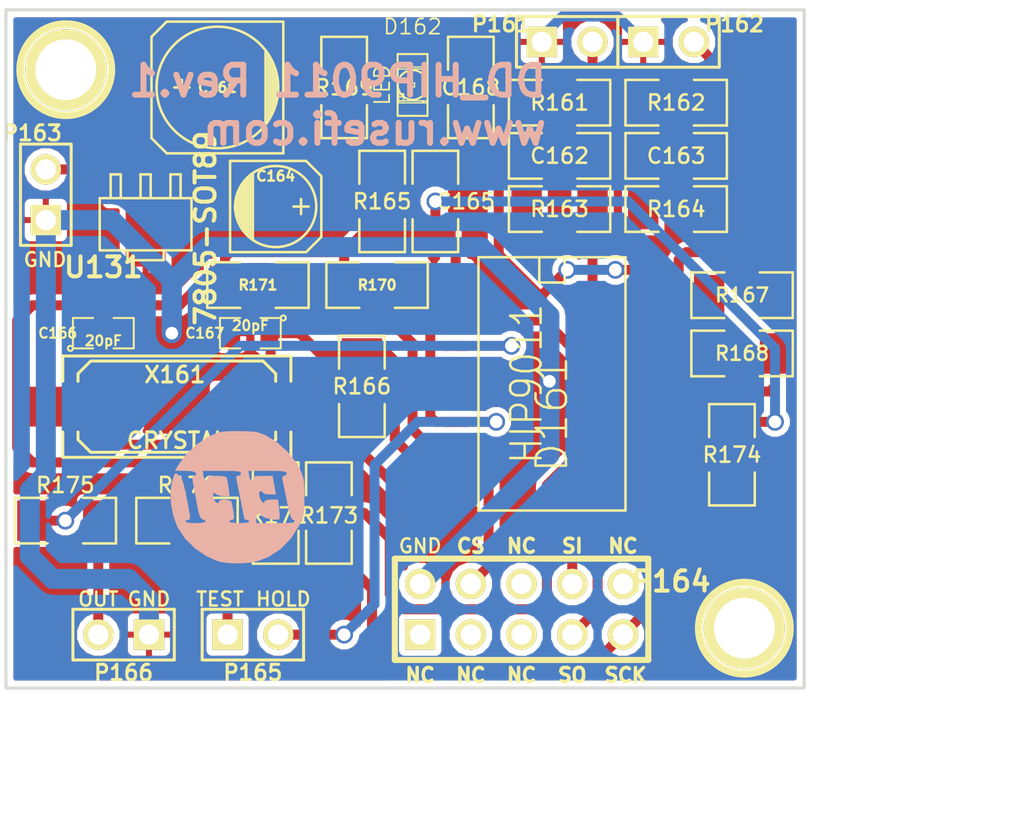
<source format=kicad_pcb>
(kicad_pcb (version 3) (host pcbnew "(2013-07-07 BZR 4022)-stable")

  (general
    (links 65)
    (no_connects 3)
    (area 66.302467 19.9898 121.571428 63.7)
    (thickness 1.6)
    (drawings 24)
    (tracks 211)
    (zones 0)
    (modules 37)
    (nets 25)
  )

  (page A3)
  (layers
    (15 F.Cu signal)
    (0 B.Cu signal)
    (16 B.Adhes user)
    (17 F.Adhes user)
    (18 B.Paste user hide)
    (19 F.Paste user)
    (20 B.SilkS user)
    (21 F.SilkS user)
    (22 B.Mask user)
    (23 F.Mask user)
    (24 Dwgs.User user)
    (25 Cmts.User user)
    (26 Eco1.User user)
    (27 Eco2.User user)
    (28 Edge.Cuts user)
  )

  (setup
    (last_trace_width 0.5)
    (trace_clearance 0.254)
    (zone_clearance 0.3)
    (zone_45_only no)
    (trace_min 0.254)
    (segment_width 0.2)
    (edge_width 0.15)
    (via_size 0.889)
    (via_drill 0.635)
    (via_min_size 0.889)
    (via_min_drill 0.508)
    (uvia_size 0.508)
    (uvia_drill 0.127)
    (uvias_allowed no)
    (uvia_min_size 0.508)
    (uvia_min_drill 0.127)
    (pcb_text_width 0.3)
    (pcb_text_size 1.5 1.5)
    (mod_edge_width 0.15)
    (mod_text_size 1.5 1.5)
    (mod_text_width 0.15)
    (pad_size 1.524 1.524)
    (pad_drill 0.762)
    (pad_to_mask_clearance 0.2)
    (aux_axis_origin 67 21)
    (visible_elements 7FFF7FFF)
    (pcbplotparams
      (layerselection 284983297)
      (usegerberextensions true)
      (excludeedgelayer true)
      (linewidth 0.100000)
      (plotframeref false)
      (viasonmask false)
      (mode 1)
      (useauxorigin false)
      (hpglpennumber 1)
      (hpglpenspeed 20)
      (hpglpendiameter 15)
      (hpglpenoverlay 2)
      (psnegative false)
      (psa4output false)
      (plotreference true)
      (plotvalue true)
      (plotothertext true)
      (plotinvisibletext false)
      (padsonsilk false)
      (subtractmaskfromsilk false)
      (outputformat 1)
      (mirror false)
      (drillshape 0)
      (scaleselection 1)
      (outputdirectory gerber))
  )

  (net 0 "")
  (net 1 /+12V)
  (net 2 /5V)
  (net 3 /CS)
  (net 4 /GND)
  (net 5 /INT/HLD)
  (net 6 /INTOUT)
  (net 7 /KNOCK1)
  (net 8 /KNOCK2)
  (net 9 /OUT)
  (net 10 /SCK)
  (net 11 /SI)
  (net 12 /SO)
  (net 13 /TEST)
  (net 14 N-0000017)
  (net 15 N-0000018)
  (net 16 N-0000021)
  (net 17 N-0000025)
  (net 18 N-0000026)
  (net 19 N-0000027)
  (net 20 N-0000028)
  (net 21 N-0000029)
  (net 22 N-0000030)
  (net 23 N-000007)
  (net 24 N-000008)

  (net_class Default "Это класс цепей по умолчанию."
    (clearance 0.254)
    (trace_width 0.5)
    (via_dia 0.889)
    (via_drill 0.635)
    (uvia_dia 0.508)
    (uvia_drill 0.127)
    (add_net "")
    (add_net /+12V)
    (add_net /5V)
    (add_net /CS)
    (add_net /GND)
    (add_net /INT/HLD)
    (add_net /INTOUT)
    (add_net /KNOCK1)
    (add_net /KNOCK2)
    (add_net /OUT)
    (add_net /SCK)
    (add_net /SI)
    (add_net /SO)
    (add_net /TEST)
    (add_net N-0000017)
    (add_net N-0000018)
    (add_net N-0000021)
    (add_net N-0000025)
    (add_net N-0000026)
    (add_net N-0000027)
    (add_net N-0000028)
    (add_net N-0000029)
    (add_net N-0000030)
    (add_net N-000007)
    (add_net N-000008)
  )

  (module sot89 (layer F.Cu) (tedit 52AEB4CC) (tstamp 52A25CF8)
    (at 74 31.7493 180)
    (descr SOT89)
    (path /52A25C32)
    (attr smd)
    (fp_text reference U131 (at 2.118 -2.1597 180) (layer F.SilkS)
      (effects (font (size 1.00076 1.00076) (thickness 0.20066)))
    )
    (fp_text value 7805-SOT89 (at -2.99974 -0.20066 270) (layer F.SilkS)
      (effects (font (size 1.00076 1.00076) (thickness 0.20066)))
    )
    (fp_line (start 1.2446 2.5019) (end 1.7526 2.5019) (layer F.SilkS) (width 0.127))
    (fp_line (start 1.7526 2.5019) (end 1.7526 1.3081) (layer F.SilkS) (width 0.127))
    (fp_line (start 1.2446 2.5019) (end 1.2446 1.3081) (layer F.SilkS) (width 0.127))
    (fp_line (start -0.254 2.5019) (end -0.254 1.3081) (layer F.SilkS) (width 0.127))
    (fp_line (start 0.254 2.5019) (end 0.254 1.3081) (layer F.SilkS) (width 0.127))
    (fp_line (start -0.254 2.5019) (end 0.254 2.5019) (layer F.SilkS) (width 0.127))
    (fp_line (start -1.7526 2.5019) (end -1.2446 2.5019) (layer F.SilkS) (width 0.127))
    (fp_line (start -1.2446 2.5019) (end -1.2446 1.3081) (layer F.SilkS) (width 0.127))
    (fp_line (start -1.7526 2.5019) (end -1.7526 1.3081) (layer F.SilkS) (width 0.127))
    (fp_line (start -0.9017 -1.8034) (end 0.9017 -1.8034) (layer F.SilkS) (width 0.127))
    (fp_line (start 0.9017 -1.8034) (end 0.9017 -1.3081) (layer F.SilkS) (width 0.127))
    (fp_line (start -0.9017 -1.8034) (end -0.9017 -1.3081) (layer F.SilkS) (width 0.127))
    (fp_line (start -2.2987 1.3081) (end -2.2987 -1.3081) (layer F.SilkS) (width 0.127))
    (fp_line (start -2.2987 -1.3081) (end 2.2987 -1.3081) (layer F.SilkS) (width 0.127))
    (fp_line (start 2.2987 -1.3081) (end 2.2987 1.3081) (layer F.SilkS) (width 0.127))
    (fp_line (start 2.2987 1.3081) (end -2.2987 1.3081) (layer F.SilkS) (width 0.127))
    (pad 1 smd rect (at -1.50114 1.89992 180) (size 0.70104 1.6002)
      (layers F.Cu F.Paste F.Mask)
      (net 24 N-000008)
    )
    (pad 2 smd rect (at 0 1.651 180) (size 0.70104 2.10058)
      (layers F.Cu F.Paste F.Mask)
      (net 4 /GND)
    )
    (pad 3 smd rect (at 1.50114 1.89992 180) (size 0.70104 1.6002)
      (layers F.Cu F.Paste F.Mask)
      (net 1 /+12V)
    )
    (pad 2 smd rect (at 0 -0.7493 180) (size 1.99898 2.75082)
      (layers F.Cu F.Paste F.Mask)
      (net 4 /GND)
    )
    (model smd/smd_transistors/sot89.wrl
      (at (xyz 0 0 0))
      (scale (xyz 1 1 1))
      (rotate (xyz 0 0 0))
    )
  )

  (module SM1206 (layer F.Cu) (tedit 52AF42BF) (tstamp 52A25D04)
    (at 103.378 43.307 270)
    (path /52A255FD)
    (attr smd)
    (fp_text reference R174 (at 0 0 360) (layer F.SilkS)
      (effects (font (size 0.762 0.762) (thickness 0.127)))
    )
    (fp_text value 1K (at 0 0 270) (layer F.SilkS) hide
      (effects (font (size 0.762 0.762) (thickness 0.127)))
    )
    (fp_line (start -2.54 -1.143) (end -2.54 1.143) (layer F.SilkS) (width 0.127))
    (fp_line (start -2.54 1.143) (end -0.889 1.143) (layer F.SilkS) (width 0.127))
    (fp_line (start 0.889 -1.143) (end 2.54 -1.143) (layer F.SilkS) (width 0.127))
    (fp_line (start 2.54 -1.143) (end 2.54 1.143) (layer F.SilkS) (width 0.127))
    (fp_line (start 2.54 1.143) (end 0.889 1.143) (layer F.SilkS) (width 0.127))
    (fp_line (start -0.889 -1.143) (end -2.54 -1.143) (layer F.SilkS) (width 0.127))
    (pad 1 smd rect (at -1.651 0 270) (size 1.524 2.032)
      (layers F.Cu F.Paste F.Mask)
      (net 2 /5V)
    )
    (pad 2 smd rect (at 1.651 0 270) (size 1.524 2.032)
      (layers F.Cu F.Paste F.Mask)
      (net 11 /SI)
    )
    (model smd/chip_cms.wrl
      (at (xyz 0 0 0))
      (scale (xyz 0.17 0.16 0.16))
      (rotate (xyz 0 0 0))
    )
  )

  (module SM1206 (layer F.Cu) (tedit 52AEB599) (tstamp 52A25D10)
    (at 80.518 46.228 270)
    (path /52A255DF)
    (attr smd)
    (fp_text reference R172 (at 0.127 -0.127 360) (layer F.SilkS)
      (effects (font (size 0.762 0.762) (thickness 0.125)))
    )
    (fp_text value 1K (at 0 0 270) (layer F.SilkS) hide
      (effects (font (size 0.762 0.762) (thickness 0.127)))
    )
    (fp_line (start -2.54 -1.143) (end -2.54 1.143) (layer F.SilkS) (width 0.127))
    (fp_line (start -2.54 1.143) (end -0.889 1.143) (layer F.SilkS) (width 0.127))
    (fp_line (start 0.889 -1.143) (end 2.54 -1.143) (layer F.SilkS) (width 0.127))
    (fp_line (start 2.54 -1.143) (end 2.54 1.143) (layer F.SilkS) (width 0.127))
    (fp_line (start 2.54 1.143) (end 0.889 1.143) (layer F.SilkS) (width 0.127))
    (fp_line (start -0.889 -1.143) (end -2.54 -1.143) (layer F.SilkS) (width 0.127))
    (pad 1 smd rect (at -1.651 0 270) (size 1.524 2.032)
      (layers F.Cu F.Paste F.Mask)
      (net 2 /5V)
    )
    (pad 2 smd rect (at 1.651 0 270) (size 1.524 2.032)
      (layers F.Cu F.Paste F.Mask)
      (net 13 /TEST)
    )
    (model smd/chip_cms.wrl
      (at (xyz 0 0 0))
      (scale (xyz 0.17 0.16 0.16))
      (rotate (xyz 0 0 0))
    )
  )

  (module SM1206 (layer F.Cu) (tedit 52AEB509) (tstamp 52AEC6A9)
    (at 79.629 34.798)
    (path /52A255D0)
    (attr smd)
    (fp_text reference R171 (at 0 0) (layer F.SilkS)
      (effects (font (size 0.5 0.5) (thickness 0.125)))
    )
    (fp_text value 1K (at 0 0) (layer F.SilkS) hide
      (effects (font (size 0.762 0.762) (thickness 0.127)))
    )
    (fp_line (start -2.54 -1.143) (end -2.54 1.143) (layer F.SilkS) (width 0.127))
    (fp_line (start -2.54 1.143) (end -0.889 1.143) (layer F.SilkS) (width 0.127))
    (fp_line (start 0.889 -1.143) (end 2.54 -1.143) (layer F.SilkS) (width 0.127))
    (fp_line (start 2.54 -1.143) (end 2.54 1.143) (layer F.SilkS) (width 0.127))
    (fp_line (start 2.54 1.143) (end 0.889 1.143) (layer F.SilkS) (width 0.127))
    (fp_line (start -0.889 -1.143) (end -2.54 -1.143) (layer F.SilkS) (width 0.127))
    (pad 1 smd rect (at -1.651 0) (size 1.524 2.032)
      (layers F.Cu F.Paste F.Mask)
      (net 2 /5V)
    )
    (pad 2 smd rect (at 1.651 0) (size 1.524 2.032)
      (layers F.Cu F.Paste F.Mask)
      (net 3 /CS)
    )
    (model smd/chip_cms.wrl
      (at (xyz 0 0 0))
      (scale (xyz 0.17 0.16 0.16))
      (rotate (xyz 0 0 0))
    )
  )

  (module SM1206 (layer F.Cu) (tedit 52AEB51B) (tstamp 52A25D28)
    (at 85.598 34.798)
    (path /52A255C1)
    (attr smd)
    (fp_text reference R170 (at 0 0) (layer F.SilkS)
      (effects (font (size 0.5 0.5) (thickness 0.125)))
    )
    (fp_text value 1K (at 0 0) (layer F.SilkS) hide
      (effects (font (size 0.762 0.762) (thickness 0.127)))
    )
    (fp_line (start -2.54 -1.143) (end -2.54 1.143) (layer F.SilkS) (width 0.127))
    (fp_line (start -2.54 1.143) (end -0.889 1.143) (layer F.SilkS) (width 0.127))
    (fp_line (start 0.889 -1.143) (end 2.54 -1.143) (layer F.SilkS) (width 0.127))
    (fp_line (start 2.54 -1.143) (end 2.54 1.143) (layer F.SilkS) (width 0.127))
    (fp_line (start 2.54 1.143) (end 0.889 1.143) (layer F.SilkS) (width 0.127))
    (fp_line (start -0.889 -1.143) (end -2.54 -1.143) (layer F.SilkS) (width 0.127))
    (pad 1 smd rect (at -1.651 0) (size 1.524 2.032)
      (layers F.Cu F.Paste F.Mask)
      (net 2 /5V)
    )
    (pad 2 smd rect (at 1.651 0) (size 1.524 2.032)
      (layers F.Cu F.Paste F.Mask)
      (net 5 /INT/HLD)
    )
    (model smd/chip_cms.wrl
      (at (xyz 0 0 0))
      (scale (xyz 0.17 0.16 0.16))
      (rotate (xyz 0 0 0))
    )
  )

  (module SM1206 (layer F.Cu) (tedit 52AF4259) (tstamp 52A25D34)
    (at 83.947 24.892 270)
    (path /529A4063)
    (attr smd)
    (fp_text reference R169 (at 0 0 360) (layer F.SilkS)
      (effects (font (size 0.762 0.762) (thickness 0.127)))
    )
    (fp_text value 470R (at 0 0 270) (layer F.SilkS) hide
      (effects (font (size 0.762 0.762) (thickness 0.127)))
    )
    (fp_line (start -2.54 -1.143) (end -2.54 1.143) (layer F.SilkS) (width 0.127))
    (fp_line (start -2.54 1.143) (end -0.889 1.143) (layer F.SilkS) (width 0.127))
    (fp_line (start 0.889 -1.143) (end 2.54 -1.143) (layer F.SilkS) (width 0.127))
    (fp_line (start 2.54 -1.143) (end 2.54 1.143) (layer F.SilkS) (width 0.127))
    (fp_line (start 2.54 1.143) (end 0.889 1.143) (layer F.SilkS) (width 0.127))
    (fp_line (start -0.889 -1.143) (end -2.54 -1.143) (layer F.SilkS) (width 0.127))
    (pad 1 smd rect (at -1.651 0 270) (size 1.524 2.032)
      (layers F.Cu F.Paste F.Mask)
      (net 23 N-000007)
    )
    (pad 2 smd rect (at 1.651 0 270) (size 1.524 2.032)
      (layers F.Cu F.Paste F.Mask)
      (net 24 N-000008)
    )
    (model smd/chip_cms.wrl
      (at (xyz 0 0 0))
      (scale (xyz 0.17 0.16 0.16))
      (rotate (xyz 0 0 0))
    )
  )

  (module SM1206 (layer F.Cu) (tedit 52AEB597) (tstamp 52A25D40)
    (at 83.185 46.228 270)
    (path /52A255EE)
    (attr smd)
    (fp_text reference R173 (at 0.127 0 360) (layer F.SilkS)
      (effects (font (size 0.762 0.762) (thickness 0.127)))
    )
    (fp_text value 1K (at 0 0 270) (layer F.SilkS) hide
      (effects (font (size 0.762 0.762) (thickness 0.127)))
    )
    (fp_line (start -2.54 -1.143) (end -2.54 1.143) (layer F.SilkS) (width 0.127))
    (fp_line (start -2.54 1.143) (end -0.889 1.143) (layer F.SilkS) (width 0.127))
    (fp_line (start 0.889 -1.143) (end 2.54 -1.143) (layer F.SilkS) (width 0.127))
    (fp_line (start 2.54 -1.143) (end 2.54 1.143) (layer F.SilkS) (width 0.127))
    (fp_line (start 2.54 1.143) (end 0.889 1.143) (layer F.SilkS) (width 0.127))
    (fp_line (start -0.889 -1.143) (end -2.54 -1.143) (layer F.SilkS) (width 0.127))
    (pad 1 smd rect (at -1.651 0 270) (size 1.524 2.032)
      (layers F.Cu F.Paste F.Mask)
      (net 2 /5V)
    )
    (pad 2 smd rect (at 1.651 0 270) (size 1.524 2.032)
      (layers F.Cu F.Paste F.Mask)
      (net 10 /SCK)
    )
    (model smd/chip_cms.wrl
      (at (xyz 0 0 0))
      (scale (xyz 0.17 0.16 0.16))
      (rotate (xyz 0 0 0))
    )
  )

  (module SM1206 (layer F.Cu) (tedit 52AF4266) (tstamp 52A25D4C)
    (at 85.852 30.607 270)
    (path /52929D7A)
    (attr smd)
    (fp_text reference R165 (at 0 0 360) (layer F.SilkS)
      (effects (font (size 0.762 0.762) (thickness 0.127)))
    )
    (fp_text value 10R (at 0 0 270) (layer F.SilkS) hide
      (effects (font (size 0.762 0.762) (thickness 0.127)))
    )
    (fp_line (start -2.54 -1.143) (end -2.54 1.143) (layer F.SilkS) (width 0.127))
    (fp_line (start -2.54 1.143) (end -0.889 1.143) (layer F.SilkS) (width 0.127))
    (fp_line (start 0.889 -1.143) (end 2.54 -1.143) (layer F.SilkS) (width 0.127))
    (fp_line (start 2.54 -1.143) (end 2.54 1.143) (layer F.SilkS) (width 0.127))
    (fp_line (start 2.54 1.143) (end 0.889 1.143) (layer F.SilkS) (width 0.127))
    (fp_line (start -0.889 -1.143) (end -2.54 -1.143) (layer F.SilkS) (width 0.127))
    (pad 1 smd rect (at -1.651 0 270) (size 1.524 2.032)
      (layers F.Cu F.Paste F.Mask)
      (net 24 N-000008)
    )
    (pad 2 smd rect (at 1.651 0 270) (size 1.524 2.032)
      (layers F.Cu F.Paste F.Mask)
      (net 2 /5V)
    )
    (model smd/chip_cms.wrl
      (at (xyz 0 0 0))
      (scale (xyz 0.17 0.16 0.16))
      (rotate (xyz 0 0 0))
    )
  )

  (module SM1206 (layer F.Cu) (tedit 52AF425D) (tstamp 52AEC577)
    (at 90.297 24.892 90)
    (path /529299B0)
    (attr smd)
    (fp_text reference C168 (at 0 0 180) (layer F.SilkS)
      (effects (font (size 0.762 0.762) (thickness 0.127)))
    )
    (fp_text value 22n (at 0 0 90) (layer F.SilkS) hide
      (effects (font (size 0.762 0.762) (thickness 0.127)))
    )
    (fp_line (start -2.54 -1.143) (end -2.54 1.143) (layer F.SilkS) (width 0.127))
    (fp_line (start -2.54 1.143) (end -0.889 1.143) (layer F.SilkS) (width 0.127))
    (fp_line (start 0.889 -1.143) (end 2.54 -1.143) (layer F.SilkS) (width 0.127))
    (fp_line (start 2.54 -1.143) (end 2.54 1.143) (layer F.SilkS) (width 0.127))
    (fp_line (start 2.54 1.143) (end 0.889 1.143) (layer F.SilkS) (width 0.127))
    (fp_line (start -0.889 -1.143) (end -2.54 -1.143) (layer F.SilkS) (width 0.127))
    (pad 1 smd rect (at -1.651 0 90) (size 1.524 2.032)
      (layers F.Cu F.Paste F.Mask)
      (net 17 N-0000025)
    )
    (pad 2 smd rect (at 1.651 0 90) (size 1.524 2.032)
      (layers F.Cu F.Paste F.Mask)
      (net 4 /GND)
    )
    (model smd/chip_cms.wrl
      (at (xyz 0 0 0))
      (scale (xyz 0.17 0.16 0.16))
      (rotate (xyz 0 0 0))
    )
  )

  (module SM1206 (layer F.Cu) (tedit 52AF4220) (tstamp 52A25D64)
    (at 84.836 39.878 90)
    (path /52928EAF)
    (attr smd)
    (fp_text reference R166 (at 0 0 180) (layer F.SilkS)
      (effects (font (size 0.762 0.762) (thickness 0.127)))
    )
    (fp_text value 1M (at 0 0 90) (layer F.SilkS) hide
      (effects (font (size 0.762 0.762) (thickness 0.127)))
    )
    (fp_line (start -2.54 -1.143) (end -2.54 1.143) (layer F.SilkS) (width 0.127))
    (fp_line (start -2.54 1.143) (end -0.889 1.143) (layer F.SilkS) (width 0.127))
    (fp_line (start 0.889 -1.143) (end 2.54 -1.143) (layer F.SilkS) (width 0.127))
    (fp_line (start 2.54 -1.143) (end 2.54 1.143) (layer F.SilkS) (width 0.127))
    (fp_line (start 2.54 1.143) (end 0.889 1.143) (layer F.SilkS) (width 0.127))
    (fp_line (start -0.889 -1.143) (end -2.54 -1.143) (layer F.SilkS) (width 0.127))
    (pad 1 smd rect (at -1.651 0 90) (size 1.524 2.032)
      (layers F.Cu F.Paste F.Mask)
      (net 15 N-0000018)
    )
    (pad 2 smd rect (at 1.651 0 90) (size 1.524 2.032)
      (layers F.Cu F.Paste F.Mask)
      (net 14 N-0000017)
    )
    (model smd/chip_cms.wrl
      (at (xyz 0 0 0))
      (scale (xyz 0.17 0.16 0.16))
      (rotate (xyz 0 0 0))
    )
  )

  (module SM1206 (layer F.Cu) (tedit 52AF426F) (tstamp 52A25D70)
    (at 88.519 30.607 90)
    (path /52928976)
    (attr smd)
    (fp_text reference C165 (at 0 1.524 180) (layer F.SilkS)
      (effects (font (size 0.762 0.762) (thickness 0.127)))
    )
    (fp_text value 100n (at 0 0 90) (layer F.SilkS) hide
      (effects (font (size 0.762 0.762) (thickness 0.127)))
    )
    (fp_line (start -2.54 -1.143) (end -2.54 1.143) (layer F.SilkS) (width 0.127))
    (fp_line (start -2.54 1.143) (end -0.889 1.143) (layer F.SilkS) (width 0.127))
    (fp_line (start 0.889 -1.143) (end 2.54 -1.143) (layer F.SilkS) (width 0.127))
    (fp_line (start 2.54 -1.143) (end 2.54 1.143) (layer F.SilkS) (width 0.127))
    (fp_line (start 2.54 1.143) (end 0.889 1.143) (layer F.SilkS) (width 0.127))
    (fp_line (start -0.889 -1.143) (end -2.54 -1.143) (layer F.SilkS) (width 0.127))
    (pad 1 smd rect (at -1.651 0 90) (size 1.524 2.032)
      (layers F.Cu F.Paste F.Mask)
      (net 2 /5V)
    )
    (pad 2 smd rect (at 1.651 0 90) (size 1.524 2.032)
      (layers F.Cu F.Paste F.Mask)
      (net 4 /GND)
    )
    (model smd/chip_cms.wrl
      (at (xyz 0 0 0))
      (scale (xyz 0.17 0.16 0.16))
      (rotate (xyz 0 0 0))
    )
  )

  (module SM1206 (layer F.Cu) (tedit 52AF4417) (tstamp 52AF4429)
    (at 103.886 38.227)
    (path /52928885)
    (attr smd)
    (fp_text reference R168 (at 0 0) (layer F.SilkS)
      (effects (font (size 0.7 0.7) (thickness 0.127)))
    )
    (fp_text value 68k (at 0 0) (layer F.SilkS) hide
      (effects (font (size 0.762 0.762) (thickness 0.127)))
    )
    (fp_line (start -2.54 -1.143) (end -2.54 1.143) (layer F.SilkS) (width 0.127))
    (fp_line (start -2.54 1.143) (end -0.889 1.143) (layer F.SilkS) (width 0.127))
    (fp_line (start 0.889 -1.143) (end 2.54 -1.143) (layer F.SilkS) (width 0.127))
    (fp_line (start 2.54 -1.143) (end 2.54 1.143) (layer F.SilkS) (width 0.127))
    (fp_line (start 2.54 1.143) (end 0.889 1.143) (layer F.SilkS) (width 0.127))
    (fp_line (start -0.889 -1.143) (end -2.54 -1.143) (layer F.SilkS) (width 0.127))
    (pad 1 smd rect (at -1.651 0) (size 1.524 2.032)
      (layers F.Cu F.Paste F.Mask)
      (net 19 N-0000027)
    )
    (pad 2 smd rect (at 1.651 0) (size 1.524 2.032)
      (layers F.Cu F.Paste F.Mask)
      (net 18 N-0000026)
    )
    (model smd/chip_cms.wrl
      (at (xyz 0 0 0))
      (scale (xyz 0.17 0.16 0.16))
      (rotate (xyz 0 0 0))
    )
  )

  (module SM1206 (layer F.Cu) (tedit 52AF4429) (tstamp 52A25D88)
    (at 103.886 35.306)
    (path /52928876)
    (attr smd)
    (fp_text reference R167 (at 0 0) (layer F.SilkS)
      (effects (font (size 0.7 0.7) (thickness 0.127)))
    )
    (fp_text value 68k (at 0 0) (layer F.SilkS) hide
      (effects (font (size 0.762 0.762) (thickness 0.127)))
    )
    (fp_line (start -2.54 -1.143) (end -2.54 1.143) (layer F.SilkS) (width 0.127))
    (fp_line (start -2.54 1.143) (end -0.889 1.143) (layer F.SilkS) (width 0.127))
    (fp_line (start 0.889 -1.143) (end 2.54 -1.143) (layer F.SilkS) (width 0.127))
    (fp_line (start 2.54 -1.143) (end 2.54 1.143) (layer F.SilkS) (width 0.127))
    (fp_line (start 2.54 1.143) (end 0.889 1.143) (layer F.SilkS) (width 0.127))
    (fp_line (start -0.889 -1.143) (end -2.54 -1.143) (layer F.SilkS) (width 0.127))
    (pad 1 smd rect (at -1.651 0) (size 1.524 2.032)
      (layers F.Cu F.Paste F.Mask)
      (net 20 N-0000028)
    )
    (pad 2 smd rect (at 1.651 0) (size 1.524 2.032)
      (layers F.Cu F.Paste F.Mask)
      (net 21 N-0000029)
    )
    (model smd/chip_cms.wrl
      (at (xyz 0 0 0))
      (scale (xyz 0.17 0.16 0.16))
      (rotate (xyz 0 0 0))
    )
  )

  (module SM1206 (layer F.Cu) (tedit 42806E24) (tstamp 52A25D94)
    (at 100.584 30.988)
    (path /52928858)
    (attr smd)
    (fp_text reference R164 (at 0 0) (layer F.SilkS)
      (effects (font (size 0.762 0.762) (thickness 0.127)))
    )
    (fp_text value 10k (at 0 0) (layer F.SilkS) hide
      (effects (font (size 0.762 0.762) (thickness 0.127)))
    )
    (fp_line (start -2.54 -1.143) (end -2.54 1.143) (layer F.SilkS) (width 0.127))
    (fp_line (start -2.54 1.143) (end -0.889 1.143) (layer F.SilkS) (width 0.127))
    (fp_line (start 0.889 -1.143) (end 2.54 -1.143) (layer F.SilkS) (width 0.127))
    (fp_line (start 2.54 -1.143) (end 2.54 1.143) (layer F.SilkS) (width 0.127))
    (fp_line (start 2.54 1.143) (end 0.889 1.143) (layer F.SilkS) (width 0.127))
    (fp_line (start -0.889 -1.143) (end -2.54 -1.143) (layer F.SilkS) (width 0.127))
    (pad 1 smd rect (at -1.651 0) (size 1.524 2.032)
      (layers F.Cu F.Paste F.Mask)
      (net 16 N-0000021)
    )
    (pad 2 smd rect (at 1.651 0) (size 1.524 2.032)
      (layers F.Cu F.Paste F.Mask)
      (net 21 N-0000029)
    )
    (model smd/chip_cms.wrl
      (at (xyz 0 0 0))
      (scale (xyz 0.17 0.16 0.16))
      (rotate (xyz 0 0 0))
    )
  )

  (module SM1206 (layer F.Cu) (tedit 42806E24) (tstamp 52A25DA0)
    (at 94.742 30.988)
    (path /52928849)
    (attr smd)
    (fp_text reference R163 (at 0 0) (layer F.SilkS)
      (effects (font (size 0.762 0.762) (thickness 0.127)))
    )
    (fp_text value 10k (at 0 0) (layer F.SilkS) hide
      (effects (font (size 0.762 0.762) (thickness 0.127)))
    )
    (fp_line (start -2.54 -1.143) (end -2.54 1.143) (layer F.SilkS) (width 0.127))
    (fp_line (start -2.54 1.143) (end -0.889 1.143) (layer F.SilkS) (width 0.127))
    (fp_line (start 0.889 -1.143) (end 2.54 -1.143) (layer F.SilkS) (width 0.127))
    (fp_line (start 2.54 -1.143) (end 2.54 1.143) (layer F.SilkS) (width 0.127))
    (fp_line (start 2.54 1.143) (end 0.889 1.143) (layer F.SilkS) (width 0.127))
    (fp_line (start -0.889 -1.143) (end -2.54 -1.143) (layer F.SilkS) (width 0.127))
    (pad 1 smd rect (at -1.651 0) (size 1.524 2.032)
      (layers F.Cu F.Paste F.Mask)
      (net 22 N-0000030)
    )
    (pad 2 smd rect (at 1.651 0) (size 1.524 2.032)
      (layers F.Cu F.Paste F.Mask)
      (net 18 N-0000026)
    )
    (model smd/chip_cms.wrl
      (at (xyz 0 0 0))
      (scale (xyz 0.17 0.16 0.16))
      (rotate (xyz 0 0 0))
    )
  )

  (module SM1206 (layer F.Cu) (tedit 42806E24) (tstamp 52A25DAC)
    (at 100.584 28.321 180)
    (path /52928818)
    (attr smd)
    (fp_text reference C163 (at 0 0 180) (layer F.SilkS)
      (effects (font (size 0.762 0.762) (thickness 0.127)))
    )
    (fp_text value 47n (at 0 0 180) (layer F.SilkS) hide
      (effects (font (size 0.762 0.762) (thickness 0.127)))
    )
    (fp_line (start -2.54 -1.143) (end -2.54 1.143) (layer F.SilkS) (width 0.127))
    (fp_line (start -2.54 1.143) (end -0.889 1.143) (layer F.SilkS) (width 0.127))
    (fp_line (start 0.889 -1.143) (end 2.54 -1.143) (layer F.SilkS) (width 0.127))
    (fp_line (start 2.54 -1.143) (end 2.54 1.143) (layer F.SilkS) (width 0.127))
    (fp_line (start 2.54 1.143) (end 0.889 1.143) (layer F.SilkS) (width 0.127))
    (fp_line (start -0.889 -1.143) (end -2.54 -1.143) (layer F.SilkS) (width 0.127))
    (pad 1 smd rect (at -1.651 0 180) (size 1.524 2.032)
      (layers F.Cu F.Paste F.Mask)
      (net 8 /KNOCK2)
    )
    (pad 2 smd rect (at 1.651 0 180) (size 1.524 2.032)
      (layers F.Cu F.Paste F.Mask)
      (net 16 N-0000021)
    )
    (model smd/chip_cms.wrl
      (at (xyz 0 0 0))
      (scale (xyz 0.17 0.16 0.16))
      (rotate (xyz 0 0 0))
    )
  )

  (module SM1206 (layer F.Cu) (tedit 42806E24) (tstamp 52A25DB8)
    (at 100.584 25.654 180)
    (path /529287C2)
    (attr smd)
    (fp_text reference R162 (at 0 0 180) (layer F.SilkS)
      (effects (font (size 0.762 0.762) (thickness 0.127)))
    )
    (fp_text value 1M (at 0 0 180) (layer F.SilkS) hide
      (effects (font (size 0.762 0.762) (thickness 0.127)))
    )
    (fp_line (start -2.54 -1.143) (end -2.54 1.143) (layer F.SilkS) (width 0.127))
    (fp_line (start -2.54 1.143) (end -0.889 1.143) (layer F.SilkS) (width 0.127))
    (fp_line (start 0.889 -1.143) (end 2.54 -1.143) (layer F.SilkS) (width 0.127))
    (fp_line (start 2.54 -1.143) (end 2.54 1.143) (layer F.SilkS) (width 0.127))
    (fp_line (start 2.54 1.143) (end 0.889 1.143) (layer F.SilkS) (width 0.127))
    (fp_line (start -0.889 -1.143) (end -2.54 -1.143) (layer F.SilkS) (width 0.127))
    (pad 1 smd rect (at -1.651 0 180) (size 1.524 2.032)
      (layers F.Cu F.Paste F.Mask)
      (net 8 /KNOCK2)
    )
    (pad 2 smd rect (at 1.651 0 180) (size 1.524 2.032)
      (layers F.Cu F.Paste F.Mask)
      (net 4 /GND)
    )
    (model smd/chip_cms.wrl
      (at (xyz 0 0 0))
      (scale (xyz 0.17 0.16 0.16))
      (rotate (xyz 0 0 0))
    )
  )

  (module SM1206 (layer F.Cu) (tedit 42806E24) (tstamp 52A25DC4)
    (at 94.742 25.654 180)
    (path /529286D6)
    (attr smd)
    (fp_text reference R161 (at 0 0 180) (layer F.SilkS)
      (effects (font (size 0.762 0.762) (thickness 0.127)))
    )
    (fp_text value 1M (at 0 0 180) (layer F.SilkS) hide
      (effects (font (size 0.762 0.762) (thickness 0.127)))
    )
    (fp_line (start -2.54 -1.143) (end -2.54 1.143) (layer F.SilkS) (width 0.127))
    (fp_line (start -2.54 1.143) (end -0.889 1.143) (layer F.SilkS) (width 0.127))
    (fp_line (start 0.889 -1.143) (end 2.54 -1.143) (layer F.SilkS) (width 0.127))
    (fp_line (start 2.54 -1.143) (end 2.54 1.143) (layer F.SilkS) (width 0.127))
    (fp_line (start 2.54 1.143) (end 0.889 1.143) (layer F.SilkS) (width 0.127))
    (fp_line (start -0.889 -1.143) (end -2.54 -1.143) (layer F.SilkS) (width 0.127))
    (pad 1 smd rect (at -1.651 0 180) (size 1.524 2.032)
      (layers F.Cu F.Paste F.Mask)
      (net 7 /KNOCK1)
    )
    (pad 2 smd rect (at 1.651 0 180) (size 1.524 2.032)
      (layers F.Cu F.Paste F.Mask)
      (net 4 /GND)
    )
    (model smd/chip_cms.wrl
      (at (xyz 0 0 0))
      (scale (xyz 0.17 0.16 0.16))
      (rotate (xyz 0 0 0))
    )
  )

  (module SM1206 (layer F.Cu) (tedit 42806E24) (tstamp 52A25DD0)
    (at 94.742 28.321 180)
    (path /529286C7)
    (attr smd)
    (fp_text reference C162 (at 0 0 180) (layer F.SilkS)
      (effects (font (size 0.762 0.762) (thickness 0.127)))
    )
    (fp_text value 47n (at 0 0 180) (layer F.SilkS) hide
      (effects (font (size 0.762 0.762) (thickness 0.127)))
    )
    (fp_line (start -2.54 -1.143) (end -2.54 1.143) (layer F.SilkS) (width 0.127))
    (fp_line (start -2.54 1.143) (end -0.889 1.143) (layer F.SilkS) (width 0.127))
    (fp_line (start 0.889 -1.143) (end 2.54 -1.143) (layer F.SilkS) (width 0.127))
    (fp_line (start 2.54 -1.143) (end 2.54 1.143) (layer F.SilkS) (width 0.127))
    (fp_line (start 2.54 1.143) (end 0.889 1.143) (layer F.SilkS) (width 0.127))
    (fp_line (start -0.889 -1.143) (end -2.54 -1.143) (layer F.SilkS) (width 0.127))
    (pad 1 smd rect (at -1.651 0 180) (size 1.524 2.032)
      (layers F.Cu F.Paste F.Mask)
      (net 7 /KNOCK1)
    )
    (pad 2 smd rect (at 1.651 0 180) (size 1.524 2.032)
      (layers F.Cu F.Paste F.Mask)
      (net 22 N-0000030)
    )
    (model smd/chip_cms.wrl
      (at (xyz 0 0 0))
      (scale (xyz 0.17 0.16 0.16))
      (rotate (xyz 0 0 0))
    )
  )

  (module SM0805 (layer F.Cu) (tedit 52AF446A) (tstamp 52A25DDD)
    (at 71.882 37.211)
    (path /52928F04)
    (attr smd)
    (fp_text reference C166 (at -2.286 0) (layer F.SilkS)
      (effects (font (size 0.50038 0.50038) (thickness 0.10922)))
    )
    (fp_text value 20pF (at 0 0.381) (layer F.SilkS)
      (effects (font (size 0.50038 0.50038) (thickness 0.10922)))
    )
    (fp_circle (center -1.651 0.762) (end -1.651 0.635) (layer F.SilkS) (width 0.09906))
    (fp_line (start -0.508 0.762) (end -1.524 0.762) (layer F.SilkS) (width 0.09906))
    (fp_line (start -1.524 0.762) (end -1.524 -0.762) (layer F.SilkS) (width 0.09906))
    (fp_line (start -1.524 -0.762) (end -0.508 -0.762) (layer F.SilkS) (width 0.09906))
    (fp_line (start 0.508 -0.762) (end 1.524 -0.762) (layer F.SilkS) (width 0.09906))
    (fp_line (start 1.524 -0.762) (end 1.524 0.762) (layer F.SilkS) (width 0.09906))
    (fp_line (start 1.524 0.762) (end 0.508 0.762) (layer F.SilkS) (width 0.09906))
    (pad 1 smd rect (at -0.9525 0) (size 0.889 1.397)
      (layers F.Cu F.Paste F.Mask)
      (net 15 N-0000018)
    )
    (pad 2 smd rect (at 0.9525 0) (size 0.889 1.397)
      (layers F.Cu F.Paste F.Mask)
      (net 4 /GND)
    )
    (model smd/chip_cms.wrl
      (at (xyz 0 0 0))
      (scale (xyz 0.1 0.1 0.1))
      (rotate (xyz 0 0 0))
    )
  )

  (module SM0805 (layer F.Cu) (tedit 52AF4465) (tstamp 52A25DEA)
    (at 79.248 37.211 180)
    (path /52928F18)
    (attr smd)
    (fp_text reference C167 (at 2.286 0 180) (layer F.SilkS)
      (effects (font (size 0.50038 0.50038) (thickness 0.10922)))
    )
    (fp_text value 20pF (at 0 0.381 180) (layer F.SilkS)
      (effects (font (size 0.50038 0.50038) (thickness 0.10922)))
    )
    (fp_circle (center -1.651 0.762) (end -1.651 0.635) (layer F.SilkS) (width 0.09906))
    (fp_line (start -0.508 0.762) (end -1.524 0.762) (layer F.SilkS) (width 0.09906))
    (fp_line (start -1.524 0.762) (end -1.524 -0.762) (layer F.SilkS) (width 0.09906))
    (fp_line (start -1.524 -0.762) (end -0.508 -0.762) (layer F.SilkS) (width 0.09906))
    (fp_line (start 0.508 -0.762) (end 1.524 -0.762) (layer F.SilkS) (width 0.09906))
    (fp_line (start 1.524 -0.762) (end 1.524 0.762) (layer F.SilkS) (width 0.09906))
    (fp_line (start 1.524 0.762) (end 0.508 0.762) (layer F.SilkS) (width 0.09906))
    (pad 1 smd rect (at -0.9525 0 180) (size 0.889 1.397)
      (layers F.Cu F.Paste F.Mask)
      (net 14 N-0000017)
    )
    (pad 2 smd rect (at 0.9525 0 180) (size 0.889 1.397)
      (layers F.Cu F.Paste F.Mask)
      (net 4 /GND)
    )
    (model smd/chip_cms.wrl
      (at (xyz 0 0 0))
      (scale (xyz 0.1 0.1 0.1))
      (rotate (xyz 0 0 0))
    )
  )

  (module Q_49U3HMS (layer F.Cu) (tedit 511CC0BB) (tstamp 52A25E00)
    (at 75.565 40.894)
    (path /538954BF)
    (fp_text reference X161 (at -0.1 -1.6) (layer F.SilkS)
      (effects (font (size 0.8 0.8) (thickness 0.15)))
    )
    (fp_text value CRYSTAL (at 0 1.7) (layer F.SilkS)
      (effects (font (size 0.8 0.8) (thickness 0.15)))
    )
    (fp_line (start -4.953 -1.651) (end -4.953 -1.27) (layer F.SilkS) (width 0.15))
    (fp_line (start -4.953 1.651) (end -4.953 1.27) (layer F.SilkS) (width 0.15))
    (fp_line (start 4.953 1.651) (end 4.953 1.27) (layer F.SilkS) (width 0.15))
    (fp_line (start 4.953 -1.651) (end 4.953 -1.27) (layer F.SilkS) (width 0.15))
    (fp_line (start 5.715 -2.54) (end 5.715 -1.27) (layer F.SilkS) (width 0.15))
    (fp_line (start 5.715 2.54) (end 5.715 1.27) (layer F.SilkS) (width 0.15))
    (fp_line (start -5.715 2.54) (end -5.715 1.27) (layer F.SilkS) (width 0.15))
    (fp_line (start -5.715 -2.54) (end -5.715 -1.27) (layer F.SilkS) (width 0.15))
    (fp_line (start -4.953 1.651) (end -4.318 2.286) (layer F.SilkS) (width 0.15))
    (fp_line (start -4.318 2.286) (end 4.318 2.286) (layer F.SilkS) (width 0.15))
    (fp_line (start 4.318 2.286) (end 4.953 1.651) (layer F.SilkS) (width 0.15))
    (fp_line (start 4.953 -1.651) (end 4.318 -2.286) (layer F.SilkS) (width 0.15))
    (fp_line (start 4.318 -2.286) (end -4.318 -2.286) (layer F.SilkS) (width 0.15))
    (fp_line (start -4.318 -2.286) (end -4.953 -1.651) (layer F.SilkS) (width 0.15))
    (fp_line (start 5.715 2.54) (end -5.715 2.54) (layer F.SilkS) (width 0.15))
    (fp_line (start -5.715 -2.54) (end 5.715 -2.54) (layer F.SilkS) (width 0.15))
    (pad 1 smd rect (at -4.699 0) (size 5.4991 1.99898)
      (layers F.Cu F.Paste F.Mask)
      (net 14 N-0000017)
    )
    (pad 2 smd rect (at 4.699 0) (size 5.4991 1.99898)
      (layers F.Cu F.Paste F.Mask)
      (net 15 N-0000018)
    )
    (model smd/smd_crystal&oscillator/crystal_hc-49-smd.wrl
      (at (xyz 0 0 0))
      (scale (xyz 1 1 1))
      (rotate (xyz 0 0 0))
    )
  )

  (module PIN_ARRAY_2X1 (layer F.Cu) (tedit 52AEB4B6) (tstamp 52A25E1A)
    (at 100.203 22.606)
    (descr "Connecteurs 2 pins")
    (tags "CONN DEV")
    (path /52928125)
    (fp_text reference P162 (at 3.302 -0.889) (layer F.SilkS)
      (effects (font (size 0.762 0.762) (thickness 0.1524)))
    )
    (fp_text value "KNOCK 2" (at 0 -1.905) (layer F.SilkS) hide
      (effects (font (size 0.762 0.762) (thickness 0.1524)))
    )
    (fp_line (start -2.54 1.27) (end -2.54 -1.27) (layer F.SilkS) (width 0.1524))
    (fp_line (start -2.54 -1.27) (end 2.54 -1.27) (layer F.SilkS) (width 0.1524))
    (fp_line (start 2.54 -1.27) (end 2.54 1.27) (layer F.SilkS) (width 0.1524))
    (fp_line (start 2.54 1.27) (end -2.54 1.27) (layer F.SilkS) (width 0.1524))
    (pad 1 thru_hole rect (at -1.27 0) (size 1.524 1.524) (drill 1.016)
      (layers *.Cu *.Mask F.SilkS)
      (net 4 /GND)
    )
    (pad 2 thru_hole circle (at 1.27 0) (size 1.524 1.524) (drill 1.016)
      (layers *.Cu *.Mask F.SilkS)
      (net 8 /KNOCK2)
    )
    (model pin_array/pins_array_2x1.wrl
      (at (xyz 0 0 0))
      (scale (xyz 1 1 1))
      (rotate (xyz 0 0 0))
    )
  )

  (module PIN_ARRAY_2X1 (layer F.Cu) (tedit 52AEB4B2) (tstamp 52A25E24)
    (at 95.123 22.606)
    (descr "Connecteurs 2 pins")
    (tags "CONN DEV")
    (path /52928116)
    (fp_text reference P161 (at -3.302 -0.889) (layer F.SilkS)
      (effects (font (size 0.762 0.762) (thickness 0.1524)))
    )
    (fp_text value "KNOCK 1" (at 0 -1.905) (layer F.SilkS) hide
      (effects (font (size 0.762 0.762) (thickness 0.1524)))
    )
    (fp_line (start -2.54 1.27) (end -2.54 -1.27) (layer F.SilkS) (width 0.1524))
    (fp_line (start -2.54 -1.27) (end 2.54 -1.27) (layer F.SilkS) (width 0.1524))
    (fp_line (start 2.54 -1.27) (end 2.54 1.27) (layer F.SilkS) (width 0.1524))
    (fp_line (start 2.54 1.27) (end -2.54 1.27) (layer F.SilkS) (width 0.1524))
    (pad 1 thru_hole rect (at -1.27 0) (size 1.524 1.524) (drill 1.016)
      (layers *.Cu *.Mask F.SilkS)
      (net 4 /GND)
    )
    (pad 2 thru_hole circle (at 1.27 0) (size 1.524 1.524) (drill 1.016)
      (layers *.Cu *.Mask F.SilkS)
      (net 7 /KNOCK1)
    )
    (model pin_array/pins_array_2x1.wrl
      (at (xyz 0 0 0))
      (scale (xyz 1 1 1))
      (rotate (xyz 0 0 0))
    )
  )

  (module PIN_ARRAY_2X1 (layer F.Cu) (tedit 52AEB4C4) (tstamp 52A25E2E)
    (at 69 30.27 90)
    (descr "Connecteurs 2 pins")
    (tags "CONN DEV")
    (path /52928AC0)
    (fp_text reference P163 (at 3.092 -0.674 180) (layer F.SilkS)
      (effects (font (size 0.762 0.762) (thickness 0.1524)))
    )
    (fp_text value 12V (at 0 -1.905 90) (layer F.SilkS) hide
      (effects (font (size 0.762 0.762) (thickness 0.1524)))
    )
    (fp_line (start -2.54 1.27) (end -2.54 -1.27) (layer F.SilkS) (width 0.1524))
    (fp_line (start -2.54 -1.27) (end 2.54 -1.27) (layer F.SilkS) (width 0.1524))
    (fp_line (start 2.54 -1.27) (end 2.54 1.27) (layer F.SilkS) (width 0.1524))
    (fp_line (start 2.54 1.27) (end -2.54 1.27) (layer F.SilkS) (width 0.1524))
    (pad 1 thru_hole rect (at -1.27 0 90) (size 1.524 1.524) (drill 1.016)
      (layers *.Cu *.Mask F.SilkS)
      (net 4 /GND)
    )
    (pad 2 thru_hole circle (at 1.27 0 90) (size 1.524 1.524) (drill 1.016)
      (layers *.Cu *.Mask F.SilkS)
      (net 1 /+12V)
    )
    (model pin_array/pins_array_2x1.wrl
      (at (xyz 0 0 0))
      (scale (xyz 1 1 1))
      (rotate (xyz 0 0 0))
    )
  )

  (module LED-1206 (layer F.Cu) (tedit 52AF42AE) (tstamp 52A25E58)
    (at 87.376 24.765 270)
    (descr "LED 1206 smd package")
    (tags "LED1206 SMD")
    (path /529A403B)
    (attr smd)
    (fp_text reference D162 (at -2.921 0 360) (layer F.SilkS)
      (effects (font (size 0.762 0.762) (thickness 0.0889)))
    )
    (fp_text value LED (at 0 1.524 270) (layer F.SilkS)
      (effects (font (size 0.762 0.762) (thickness 0.0889)))
    )
    (fp_line (start -0.09906 0.09906) (end 0.09906 0.09906) (layer F.SilkS) (width 0.06604))
    (fp_line (start 0.09906 0.09906) (end 0.09906 -0.09906) (layer F.SilkS) (width 0.06604))
    (fp_line (start -0.09906 -0.09906) (end 0.09906 -0.09906) (layer F.SilkS) (width 0.06604))
    (fp_line (start -0.09906 0.09906) (end -0.09906 -0.09906) (layer F.SilkS) (width 0.06604))
    (fp_line (start 0.44958 0.6985) (end 0.79756 0.6985) (layer F.SilkS) (width 0.06604))
    (fp_line (start 0.79756 0.6985) (end 0.79756 0.44958) (layer F.SilkS) (width 0.06604))
    (fp_line (start 0.44958 0.44958) (end 0.79756 0.44958) (layer F.SilkS) (width 0.06604))
    (fp_line (start 0.44958 0.6985) (end 0.44958 0.44958) (layer F.SilkS) (width 0.06604))
    (fp_line (start 0.79756 0.6985) (end 0.89916 0.6985) (layer F.SilkS) (width 0.06604))
    (fp_line (start 0.89916 0.6985) (end 0.89916 -0.49784) (layer F.SilkS) (width 0.06604))
    (fp_line (start 0.79756 -0.49784) (end 0.89916 -0.49784) (layer F.SilkS) (width 0.06604))
    (fp_line (start 0.79756 0.6985) (end 0.79756 -0.49784) (layer F.SilkS) (width 0.06604))
    (fp_line (start 0.79756 -0.54864) (end 0.89916 -0.54864) (layer F.SilkS) (width 0.06604))
    (fp_line (start 0.89916 -0.54864) (end 0.89916 -0.6985) (layer F.SilkS) (width 0.06604))
    (fp_line (start 0.79756 -0.6985) (end 0.89916 -0.6985) (layer F.SilkS) (width 0.06604))
    (fp_line (start 0.79756 -0.54864) (end 0.79756 -0.6985) (layer F.SilkS) (width 0.06604))
    (fp_line (start -0.89916 0.6985) (end -0.79756 0.6985) (layer F.SilkS) (width 0.06604))
    (fp_line (start -0.79756 0.6985) (end -0.79756 -0.49784) (layer F.SilkS) (width 0.06604))
    (fp_line (start -0.89916 -0.49784) (end -0.79756 -0.49784) (layer F.SilkS) (width 0.06604))
    (fp_line (start -0.89916 0.6985) (end -0.89916 -0.49784) (layer F.SilkS) (width 0.06604))
    (fp_line (start -0.89916 -0.54864) (end -0.79756 -0.54864) (layer F.SilkS) (width 0.06604))
    (fp_line (start -0.79756 -0.54864) (end -0.79756 -0.6985) (layer F.SilkS) (width 0.06604))
    (fp_line (start -0.89916 -0.6985) (end -0.79756 -0.6985) (layer F.SilkS) (width 0.06604))
    (fp_line (start -0.89916 -0.54864) (end -0.89916 -0.6985) (layer F.SilkS) (width 0.06604))
    (fp_line (start 0.44958 0.6985) (end 0.59944 0.6985) (layer F.SilkS) (width 0.06604))
    (fp_line (start 0.59944 0.6985) (end 0.59944 0.44958) (layer F.SilkS) (width 0.06604))
    (fp_line (start 0.44958 0.44958) (end 0.59944 0.44958) (layer F.SilkS) (width 0.06604))
    (fp_line (start 0.44958 0.6985) (end 0.44958 0.44958) (layer F.SilkS) (width 0.06604))
    (fp_line (start 1.5494 0.7493) (end -1.5494 0.7493) (layer F.SilkS) (width 0.1016))
    (fp_line (start -1.5494 0.7493) (end -1.5494 -0.7493) (layer F.SilkS) (width 0.1016))
    (fp_line (start -1.5494 -0.7493) (end 1.5494 -0.7493) (layer F.SilkS) (width 0.1016))
    (fp_line (start 1.5494 -0.7493) (end 1.5494 0.7493) (layer F.SilkS) (width 0.1016))
    (fp_arc (start 0 0) (end 0.54864 0.49784) (angle 95.4) (layer F.SilkS) (width 0.1016))
    (fp_arc (start 0 0) (end -0.54864 0.49784) (angle 84.5) (layer F.SilkS) (width 0.1016))
    (fp_arc (start 0 0) (end -0.54864 -0.49784) (angle 95.4) (layer F.SilkS) (width 0.1016))
    (fp_arc (start 0 0) (end 0.54864 -0.49784) (angle 84.5) (layer F.SilkS) (width 0.1016))
    (pad 1 smd rect (at -1.41986 0 270) (size 1.59766 1.80086)
      (layers F.Cu F.Paste F.Mask)
      (net 23 N-000007)
    )
    (pad 2 smd rect (at 1.41986 0 270) (size 1.59766 1.80086)
      (layers F.Cu F.Paste F.Mask)
      (net 4 /GND)
    )
  )

  (module c_elec_6.3x5.3 (layer F.Cu) (tedit 52AF43D2) (tstamp 52A25E6C)
    (at 77.597 24.892 180)
    (descr "SMT capacitor, aluminium electrolytic, 6.3x5.3")
    (path /52928AD9)
    (fp_text reference C161 (at 0 0 180) (layer F.SilkS)
      (effects (font (size 0.50038 0.50038) (thickness 0.11938)))
    )
    (fp_text value 100u (at 0 3.81 180) (layer F.SilkS) hide
      (effects (font (size 0.50038 0.50038) (thickness 0.11938)))
    )
    (fp_line (start -2.921 -0.762) (end -2.921 0.762) (layer F.SilkS) (width 0.127))
    (fp_line (start -2.794 1.143) (end -2.794 -1.143) (layer F.SilkS) (width 0.127))
    (fp_line (start -2.667 -1.397) (end -2.667 1.397) (layer F.SilkS) (width 0.127))
    (fp_line (start -2.54 1.651) (end -2.54 -1.651) (layer F.SilkS) (width 0.127))
    (fp_line (start -2.413 -1.778) (end -2.413 1.778) (layer F.SilkS) (width 0.127))
    (fp_circle (center 0 0) (end -3.048 0) (layer F.SilkS) (width 0.127))
    (fp_line (start -3.302 -3.302) (end -3.302 3.302) (layer F.SilkS) (width 0.127))
    (fp_line (start -3.302 3.302) (end 2.54 3.302) (layer F.SilkS) (width 0.127))
    (fp_line (start 2.54 3.302) (end 3.302 2.54) (layer F.SilkS) (width 0.127))
    (fp_line (start 3.302 2.54) (end 3.302 -2.54) (layer F.SilkS) (width 0.127))
    (fp_line (start 3.302 -2.54) (end 2.54 -3.302) (layer F.SilkS) (width 0.127))
    (fp_line (start 2.54 -3.302) (end -3.302 -3.302) (layer F.SilkS) (width 0.127))
    (fp_line (start 2.159 0) (end 1.397 0) (layer F.SilkS) (width 0.127))
    (fp_line (start 1.778 -0.381) (end 1.778 0.381) (layer F.SilkS) (width 0.127))
    (pad 1 smd rect (at 2.75082 0 180) (size 3.59918 1.6002)
      (layers F.Cu F.Paste F.Mask)
      (net 1 /+12V)
    )
    (pad 2 smd rect (at -2.75082 0 180) (size 3.59918 1.6002)
      (layers F.Cu F.Paste F.Mask)
      (net 4 /GND)
    )
    (model smd/capacitors/c_elec_6_3x5_3.wrl
      (at (xyz 0 0 0))
      (scale (xyz 1 1 1))
      (rotate (xyz 0 0 0))
    )
  )

  (module c_elec_4x5.3 (layer F.Cu) (tedit 52AF43C8) (tstamp 52A25E83)
    (at 80.518 30.861)
    (descr "SMT capacitor, aluminium electrolytic, 4x5.3")
    (path /52928A51)
    (fp_text reference C164 (at 0 -1.524) (layer F.SilkS)
      (effects (font (size 0.50038 0.50038) (thickness 0.11938)))
    )
    (fp_text value 10u (at 0 2.794) (layer F.SilkS) hide
      (effects (font (size 0.50038 0.50038) (thickness 0.11938)))
    )
    (fp_line (start 1.651 0) (end 0.889 0) (layer F.SilkS) (width 0.127))
    (fp_line (start 1.27 -0.381) (end 1.27 0.381) (layer F.SilkS) (width 0.127))
    (fp_line (start 1.524 2.286) (end -2.286 2.286) (layer F.SilkS) (width 0.127))
    (fp_line (start 2.286 -1.524) (end 2.286 1.524) (layer F.SilkS) (width 0.127))
    (fp_line (start 1.524 2.286) (end 2.286 1.524) (layer F.SilkS) (width 0.127))
    (fp_line (start 1.524 -2.286) (end -2.286 -2.286) (layer F.SilkS) (width 0.127))
    (fp_line (start 1.524 -2.286) (end 2.286 -1.524) (layer F.SilkS) (width 0.127))
    (fp_line (start -2.032 0.127) (end -2.032 -0.127) (layer F.SilkS) (width 0.127))
    (fp_line (start -1.905 -0.635) (end -1.905 0.635) (layer F.SilkS) (width 0.127))
    (fp_line (start -1.778 0.889) (end -1.778 -0.889) (layer F.SilkS) (width 0.127))
    (fp_line (start -1.651 1.143) (end -1.651 -1.143) (layer F.SilkS) (width 0.127))
    (fp_line (start -1.524 -1.27) (end -1.524 1.27) (layer F.SilkS) (width 0.127))
    (fp_line (start -1.397 1.397) (end -1.397 -1.397) (layer F.SilkS) (width 0.127))
    (fp_line (start -1.27 -1.524) (end -1.27 1.524) (layer F.SilkS) (width 0.127))
    (fp_line (start -1.143 -1.651) (end -1.143 1.651) (layer F.SilkS) (width 0.127))
    (fp_circle (center 0 0) (end -2.032 0) (layer F.SilkS) (width 0.127))
    (fp_line (start -2.286 -2.286) (end -2.286 2.286) (layer F.SilkS) (width 0.127))
    (pad 1 smd rect (at 1.80086 0) (size 2.60096 1.6002)
      (layers F.Cu F.Paste F.Mask)
      (net 24 N-000008)
    )
    (pad 2 smd rect (at -1.80086 0) (size 2.60096 1.6002)
      (layers F.Cu F.Paste F.Mask)
      (net 4 /GND)
    )
    (model smd/capacitors/c_elec_4x5_3.wrl
      (at (xyz 0 0 0))
      (scale (xyz 1 1 1))
      (rotate (xyz 0 0 0))
    )
  )

  (module SM1206 (layer F.Cu) (tedit 52AEB5AA) (tstamp 52A2E138)
    (at 69.977 46.609)
    (path /52A2E159)
    (attr smd)
    (fp_text reference R175 (at 0 -1.778) (layer F.SilkS)
      (effects (font (size 0.762 0.762) (thickness 0.127)))
    )
    (fp_text value 10k (at 0 0) (layer F.SilkS) hide
      (effects (font (size 0.762 0.762) (thickness 0.127)))
    )
    (fp_line (start -2.54 -1.143) (end -2.54 1.143) (layer F.SilkS) (width 0.127))
    (fp_line (start -2.54 1.143) (end -0.889 1.143) (layer F.SilkS) (width 0.127))
    (fp_line (start 0.889 -1.143) (end 2.54 -1.143) (layer F.SilkS) (width 0.127))
    (fp_line (start 2.54 -1.143) (end 2.54 1.143) (layer F.SilkS) (width 0.127))
    (fp_line (start 2.54 1.143) (end 0.889 1.143) (layer F.SilkS) (width 0.127))
    (fp_line (start -0.889 -1.143) (end -2.54 -1.143) (layer F.SilkS) (width 0.127))
    (pad 1 smd rect (at -1.651 0) (size 1.524 2.032)
      (layers F.Cu F.Paste F.Mask)
      (net 6 /INTOUT)
    )
    (pad 2 smd rect (at 1.651 0) (size 1.524 2.032)
      (layers F.Cu F.Paste F.Mask)
      (net 9 /OUT)
    )
    (model smd/chip_cms.wrl
      (at (xyz 0 0 0))
      (scale (xyz 0.17 0.16 0.16))
      (rotate (xyz 0 0 0))
    )
  )

  (module SM1206 (layer F.Cu) (tedit 52AEB5A1) (tstamp 52A2E144)
    (at 76.073 46.609)
    (path /52A2E168)
    (attr smd)
    (fp_text reference R176 (at 0 -1.778) (layer F.SilkS)
      (effects (font (size 0.762 0.762) (thickness 0.127)))
    )
    (fp_text value 10k (at 0 0) (layer F.SilkS) hide
      (effects (font (size 0.762 0.762) (thickness 0.127)))
    )
    (fp_line (start -2.54 -1.143) (end -2.54 1.143) (layer F.SilkS) (width 0.127))
    (fp_line (start -2.54 1.143) (end -0.889 1.143) (layer F.SilkS) (width 0.127))
    (fp_line (start 0.889 -1.143) (end 2.54 -1.143) (layer F.SilkS) (width 0.127))
    (fp_line (start 2.54 -1.143) (end 2.54 1.143) (layer F.SilkS) (width 0.127))
    (fp_line (start 2.54 1.143) (end 0.889 1.143) (layer F.SilkS) (width 0.127))
    (fp_line (start -0.889 -1.143) (end -2.54 -1.143) (layer F.SilkS) (width 0.127))
    (pad 1 smd rect (at -1.651 0) (size 1.524 2.032)
      (layers F.Cu F.Paste F.Mask)
      (net 9 /OUT)
    )
    (pad 2 smd rect (at 1.651 0) (size 1.524 2.032)
      (layers F.Cu F.Paste F.Mask)
      (net 4 /GND)
    )
    (model smd/chip_cms.wrl
      (at (xyz 0 0 0))
      (scale (xyz 0.17 0.16 0.16))
      (rotate (xyz 0 0 0))
    )
  )

  (module SO20L (layer F.Cu) (tedit 52AF43E6) (tstamp 52AEAF3C)
    (at 94.361 39.751 270)
    (descr "Cms SOJ 20 pins large")
    (tags "CMS SOJ")
    (path /52928107)
    (attr smd)
    (fp_text reference D161 (at 1.524 0 270) (layer F.SilkS)
      (effects (font (size 1.524 1.524) (thickness 0.127)))
    )
    (fp_text value HIP9011 (at 0 1.27 270) (layer F.SilkS)
      (effects (font (size 1.524 1.27) (thickness 0.127)))
    )
    (fp_line (start 6.35 3.683) (end 6.35 -3.683) (layer F.SilkS) (width 0.127))
    (fp_line (start -6.35 -3.683) (end -6.35 3.683) (layer F.SilkS) (width 0.127))
    (fp_line (start 6.35 3.683) (end -6.35 3.683) (layer F.SilkS) (width 0.127))
    (fp_line (start -6.35 -3.683) (end 6.35 -3.683) (layer F.SilkS) (width 0.127))
    (fp_line (start -6.35 -0.635) (end -5.08 -0.635) (layer F.SilkS) (width 0.127))
    (fp_line (start -5.08 -0.635) (end -5.08 0.635) (layer F.SilkS) (width 0.127))
    (fp_line (start -5.08 0.635) (end -6.35 0.635) (layer F.SilkS) (width 0.127))
    (pad 11 smd rect (at 5.715 -4.826 270) (size 0.508 1.27)
      (layers F.Cu F.Paste F.Mask)
      (net 12 /SO)
    )
    (pad 12 smd rect (at 4.445 -4.826 270) (size 0.508 1.27)
      (layers F.Cu F.Paste F.Mask)
      (net 11 /SI)
    )
    (pad 13 smd rect (at 3.175 -4.826 270) (size 0.508 1.27)
      (layers F.Cu F.Paste F.Mask)
      (net 10 /SCK)
    )
    (pad 14 smd rect (at 1.905 -4.826 270) (size 0.508 1.27)
      (layers F.Cu F.Paste F.Mask)
      (net 13 /TEST)
    )
    (pad 15 smd rect (at 0.635 -4.826 270) (size 0.508 1.27)
      (layers F.Cu F.Paste F.Mask)
      (net 17 N-0000025)
    )
    (pad 16 smd rect (at -0.635 -4.826 270) (size 0.508 1.27)
      (layers F.Cu F.Paste F.Mask)
      (net 18 N-0000026)
    )
    (pad 17 smd rect (at -1.905 -4.826 270) (size 0.508 1.27)
      (layers F.Cu F.Paste F.Mask)
      (net 19 N-0000027)
    )
    (pad 18 smd rect (at -3.175 -4.826 270) (size 0.508 1.27)
      (layers F.Cu F.Paste F.Mask)
      (net 20 N-0000028)
    )
    (pad 19 smd rect (at -4.445 -4.826 270) (size 0.508 1.27)
      (layers F.Cu F.Paste F.Mask)
      (net 21 N-0000029)
    )
    (pad 20 smd rect (at -5.715 -4.826 270) (size 0.508 1.27)
      (layers F.Cu F.Paste F.Mask)
      (net 17 N-0000025)
    )
    (pad 1 smd rect (at -5.715 4.826 270) (size 0.508 1.27)
      (layers F.Cu F.Paste F.Mask)
      (net 2 /5V)
    )
    (pad 2 smd rect (at -4.445 4.826 270) (size 0.508 1.27)
      (layers F.Cu F.Paste F.Mask)
      (net 4 /GND)
    )
    (pad 3 smd rect (at -3.175 4.826 270) (size 0.508 1.27)
      (layers F.Cu F.Paste F.Mask)
      (net 17 N-0000025)
    )
    (pad 4 smd rect (at -1.905 4.826 270) (size 0.508 1.27)
      (layers F.Cu F.Paste F.Mask)
      (net 6 /INTOUT)
    )
    (pad 5 smd rect (at -0.635 4.826 270) (size 0.508 1.27)
      (layers F.Cu F.Paste F.Mask)
    )
    (pad 6 smd rect (at 0.635 4.826 270) (size 0.508 1.27)
      (layers F.Cu F.Paste F.Mask)
    )
    (pad 7 smd rect (at 1.905 4.826 270) (size 0.508 1.27)
      (layers F.Cu F.Paste F.Mask)
      (net 5 /INT/HLD)
    )
    (pad 8 smd rect (at 3.175 4.826 270) (size 0.508 1.27)
      (layers F.Cu F.Paste F.Mask)
      (net 3 /CS)
    )
    (pad 9 smd rect (at 4.445 4.826 270) (size 0.508 1.27)
      (layers F.Cu F.Paste F.Mask)
      (net 14 N-0000017)
    )
    (pad 10 smd rect (at 5.715 4.826 270) (size 0.508 1.27)
      (layers F.Cu F.Paste F.Mask)
      (net 15 N-0000018)
    )
    (model smd/cms_so20.wrl
      (at (xyz 0 0 0))
      (scale (xyz 0.5 0.6 0.5))
      (rotate (xyz 0 0 0))
    )
  )

  (module PIN_ARRAY_5x2 (layer F.Cu) (tedit 52AF4BEC) (tstamp 52AEAF4E)
    (at 92.837 51.054)
    (descr "Double rangee de contacts 2 x 5 pins")
    (tags CONN)
    (path /52AEAD0B)
    (fp_text reference P164 (at 7.493 -1.397) (layer F.SilkS)
      (effects (font (size 1.016 1.016) (thickness 0.2032)))
    )
    (fp_text value CONN_5X2 (at 0 -3.81) (layer F.SilkS) hide
      (effects (font (size 1.016 1.016) (thickness 0.2032)))
    )
    (fp_line (start -6.35 -2.54) (end 6.35 -2.54) (layer F.SilkS) (width 0.3048))
    (fp_line (start 6.35 -2.54) (end 6.35 2.54) (layer F.SilkS) (width 0.3048))
    (fp_line (start 6.35 2.54) (end -6.35 2.54) (layer F.SilkS) (width 0.3048))
    (fp_line (start -6.35 2.54) (end -6.35 -2.54) (layer F.SilkS) (width 0.3048))
    (pad 1 thru_hole rect (at -5.08 1.27) (size 1.524 1.524) (drill 1.016)
      (layers *.Cu *.Mask F.SilkS)
    )
    (pad 2 thru_hole circle (at -5.08 -1.27) (size 1.524 1.524) (drill 1.016)
      (layers *.Cu *.Mask F.SilkS)
      (net 4 /GND)
    )
    (pad 3 thru_hole circle (at -2.54 1.27) (size 1.524 1.524) (drill 1.016)
      (layers *.Cu *.Mask F.SilkS)
    )
    (pad 4 thru_hole circle (at -2.54 -1.27) (size 1.524 1.524) (drill 1.016)
      (layers *.Cu *.Mask F.SilkS)
      (net 3 /CS)
    )
    (pad 5 thru_hole circle (at 0 1.27) (size 1.524 1.524) (drill 1.016)
      (layers *.Cu *.Mask F.SilkS)
    )
    (pad 6 thru_hole circle (at 0 -1.27) (size 1.524 1.524) (drill 1.016)
      (layers *.Cu *.Mask F.SilkS)
    )
    (pad 7 thru_hole circle (at 2.54 1.27) (size 1.524 1.524) (drill 1.016)
      (layers *.Cu *.Mask F.SilkS)
      (net 12 /SO)
    )
    (pad 8 thru_hole circle (at 2.54 -1.27) (size 1.524 1.524) (drill 1.016)
      (layers *.Cu *.Mask F.SilkS)
      (net 11 /SI)
    )
    (pad 9 thru_hole circle (at 5.08 1.27) (size 1.524 1.524) (drill 1.016)
      (layers *.Cu *.Mask F.SilkS)
      (net 10 /SCK)
    )
    (pad 10 thru_hole circle (at 5.08 -1.27) (size 1.524 1.524) (drill 1.016)
      (layers *.Cu *.Mask F.SilkS)
    )
    (model pin_array/pins_array_5x2.wrl
      (at (xyz 0 0 0))
      (scale (xyz 1 1 1))
      (rotate (xyz 0 0 0))
    )
  )

  (module PIN_ARRAY_2X1 (layer F.Cu) (tedit 52AEB54A) (tstamp 52AEAF58)
    (at 79.375 52.324)
    (descr "Connecteurs 2 pins")
    (tags "CONN DEV")
    (path /52AEADCD)
    (fp_text reference P165 (at 0 1.905) (layer F.SilkS)
      (effects (font (size 0.762 0.762) (thickness 0.1524)))
    )
    (fp_text value CONN_2 (at 0 -1.905) (layer F.SilkS) hide
      (effects (font (size 0.762 0.762) (thickness 0.1524)))
    )
    (fp_line (start -2.54 1.27) (end -2.54 -1.27) (layer F.SilkS) (width 0.1524))
    (fp_line (start -2.54 -1.27) (end 2.54 -1.27) (layer F.SilkS) (width 0.1524))
    (fp_line (start 2.54 -1.27) (end 2.54 1.27) (layer F.SilkS) (width 0.1524))
    (fp_line (start 2.54 1.27) (end -2.54 1.27) (layer F.SilkS) (width 0.1524))
    (pad 1 thru_hole rect (at -1.27 0) (size 1.524 1.524) (drill 1.016)
      (layers *.Cu *.Mask F.SilkS)
      (net 13 /TEST)
    )
    (pad 2 thru_hole circle (at 1.27 0) (size 1.524 1.524) (drill 1.016)
      (layers *.Cu *.Mask F.SilkS)
      (net 5 /INT/HLD)
    )
    (model pin_array/pins_array_2x1.wrl
      (at (xyz 0 0 0))
      (scale (xyz 1 1 1))
      (rotate (xyz 0 0 0))
    )
  )

  (module PIN_ARRAY_2X1 (layer F.Cu) (tedit 4565C520) (tstamp 52AEAF62)
    (at 72.898 52.324 180)
    (descr "Connecteurs 2 pins")
    (tags "CONN DEV")
    (path /52AEAE96)
    (fp_text reference P166 (at 0 -1.905 180) (layer F.SilkS)
      (effects (font (size 0.762 0.762) (thickness 0.1524)))
    )
    (fp_text value CONN_2 (at 0 -1.905 180) (layer F.SilkS) hide
      (effects (font (size 0.762 0.762) (thickness 0.1524)))
    )
    (fp_line (start -2.54 1.27) (end -2.54 -1.27) (layer F.SilkS) (width 0.1524))
    (fp_line (start -2.54 -1.27) (end 2.54 -1.27) (layer F.SilkS) (width 0.1524))
    (fp_line (start 2.54 -1.27) (end 2.54 1.27) (layer F.SilkS) (width 0.1524))
    (fp_line (start 2.54 1.27) (end -2.54 1.27) (layer F.SilkS) (width 0.1524))
    (pad 1 thru_hole rect (at -1.27 0 180) (size 1.524 1.524) (drill 1.016)
      (layers *.Cu *.Mask F.SilkS)
      (net 4 /GND)
    )
    (pad 2 thru_hole circle (at 1.27 0 180) (size 1.524 1.524) (drill 1.016)
      (layers *.Cu *.Mask F.SilkS)
      (net 9 /OUT)
    )
    (model pin_array/pins_array_2x1.wrl
      (at (xyz 0 0 0))
      (scale (xyz 1 1 1))
      (rotate (xyz 0 0 0))
    )
  )

  (module 1pin (layer F.Cu) (tedit 52AEB496) (tstamp 52AEC522)
    (at 104 52)
    (descr "module 1 pin (ou trou mecanique de percage)")
    (tags DEV)
    (path 1pin)
    (fp_text reference "" (at 0 -3.048) (layer F.SilkS)
      (effects (font (size 1.016 1.016) (thickness 0.254)))
    )
    (fp_text value "" (at 0 2.794) (layer F.SilkS) hide
      (effects (font (size 1.016 1.016) (thickness 0.254)))
    )
    (fp_circle (center 0 0) (end 0 -2.286) (layer F.SilkS) (width 0.381))
    (pad 1 thru_hole circle (at 0 0) (size 4.064 4.064) (drill 3.048)
      (layers *.Cu *.Mask F.SilkS)
    )
  )

  (module 1pin (layer F.Cu) (tedit 52AEB484) (tstamp 52AEC52F)
    (at 70 24)
    (descr "module 1 pin (ou trou mecanique de percage)")
    (tags DEV)
    (path 1pin)
    (fp_text reference "" (at 0 -3.048) (layer F.SilkS)
      (effects (font (size 1.016 1.016) (thickness 0.254)))
    )
    (fp_text value "" (at 0 2.794) (layer F.SilkS) hide
      (effects (font (size 1.016 1.016) (thickness 0.254)))
    )
    (fp_circle (center 0 0) (end 0 -2.286) (layer F.SilkS) (width 0.381))
    (pad 1 thru_hole circle (at 0 0) (size 4.064 4.064) (drill 3.048)
      (layers *.Cu *.Mask F.SilkS)
    )
  )

  (module LOGO_F (layer B.Cu) (tedit 0) (tstamp 52AF4E4D)
    (at 78.613 45.466)
    (path /52AF4640)
    (fp_text reference G161 (at 0 -4.14782) (layer B.SilkS) hide
      (effects (font (size 1.524 1.524) (thickness 0.3048)) (justify mirror))
    )
    (fp_text value LOGO (at 0 4.14782) (layer B.SilkS) hide
      (effects (font (size 1.524 1.524) (thickness 0.3048)) (justify mirror))
    )
    (fp_poly (pts (xy 3.34518 -0.04318) (xy 3.3401 0.381) (xy 3.32486 0.68326) (xy 3.28676 0.90932)
      (xy 3.22326 1.1049) (xy 3.12166 1.3208) (xy 3.10896 1.3462) (xy 2.921 1.64084)
      (xy 2.921 1.18618) (xy 2.79654 1.1049) (xy 2.75844 1.09982) (xy 2.68732 1.016)
      (xy 2.60096 0.76708) (xy 2.5019 0.35052) (xy 2.46126 0.14732) (xy 2.38252 -0.24638)
      (xy 2.31394 -0.58928) (xy 2.2606 -0.84074) (xy 2.23266 -0.9525) (xy 2.2479 -1.07696)
      (xy 2.32156 -1.09982) (xy 2.4384 -1.16586) (xy 2.45618 -1.22682) (xy 2.42824 -1.28524)
      (xy 2.33172 -1.3208) (xy 2.13868 -1.34366) (xy 1.82372 -1.35382) (xy 1.49606 -1.35382)
      (xy 0.53594 -1.35382) (xy 0.57404 -1.09982) (xy 0.63246 -0.92202) (xy 0.7239 -0.84836)
      (xy 0.72644 -0.84582) (xy 0.80264 -0.90678) (xy 0.79248 -0.97536) (xy 0.79248 -1.04648)
      (xy 0.889 -1.08458) (xy 1.10744 -1.09982) (xy 1.24714 -1.09982) (xy 1.75006 -1.09982)
      (xy 1.83388 -0.635) (xy 1.9177 -0.17018) (xy 1.59258 -0.17018) (xy 1.38684 -0.1905)
      (xy 1.27508 -0.23876) (xy 1.27 -0.254) (xy 1.20142 -0.3302) (xy 1.15316 -0.33782)
      (xy 1.0795 -0.2921) (xy 1.08204 -0.127) (xy 1.0922 -0.07112) (xy 1.1557 0.1016)
      (xy 1.24206 0.22352) (xy 1.3208 0.25908) (xy 1.35382 0.1778) (xy 1.35382 0.17526)
      (xy 1.43002 0.11684) (xy 1.61544 0.08636) (xy 1.68656 0.08382) (xy 2.0193 0.08382)
      (xy 2.07772 0.55372) (xy 2.10312 0.81788) (xy 2.10312 1.01092) (xy 2.09042 1.06934)
      (xy 1.9685 1.09982) (xy 1.76022 1.08458) (xy 1.52146 1.03886) (xy 1.31318 0.97536)
      (xy 1.1938 0.90424) (xy 1.18618 0.88138) (xy 1.1176 0.7747) (xy 1.05918 0.762)
      (xy 0.95758 0.8382) (xy 0.93218 1.016) (xy 0.93218 1.27) (xy 1.95072 1.27)
      (xy 2.42062 1.26238) (xy 2.74066 1.2446) (xy 2.90322 1.21158) (xy 2.921 1.18618)
      (xy 2.921 1.64084) (xy 2.67716 2.02692) (xy 2.15646 2.5654) (xy 1.5494 2.9591)
      (xy 1.02108 3.16484) (xy 0.59182 3.24866) (xy 0.59182 1.18618) (xy 0.52324 1.10998)
      (xy 0.46482 1.09982) (xy 0.35306 1.08458) (xy 0.33782 1.06934) (xy 0.32258 0.98044)
      (xy 0.2794 0.75692) (xy 0.21336 0.4318) (xy 0.13462 0.04064) (xy 0.127 0)
      (xy 0.03556 -0.44958) (xy -0.02794 -0.75692) (xy -0.06096 -0.94996) (xy -0.06858 -1.0541)
      (xy -0.05334 -1.09728) (xy -0.01524 -1.1049) (xy 0.04318 -1.09982) (xy 0.15494 -1.1684)
      (xy 0.17018 -1.22682) (xy 0.14224 -1.28524) (xy 0.04572 -1.3208) (xy -0.14732 -1.34366)
      (xy -0.46228 -1.35382) (xy -0.78994 -1.35382) (xy -1.75006 -1.35382) (xy -1.71196 -1.09982)
      (xy -1.65354 -0.92202) (xy -1.5621 -0.84836) (xy -1.55956 -0.84582) (xy -1.48336 -0.90678)
      (xy -1.49352 -0.97282) (xy -1.49098 -1.04902) (xy -1.39446 -1.08712) (xy -1.1684 -1.09982)
      (xy -1.07188 -1.09982) (xy -0.80772 -1.08966) (xy -0.61976 -1.05918) (xy -0.56134 -1.03378)
      (xy -0.52578 -0.9144) (xy -0.48514 -0.69088) (xy -0.45974 -0.52578) (xy -0.40132 -0.08382)
      (xy -0.69342 -0.08382) (xy -0.91948 -0.11176) (xy -1.07696 -0.18034) (xy -1.08204 -0.18542)
      (xy -1.1938 -0.254) (xy -1.2319 -0.17018) (xy -1.21158 0.02032) (xy -1.143 0.17018)
      (xy -1.04394 0.254) (xy -0.95758 0.24892) (xy -0.93218 0.17018) (xy -0.86106 0.10668)
      (xy -0.69596 0.08382) (xy -0.50546 0.1016) (xy -0.35306 0.15494) (xy -0.31242 0.20066)
      (xy -0.27432 0.35052) (xy -0.2286 0.59436) (xy -0.20828 0.70866) (xy -0.18288 0.94996)
      (xy -0.20066 1.0668) (xy -0.27686 1.09982) (xy -0.28702 1.09982) (xy -0.4064 1.143)
      (xy -0.42418 1.18618) (xy -0.34544 1.22936) (xy -0.14478 1.25984) (xy 0.08382 1.27)
      (xy 0.3556 1.2573) (xy 0.53848 1.22428) (xy 0.59182 1.18618) (xy 0.59182 3.24866)
      (xy 0.5715 3.25374) (xy 0.0508 3.2893) (xy -0.4699 3.27152) (xy -0.91694 3.2004)
      (xy -0.99314 3.17754) (xy -1.59004 2.91338) (xy -2.15392 2.52222) (xy -2.63652 2.03708)
      (xy -2.99974 1.49606) (xy -3.03022 1.43256) (xy -3.22326 0.90932) (xy -3.3401 0.32258)
      (xy -3.3655 -0.2413) (xy -3.3528 -0.39624) (xy -3.29946 -0.7366) (xy -3.23088 -1.01092)
      (xy -3.15722 -1.18872) (xy -3.0861 -1.23698) (xy -3.06578 -1.21666) (xy -2.93624 -1.10998)
      (xy -2.88544 -1.08712) (xy -2.80924 -0.98298) (xy -2.7178 -0.71374) (xy -2.6162 -0.2921)
      (xy -2.57302 -0.08128) (xy -2.48158 0.38354) (xy -2.42316 0.70612) (xy -2.39268 0.9144)
      (xy -2.39014 1.03124) (xy -2.41554 1.08458) (xy -2.4638 1.09982) (xy -2.49682 1.09982)
      (xy -2.61112 1.14554) (xy -2.62382 1.18618) (xy -2.54762 1.22936) (xy -2.34696 1.25984)
      (xy -2.11582 1.27) (xy -1.8288 1.25476) (xy -1.651 1.21412) (xy -1.60274 1.15824)
      (xy -1.7018 1.09728) (xy -1.76276 1.0795) (xy -1.8415 1.02362) (xy -1.91008 0.88646)
      (xy -1.97866 0.63754) (xy -2.05486 0.25146) (xy -2.06248 0.2032) (xy -2.13106 -0.18288)
      (xy -2.19456 -0.52578) (xy -2.24282 -0.78232) (xy -2.25806 -0.86868) (xy -2.27076 -1.0414)
      (xy -2.19202 -1.09982) (xy -2.1717 -1.10236) (xy -2.07772 -1.15316) (xy -2.08534 -1.22936)
      (xy -2.1717 -1.30556) (xy -2.36728 -1.3462) (xy -2.6416 -1.35636) (xy -3.14706 -1.35382)
      (xy -2.95656 -1.67132) (xy -2.5781 -2.18186) (xy -2.09296 -2.64668) (xy -1.55702 -3.01244)
      (xy -1.44018 -3.0734) (xy -1.18618 -3.19532) (xy -0.97536 -3.27152) (xy -0.75692 -3.31724)
      (xy -0.48514 -3.33756) (xy -0.10668 -3.34264) (xy 0.04064 -3.34264) (xy 0.46482 -3.33756)
      (xy 0.76962 -3.32232) (xy 1.00076 -3.28422) (xy 1.2065 -3.21564) (xy 1.43764 -3.1115)
      (xy 1.47574 -3.09372) (xy 2.00914 -2.7559) (xy 2.50444 -2.30378) (xy 2.91592 -1.78816)
      (xy 3.10134 -1.46812) (xy 3.21056 -1.2319) (xy 3.28168 -1.02616) (xy 3.31978 -0.8001)
      (xy 3.3401 -0.50546) (xy 3.34264 -0.09398) (xy 3.34518 -0.04318) (xy 3.34518 -0.04318)) (layer B.SilkS) (width 0.00254))
  )

  (gr_text "NC\n" (at 87.757 54.356) (layer F.SilkS)
    (effects (font (size 0.7 0.7) (thickness 0.175)))
  )
  (gr_text "NC\n" (at 90.297 54.356) (layer F.SilkS)
    (effects (font (size 0.7 0.7) (thickness 0.175)))
  )
  (gr_text "NC\n" (at 92.837 54.356) (layer F.SilkS)
    (effects (font (size 0.7 0.7) (thickness 0.175)))
  )
  (gr_text "NC\n" (at 97.917 47.879) (layer F.SilkS)
    (effects (font (size 0.7 0.7) (thickness 0.175)))
  )
  (gr_text "NC\n" (at 92.837 47.879) (layer F.SilkS)
    (effects (font (size 0.7 0.7) (thickness 0.175)))
  )
  (gr_text GND (at 68.961 33.528) (layer F.SilkS)
    (effects (font (size 0.7 0.7) (thickness 0.125)))
  )
  (gr_text "OUT\n" (at 71.628 50.546) (layer F.SilkS)
    (effects (font (size 0.7 0.7) (thickness 0.125)))
  )
  (gr_text "HOLD\n" (at 80.899 50.546) (layer F.SilkS)
    (effects (font (size 0.7 0.7) (thickness 0.125)))
  )
  (gr_text "TEST\n" (at 77.724 50.546) (layer F.SilkS)
    (effects (font (size 0.7 0.7) (thickness 0.125)))
  )
  (gr_text GND (at 74.168 50.546) (layer F.SilkS)
    (effects (font (size 0.7 0.7) (thickness 0.125)))
  )
  (gr_text SCK (at 98.044 54.356) (layer F.SilkS)
    (effects (font (size 0.7 0.7) (thickness 0.175)))
  )
  (gr_text SO (at 95.377 54.356) (layer F.SilkS)
    (effects (font (size 0.7 0.7) (thickness 0.175)))
  )
  (gr_text "SI\n" (at 95.377 47.879) (layer F.SilkS)
    (effects (font (size 0.7 0.7) (thickness 0.175)))
  )
  (gr_text CS (at 90.297 47.879) (layer F.SilkS)
    (effects (font (size 0.7 0.7) (thickness 0.175)))
  )
  (gr_text GND (at 87.757 47.879) (layer F.SilkS)
    (effects (font (size 0.7 0.7) (thickness 0.125)))
  )
  (dimension 40 (width 0.3) (layer Dwgs.User)
    (gr_text "40,000 мм" (at 87 62.349999) (layer Dwgs.User)
      (effects (font (size 1.5 1.5) (thickness 0.3)))
    )
    (feature1 (pts (xy 107 55) (xy 107 63.699999)))
    (feature2 (pts (xy 67 55) (xy 67 63.699999)))
    (crossbar (pts (xy 67 60.999999) (xy 107 60.999999)))
    (arrow1a (pts (xy 107 60.999999) (xy 105.873497 61.586419)))
    (arrow1b (pts (xy 107 60.999999) (xy 105.873497 60.413579)))
    (arrow2a (pts (xy 67 60.999999) (xy 68.126503 61.586419)))
    (arrow2b (pts (xy 67 60.999999) (xy 68.126503 60.413579)))
  )
  (dimension 34 (width 0.3) (layer Dwgs.User)
    (gr_text "34,000 мм" (at 115.349999 38 270) (layer Dwgs.User)
      (effects (font (size 1.5 1.5) (thickness 0.3)))
    )
    (feature1 (pts (xy 107 55) (xy 116.699999 55)))
    (feature2 (pts (xy 107 21) (xy 116.699999 21)))
    (crossbar (pts (xy 113.999999 21) (xy 113.999999 55)))
    (arrow1a (pts (xy 113.999999 55) (xy 113.413579 53.873497)))
    (arrow1b (pts (xy 113.999999 55) (xy 114.586419 53.873497)))
    (arrow2a (pts (xy 113.999999 21) (xy 113.413579 22.126503)))
    (arrow2b (pts (xy 113.999999 21) (xy 114.586419 22.126503)))
  )
  (gr_text "DD_HIP9011 Rev.1\nwww.rusefi.com\n" (at 94.234 25.781) (layer B.SilkS)
    (effects (font (size 1.5 1.5) (thickness 0.3)) (justify left mirror))
  )
  (gr_line (start 67 55) (end 67 49) (angle 90) (layer Edge.Cuts) (width 0.15))
  (gr_line (start 107 55) (end 67 55) (angle 90) (layer Edge.Cuts) (width 0.15))
  (gr_line (start 107 21) (end 107 55) (angle 90) (layer Edge.Cuts) (width 0.15))
  (gr_line (start 104 21) (end 107 21) (angle 90) (layer Edge.Cuts) (width 0.15))
  (gr_line (start 104 21) (end 67 21) (angle 90) (layer Edge.Cuts) (width 0.15))
  (gr_line (start 67 21) (end 67 49) (angle 90) (layer Edge.Cuts) (width 0.15))

  (segment (start 72.49886 29.84938) (end 72.49886 28.59314) (width 0.5) (layer F.Cu) (net 1))
  (segment (start 74.84618 26.24582) (end 74.84618 24.892) (width 0.5) (layer F.Cu) (net 1) (tstamp 52AEC5FF))
  (segment (start 72.49886 28.59314) (end 74.84618 26.24582) (width 0.5) (layer F.Cu) (net 1) (tstamp 52AEC5FE))
  (segment (start 69 29) (end 70.656 29) (width 0.5) (layer F.Cu) (net 1))
  (segment (start 71.50538 29.84938) (end 72.49886 29.84938) (width 0.5) (layer F.Cu) (net 1) (tstamp 52AEC5FB))
  (segment (start 70.656 29) (end 71.50538 29.84938) (width 0.5) (layer F.Cu) (net 1) (tstamp 52AEC5FA))
  (segment (start 88.519 32.258) (end 88.519 30.607) (width 0.5) (layer F.Cu) (net 2))
  (segment (start 105.537 41.656) (end 103.378 41.656) (width 0.5) (layer F.Cu) (net 2) (tstamp 52AEB283))
  (via (at 105.537 41.656) (size 0.889) (layers F.Cu B.Cu) (net 2))
  (segment (start 105.537 37.973) (end 105.537 41.656) (width 0.5) (layer B.Cu) (net 2) (tstamp 52AEB279))
  (segment (start 98.171 30.607) (end 105.537 37.973) (width 0.5) (layer B.Cu) (net 2) (tstamp 52AEB26F))
  (segment (start 88.519 30.607) (end 98.171 30.607) (width 0.5) (layer B.Cu) (net 2) (tstamp 52AEB26E))
  (via (at 88.519 30.607) (size 0.889) (layers F.Cu B.Cu) (net 2))
  (segment (start 85.852 32.258) (end 88.519 32.258) (width 0.5) (layer F.Cu) (net 2))
  (segment (start 88.519 32.258) (end 89.535 33.274) (width 0.5) (layer F.Cu) (net 2) (tstamp 52AEB031))
  (segment (start 89.535 33.274) (end 89.535 34.036) (width 0.5) (layer F.Cu) (net 2) (tstamp 52AEB032))
  (segment (start 83.947 34.798) (end 83.947 33.147) (width 0.5) (layer F.Cu) (net 2))
  (segment (start 77.978 34.798) (end 77.978 33.401) (width 0.5) (layer F.Cu) (net 2))
  (segment (start 84.836 32.258) (end 85.852 32.258) (width 0.5) (layer F.Cu) (net 2) (tstamp 52A36979))
  (segment (start 83.947 33.147) (end 84.836 32.258) (width 0.5) (layer F.Cu) (net 2) (tstamp 52A36976))
  (segment (start 78.232 33.147) (end 83.947 33.147) (width 0.5) (layer F.Cu) (net 2) (tstamp 52A36972))
  (segment (start 77.978 33.401) (end 78.232 33.147) (width 0.5) (layer F.Cu) (net 2) (tstamp 52A3696F))
  (segment (start 80.518 44.577) (end 78.994 44.577) (width 0.5) (layer F.Cu) (net 2))
  (segment (start 76.708 34.798) (end 77.978 34.798) (width 0.5) (layer F.Cu) (net 2) (tstamp 52A2E4E3))
  (segment (start 75.692 35.814) (end 76.708 34.798) (width 0.5) (layer F.Cu) (net 2) (tstamp 52A2E4E1))
  (segment (start 68.326 35.814) (end 75.692 35.814) (width 0.5) (layer F.Cu) (net 2) (tstamp 52A2E4DE))
  (segment (start 67.564 36.576) (end 68.326 35.814) (width 0.5) (layer F.Cu) (net 2) (tstamp 52A2E4DB))
  (segment (start 67.564 42.926) (end 67.564 36.576) (width 0.5) (layer F.Cu) (net 2) (tstamp 52A2E4D5))
  (segment (start 68.326 43.688) (end 67.564 42.926) (width 0.5) (layer F.Cu) (net 2) (tstamp 52A2E4D3))
  (segment (start 78.105 43.688) (end 68.326 43.688) (width 0.5) (layer F.Cu) (net 2) (tstamp 52A2E4CF))
  (segment (start 78.994 44.577) (end 78.105 43.688) (width 0.5) (layer F.Cu) (net 2) (tstamp 52A2E4C9))
  (segment (start 83.185 44.577) (end 80.518 44.577) (width 0.5) (layer F.Cu) (net 2))
  (segment (start 89.535 42.926) (end 90.805 42.926) (width 0.5) (layer F.Cu) (net 3))
  (segment (start 91.186 48.895) (end 90.297 49.784) (width 0.5) (layer F.Cu) (net 3) (tstamp 52AEC849))
  (segment (start 91.186 43.307) (end 91.186 48.895) (width 0.5) (layer F.Cu) (net 3) (tstamp 52AEC848))
  (segment (start 90.805 42.926) (end 91.186 43.307) (width 0.5) (layer F.Cu) (net 3) (tstamp 52AEC847))
  (segment (start 89.535 42.926) (end 88.265 42.926) (width 0.5) (layer F.Cu) (net 3))
  (segment (start 83.185 36.703) (end 81.28 34.798) (width 0.5) (layer F.Cu) (net 3) (tstamp 52AEB17E))
  (segment (start 86.36 36.703) (end 83.185 36.703) (width 0.5) (layer F.Cu) (net 3) (tstamp 52AEB17A))
  (segment (start 87.376 37.719) (end 86.36 36.703) (width 0.5) (layer F.Cu) (net 3) (tstamp 52AEB178))
  (segment (start 87.376 42.037) (end 87.376 37.719) (width 0.5) (layer F.Cu) (net 3) (tstamp 52AEB174))
  (segment (start 88.265 42.926) (end 87.376 42.037) (width 0.5) (layer F.Cu) (net 3) (tstamp 52AEB172))
  (segment (start 94.234 39.624) (end 94.234 43.307) (width 1) (layer B.Cu) (net 4))
  (segment (start 75.311 34.671) (end 77.089 32.893) (width 1) (layer B.Cu) (net 4) (tstamp 52AEC89B))
  (segment (start 77.089 32.893) (end 90.805 32.893) (width 1) (layer B.Cu) (net 4) (tstamp 52AEC89C))
  (segment (start 90.805 32.893) (end 94.234 36.322) (width 1) (layer B.Cu) (net 4) (tstamp 52AEC89D))
  (segment (start 94.234 36.322) (end 94.234 39.624) (width 1) (layer B.Cu) (net 4) (tstamp 52AEC89E))
  (via (at 94.234 39.624) (size 0.889) (layers F.Cu B.Cu) (net 4))
  (segment (start 69 31.54) (end 72.307 31.54) (width 1) (layer B.Cu) (net 4))
  (via (at 75.311 37.211) (size 0.889) (layers F.Cu B.Cu) (net 4))
  (segment (start 75.311 34.544) (end 75.311 37.211) (width 1) (layer B.Cu) (net 4) (tstamp 52AEC897))
  (segment (start 72.307 31.54) (end 75.311 34.544) (width 1) (layer B.Cu) (net 4) (tstamp 52AEC896))
  (segment (start 75.311 37.211) (end 75.311 34.671) (width 1) (layer B.Cu) (net 4))
  (segment (start 94.234 43.307) (end 87.757 49.784) (width 1) (layer B.Cu) (net 4) (tstamp 52AEC8A2))
  (segment (start 74.168 52.324) (end 74.168 50.546) (width 1) (layer B.Cu) (net 4))
  (segment (start 69 44.284) (end 69 31.54) (width 1) (layer B.Cu) (net 4) (tstamp 52AEC80C))
  (segment (start 68.199 45.085) (end 69 44.284) (width 1) (layer B.Cu) (net 4) (tstamp 52AEC80B))
  (segment (start 68.199 48.387) (end 68.199 45.085) (width 1) (layer B.Cu) (net 4) (tstamp 52AEC80A))
  (segment (start 69.342 49.53) (end 68.199 48.387) (width 1) (layer B.Cu) (net 4) (tstamp 52AEC809))
  (segment (start 73.152 49.53) (end 69.342 49.53) (width 1) (layer B.Cu) (net 4) (tstamp 52AEC808))
  (segment (start 74.168 50.546) (end 73.152 49.53) (width 1) (layer B.Cu) (net 4) (tstamp 52AEC807))
  (segment (start 93.853 22.606) (end 93.853 22.352) (width 0.5) (layer B.Cu) (net 4))
  (segment (start 97.663 21.336) (end 98.933 22.606) (width 0.5) (layer B.Cu) (net 4) (tstamp 52A2E532))
  (segment (start 94.869 21.336) (end 97.663 21.336) (width 0.5) (layer B.Cu) (net 4) (tstamp 52A2E52F))
  (segment (start 93.853 22.352) (end 94.869 21.336) (width 0.5) (layer B.Cu) (net 4) (tstamp 52A2E52D))
  (segment (start 80.645 52.324) (end 81.915 52.324) (width 0.5) (layer F.Cu) (net 5))
  (via (at 83.947 52.324) (size 0.889) (layers F.Cu B.Cu) (net 5))
  (segment (start 83.947 52.324) (end 85.471 50.8) (width 0.5) (layer B.Cu) (net 5) (tstamp 52AEC864))
  (segment (start 85.471 50.8) (end 85.471 43.815) (width 0.5) (layer B.Cu) (net 5) (tstamp 52AEC865))
  (segment (start 85.471 43.815) (end 87.63 41.656) (width 0.5) (layer B.Cu) (net 5) (tstamp 52AEC866))
  (segment (start 87.63 41.656) (end 91.567 41.656) (width 0.5) (layer B.Cu) (net 5) (tstamp 52AEC868))
  (via (at 91.567 41.656) (size 0.889) (layers F.Cu B.Cu) (net 5))
  (segment (start 91.567 41.656) (end 89.535 41.656) (width 0.5) (layer F.Cu) (net 5) (tstamp 52AEC86B))
  (segment (start 81.915 52.324) (end 83.947 52.324) (width 0.5) (layer F.Cu) (net 5))
  (segment (start 87.249 34.798) (end 87.249 35.814) (width 0.5) (layer F.Cu) (net 5))
  (segment (start 88.519 41.656) (end 89.535 41.656) (width 0.5) (layer F.Cu) (net 5) (tstamp 52AEB148))
  (segment (start 88.265 41.402) (end 88.519 41.656) (width 0.5) (layer F.Cu) (net 5) (tstamp 52AEB147))
  (segment (start 88.265 36.83) (end 88.265 41.402) (width 0.5) (layer F.Cu) (net 5) (tstamp 52AEB143))
  (segment (start 87.249 35.814) (end 88.265 36.83) (width 0.5) (layer F.Cu) (net 5) (tstamp 52AEB13F))
  (segment (start 68.326 46.609) (end 69.977 46.609) (width 0.5) (layer F.Cu) (net 6))
  (segment (start 92.329 37.846) (end 89.535 37.846) (width 0.5) (layer F.Cu) (net 6) (tstamp 52AEB2D1))
  (via (at 92.329 37.846) (size 0.889) (layers F.Cu B.Cu) (net 6))
  (segment (start 78.74 37.846) (end 92.329 37.846) (width 0.5) (layer B.Cu) (net 6) (tstamp 52AEB2C9))
  (segment (start 69.977 46.609) (end 78.74 37.846) (width 0.5) (layer B.Cu) (net 6) (tstamp 52AEB2C8))
  (via (at 69.977 46.609) (size 0.889) (layers F.Cu B.Cu) (net 6))
  (segment (start 96.393 22.606) (end 96.393 25.654) (width 0.5) (layer F.Cu) (net 7))
  (segment (start 96.393 25.654) (end 96.393 28.321) (width 0.5) (layer F.Cu) (net 7) (tstamp 52A262F3))
  (segment (start 102.235 25.654) (end 102.235 28.321) (width 0.5) (layer F.Cu) (net 8))
  (segment (start 101.473 22.606) (end 102.235 23.368) (width 0.5) (layer F.Cu) (net 8))
  (segment (start 102.235 23.368) (end 102.235 25.654) (width 0.5) (layer F.Cu) (net 8) (tstamp 52A26311))
  (segment (start 71.628 52.324) (end 71.628 46.609) (width 0.5) (layer F.Cu) (net 9))
  (segment (start 73.025 46.736) (end 73.025 46.609) (width 0.3) (layer F.Cu) (net 9) (tstamp 52A2E41C))
  (segment (start 73.025 46.609) (end 73.025 46.736) (width 0.3) (layer F.Cu) (net 9) (tstamp 52A2E2D8))
  (segment (start 73.025 46.736) (end 73.025 46.609) (width 0.3) (layer F.Cu) (net 9) (tstamp 52A2E2DA))
  (segment (start 71.628 46.609) (end 73.025 46.609) (width 0.5) (layer F.Cu) (net 9))
  (segment (start 73.025 46.609) (end 74.422 46.609) (width 0.5) (layer F.Cu) (net 9) (tstamp 52A2E2DB))
  (segment (start 97.917 52.324) (end 96.139 54.102) (width 0.5) (layer F.Cu) (net 10))
  (segment (start 85.344 50.038) (end 83.185 47.879) (width 0.5) (layer F.Cu) (net 10) (tstamp 52AEC838))
  (segment (start 85.344 52.959) (end 85.344 50.038) (width 0.5) (layer F.Cu) (net 10) (tstamp 52AEC837))
  (segment (start 86.487 54.102) (end 85.344 52.959) (width 0.5) (layer F.Cu) (net 10) (tstamp 52AEC836))
  (segment (start 96.139 54.102) (end 86.487 54.102) (width 0.5) (layer F.Cu) (net 10) (tstamp 52AEC835))
  (segment (start 99.187 42.926) (end 100.711 42.926) (width 0.5) (layer F.Cu) (net 10))
  (segment (start 99.822 50.419) (end 97.917 52.324) (width 0.5) (layer F.Cu) (net 10) (tstamp 52AEC832))
  (segment (start 99.822 49.149) (end 99.822 50.419) (width 0.5) (layer F.Cu) (net 10) (tstamp 52AEC831))
  (segment (start 101.6 47.371) (end 99.822 49.149) (width 0.5) (layer F.Cu) (net 10) (tstamp 52AEC830))
  (segment (start 104.013 47.371) (end 101.6 47.371) (width 0.5) (layer F.Cu) (net 10) (tstamp 52AEC82F))
  (segment (start 105.283 46.101) (end 104.013 47.371) (width 0.5) (layer F.Cu) (net 10) (tstamp 52AEC82E))
  (segment (start 105.283 43.688) (end 105.283 46.101) (width 0.5) (layer F.Cu) (net 10) (tstamp 52AEC82D))
  (segment (start 104.902 43.307) (end 105.283 43.688) (width 0.5) (layer F.Cu) (net 10) (tstamp 52AEC82C))
  (segment (start 101.092 43.307) (end 104.902 43.307) (width 0.5) (layer F.Cu) (net 10) (tstamp 52AEC82B))
  (segment (start 100.711 42.926) (end 101.092 43.307) (width 0.5) (layer F.Cu) (net 10) (tstamp 52AEC82A))
  (segment (start 95.377 49.784) (end 95.377 46.99) (width 0.5) (layer F.Cu) (net 11))
  (segment (start 98.171 44.196) (end 99.187 44.196) (width 0.5) (layer F.Cu) (net 11) (tstamp 52AEC843))
  (segment (start 95.377 46.99) (end 98.171 44.196) (width 0.5) (layer F.Cu) (net 11) (tstamp 52AEC841))
  (segment (start 103.378 44.958) (end 101.219 44.958) (width 0.5) (layer F.Cu) (net 11))
  (segment (start 100.457 44.196) (end 99.187 44.196) (width 0.5) (layer F.Cu) (net 11) (tstamp 52AEB1E8))
  (segment (start 101.219 44.958) (end 100.457 44.196) (width 0.5) (layer F.Cu) (net 11) (tstamp 52AEB1E7))
  (segment (start 95.377 52.324) (end 96.647 51.054) (width 0.5) (layer F.Cu) (net 12))
  (segment (start 96.647 48.006) (end 99.187 45.466) (width 0.5) (layer F.Cu) (net 12) (tstamp 52AEC83D))
  (segment (start 96.647 51.054) (end 96.647 48.006) (width 0.5) (layer F.Cu) (net 12) (tstamp 52AEC83C))
  (segment (start 80.518 47.879) (end 80.518 46.609) (width 0.5) (layer F.Cu) (net 13))
  (segment (start 97.282 41.656) (end 99.187 41.656) (width 0.5) (layer F.Cu) (net 13) (tstamp 52AEC8B9))
  (segment (start 94.107 44.831) (end 97.282 41.656) (width 0.5) (layer F.Cu) (net 13) (tstamp 52AEC8B7))
  (segment (start 94.107 50.673) (end 94.107 44.831) (width 0.5) (layer F.Cu) (net 13) (tstamp 52AEC8B6))
  (segment (start 93.726 51.054) (end 94.107 50.673) (width 0.5) (layer F.Cu) (net 13) (tstamp 52AEC8B5))
  (segment (start 86.995 51.054) (end 93.726 51.054) (width 0.5) (layer F.Cu) (net 13) (tstamp 52AEC8B4))
  (segment (start 86.233 50.292) (end 86.995 51.054) (width 0.5) (layer F.Cu) (net 13) (tstamp 52AEC8B3))
  (segment (start 86.233 47.498) (end 86.233 50.292) (width 0.5) (layer F.Cu) (net 13) (tstamp 52AEC8B2))
  (segment (start 84.963 46.228) (end 86.233 47.498) (width 0.5) (layer F.Cu) (net 13) (tstamp 52AEC8B1))
  (segment (start 80.899 46.228) (end 84.963 46.228) (width 0.5) (layer F.Cu) (net 13) (tstamp 52AEC8B0))
  (segment (start 80.518 46.609) (end 80.899 46.228) (width 0.5) (layer F.Cu) (net 13) (tstamp 52AEC8AF))
  (segment (start 78.105 52.324) (end 78.105 50.292) (width 0.5) (layer F.Cu) (net 13))
  (segment (start 78.105 50.292) (end 80.518 47.879) (width 0.5) (layer F.Cu) (net 13) (tstamp 52AEC87D))
  (segment (start 89.535 44.196) (end 88.138 44.196) (width 0.5) (layer F.Cu) (net 14))
  (segment (start 86.106 38.227) (end 84.836 38.227) (width 0.5) (layer F.Cu) (net 14) (tstamp 52AEB16C))
  (segment (start 86.487 38.608) (end 86.106 38.227) (width 0.5) (layer F.Cu) (net 14) (tstamp 52AEB16A))
  (segment (start 86.487 42.545) (end 86.487 38.608) (width 0.5) (layer F.Cu) (net 14) (tstamp 52AEB165))
  (segment (start 88.138 44.196) (end 86.487 42.545) (width 0.5) (layer F.Cu) (net 14) (tstamp 52AEB160))
  (segment (start 80.264 40.894) (end 80.264 37.2745) (width 0.5) (layer F.Cu) (net 14))
  (segment (start 80.264 37.2745) (end 80.2005 37.211) (width 0.5) (layer F.Cu) (net 14) (tstamp 52A26B1D))
  (segment (start 84.836 38.227) (end 82.7278 38.227) (width 0.5) (layer F.Cu) (net 14))
  (segment (start 81.7118 37.211) (end 80.2005 37.211) (width 0.5) (layer F.Cu) (net 14) (tstamp 52A26B15))
  (segment (start 82.7278 38.227) (end 81.7118 37.211) (width 0.5) (layer F.Cu) (net 14) (tstamp 52A26B13))
  (segment (start 70.866 42.3164) (end 70.866 40.894) (width 0.5) (layer F.Cu) (net 14) (tstamp 52A26B3B))
  (segment (start 71.3486 42.799) (end 70.866 42.3164) (width 0.5) (layer F.Cu) (net 14) (tstamp 52A26B3A))
  (segment (start 83.3374 42.799) (end 71.3486 42.799) (width 0.5) (layer F.Cu) (net 14) (tstamp 52A26B37))
  (segment (start 70.9295 37.211) (end 70.9295 40.8305) (width 0.5) (layer F.Cu) (net 14))
  (segment (start 70.9295 40.8305) (end 70.866 40.894) (width 0.5) (layer F.Cu) (net 14) (tstamp 52A26B22))
  (segment (start 89.535 45.466) (end 87.122 45.466) (width 0.5) (layer F.Cu) (net 15))
  (segment (start 84.836 43.18) (end 84.836 41.529) (width 0.5) (layer F.Cu) (net 15) (tstamp 52AEB129))
  (segment (start 87.122 45.466) (end 84.836 43.18) (width 0.5) (layer F.Cu) (net 15) (tstamp 52AEB125))
  (segment (start 84.836 41.529) (end 84.6074 41.529) (width 0.5) (layer F.Cu) (net 15))
  (segment (start 84.6074 41.529) (end 83.3374 42.799) (width 0.5) (layer F.Cu) (net 15) (tstamp 52A26B35))
  (segment (start 98.933 28.321) (end 98.933 30.988) (width 0.5) (layer F.Cu) (net 16))
  (segment (start 90.297 26.543) (end 90.551 26.543) (width 0.5) (layer F.Cu) (net 17))
  (segment (start 91.694 33.274) (end 93.853 35.433) (width 0.5) (layer F.Cu) (net 17) (tstamp 52AEC609))
  (segment (start 91.694 27.686) (end 91.694 33.274) (width 0.5) (layer F.Cu) (net 17) (tstamp 52AEC608))
  (segment (start 90.551 26.543) (end 91.694 27.686) (width 0.5) (layer F.Cu) (net 17) (tstamp 52AEC607))
  (segment (start 99.187 34.036) (end 97.536 34.036) (width 0.5) (layer F.Cu) (net 17))
  (segment (start 93.853 35.306) (end 93.853 35.433) (width 0.5) (layer F.Cu) (net 17) (tstamp 52AEB112))
  (segment (start 93.853 35.433) (end 93.853 36.576) (width 0.5) (layer F.Cu) (net 17) (tstamp 52AEC60D))
  (segment (start 95.123 34.036) (end 93.853 35.306) (width 0.5) (layer F.Cu) (net 17) (tstamp 52AEB111))
  (via (at 95.123 34.036) (size 0.889) (layers F.Cu B.Cu) (net 17))
  (segment (start 97.536 34.036) (end 95.123 34.036) (width 0.5) (layer B.Cu) (net 17) (tstamp 52AEB10B))
  (via (at 97.536 34.036) (size 0.889) (layers F.Cu B.Cu) (net 17))
  (segment (start 99.187 40.386) (end 97.79 40.386) (width 0.5) (layer F.Cu) (net 17))
  (segment (start 93.98 36.576) (end 93.853 36.576) (width 0.5) (layer F.Cu) (net 17) (tstamp 52AEB0D9))
  (segment (start 93.853 36.576) (end 91.6305 36.576) (width 0.5) (layer F.Cu) (net 17) (tstamp 52AEB115))
  (segment (start 91.6305 36.576) (end 91.186 36.576) (width 0.5) (layer F.Cu) (net 17) (tstamp 52AEB31C))
  (segment (start 91.186 36.576) (end 89.535 36.576) (width 0.5) (layer F.Cu) (net 17) (tstamp 52AEB0ED))
  (segment (start 97.79 40.386) (end 93.98 36.576) (width 0.5) (layer F.Cu) (net 17) (tstamp 52AEB0D4))
  (segment (start 99.187 39.116) (end 98.044 39.116) (width 0.5) (layer F.Cu) (net 18))
  (segment (start 96.393 37.465) (end 96.393 30.988) (width 0.5) (layer F.Cu) (net 18) (tstamp 52AEB0FB))
  (segment (start 98.044 39.116) (end 96.393 37.465) (width 0.5) (layer F.Cu) (net 18) (tstamp 52AEB0F5))
  (segment (start 99.187 39.116) (end 100.33 39.116) (width 0.5) (layer F.Cu) (net 18))
  (segment (start 105.537 39.878) (end 105.537 38.227) (width 0.5) (layer F.Cu) (net 18) (tstamp 52AEB097))
  (segment (start 105.283 40.132) (end 105.537 39.878) (width 0.5) (layer F.Cu) (net 18) (tstamp 52AEB096))
  (segment (start 100.965 40.132) (end 105.283 40.132) (width 0.5) (layer F.Cu) (net 18) (tstamp 52AEB095))
  (segment (start 100.711 39.878) (end 100.965 40.132) (width 0.5) (layer F.Cu) (net 18) (tstamp 52AEB094))
  (segment (start 100.711 39.497) (end 100.711 39.878) (width 0.5) (layer F.Cu) (net 18) (tstamp 52AEB093))
  (segment (start 100.33 39.116) (end 100.711 39.497) (width 0.5) (layer F.Cu) (net 18) (tstamp 52AEB092))
  (segment (start 99.187 37.846) (end 100.33 37.846) (width 0.5) (layer F.Cu) (net 19))
  (segment (start 100.711 38.227) (end 102.235 38.227) (width 0.5) (layer F.Cu) (net 19) (tstamp 52AEB04D))
  (segment (start 100.33 37.846) (end 100.711 38.227) (width 0.5) (layer F.Cu) (net 19) (tstamp 52AEB04C))
  (segment (start 99.187 36.576) (end 99.695 36.576) (width 0.5) (layer F.Cu) (net 20))
  (segment (start 100.965 35.306) (end 102.235 35.306) (width 0.5) (layer F.Cu) (net 20) (tstamp 52AEB047))
  (segment (start 99.695 36.576) (end 100.965 35.306) (width 0.5) (layer F.Cu) (net 20) (tstamp 52AEB043))
  (segment (start 102.235 30.988) (end 102.235 33.147) (width 0.5) (layer F.Cu) (net 21))
  (segment (start 99.187 35.306) (end 99.822 35.306) (width 0.5) (layer F.Cu) (net 21))
  (segment (start 105.537 33.401) (end 105.537 35.306) (width 0.5) (layer F.Cu) (net 21) (tstamp 52AEB076))
  (segment (start 105.283 33.147) (end 105.537 33.401) (width 0.5) (layer F.Cu) (net 21) (tstamp 52AEB074))
  (segment (start 101.092 33.147) (end 102.235 33.147) (width 0.5) (layer F.Cu) (net 21) (tstamp 52AEB071))
  (segment (start 102.235 33.147) (end 105.283 33.147) (width 0.5) (layer F.Cu) (net 21) (tstamp 52AEB07F))
  (segment (start 100.711 33.528) (end 101.092 33.147) (width 0.5) (layer F.Cu) (net 21) (tstamp 52AEB06E))
  (segment (start 100.711 34.417) (end 100.711 33.528) (width 0.5) (layer F.Cu) (net 21) (tstamp 52AEB067))
  (segment (start 99.822 35.306) (end 100.711 34.417) (width 0.5) (layer F.Cu) (net 21) (tstamp 52AEB061))
  (segment (start 93.091 28.321) (end 93.091 30.988) (width 0.5) (layer F.Cu) (net 22))
  (segment (start 83.947 23.241) (end 87.27186 23.241) (width 0.5) (layer F.Cu) (net 23))
  (segment (start 87.27186 23.241) (end 87.376 23.34514) (width 0.5) (layer F.Cu) (net 23) (tstamp 52AEC603))
  (segment (start 82.31886 30.861) (end 82.31886 28.956) (width 0.5) (layer F.Cu) (net 24))
  (segment (start 82.296 29.083) (end 82.296 28.956) (width 0.5) (layer F.Cu) (net 24) (tstamp 52A36C9A))
  (segment (start 82.296 28.97886) (end 82.296 29.083) (width 0.5) (layer F.Cu) (net 24) (tstamp 52A36C99))
  (segment (start 82.31886 28.956) (end 82.296 28.97886) (width 0.5) (layer F.Cu) (net 24) (tstamp 52A36C98))
  (segment (start 75.50114 29.84938) (end 76.32262 29.84938) (width 0.5) (layer F.Cu) (net 24))
  (segment (start 77.216 28.956) (end 82.296 28.956) (width 0.5) (layer F.Cu) (net 24) (tstamp 52A36C90))
  (segment (start 82.296 28.956) (end 82.931 28.956) (width 0.5) (layer F.Cu) (net 24) (tstamp 52A36C9B))
  (segment (start 76.32262 29.84938) (end 77.216 28.956) (width 0.5) (layer F.Cu) (net 24) (tstamp 52A36C8D))
  (segment (start 83.312 28.956) (end 82.931 28.956) (width 0.5) (layer F.Cu) (net 24))
  (segment (start 85.852 28.956) (end 83.312 28.956) (width 0.5) (layer F.Cu) (net 24))
  (segment (start 83.439 28.829) (end 83.439 26.67) (width 0.5) (layer F.Cu) (net 24) (tstamp 52A26143))
  (segment (start 83.312 28.956) (end 83.439 28.829) (width 0.5) (layer F.Cu) (net 24) (tstamp 52A26142))

  (zone (net 4) (net_name /GND) (layer F.Cu) (tstamp 52AEC7DC) (hatch edge 0.508)
    (connect_pads (clearance 0.3))
    (min_thickness 0.25)
    (fill (arc_segments 16) (thermal_gap 0.3) (thermal_bridge_width 0.3))
    (polygon
      (pts
        (xy 67.056 21.082) (xy 67.056 54.864) (xy 106.934 54.864) (xy 106.934 21.082)
      )
    )
    (filled_polygon
      (pts
        (xy 80.190433 36.087427) (xy 79.671833 36.087427) (xy 79.515571 36.151993) (xy 79.395913 36.271443) (xy 79.331074 36.427592)
        (xy 79.330927 36.596667) (xy 79.330927 37.993667) (xy 79.395493 38.149929) (xy 79.514943 38.269587) (xy 79.589 38.300338)
        (xy 79.589 39.469437) (xy 79.165073 39.469437) (xy 79.165073 37.825333) (xy 79.165 37.34225) (xy 79.05875 37.236)
        (xy 78.3205 37.236) (xy 78.3205 38.22825) (xy 78.42675 38.3345) (xy 78.824167 38.334573) (xy 78.980429 38.270007)
        (xy 79.100087 38.150557) (xy 79.164926 37.994408) (xy 79.165073 37.825333) (xy 79.165073 39.469437) (xy 78.2705 39.469437)
        (xy 78.2705 38.22825) (xy 78.2705 37.236) (xy 77.53225 37.236) (xy 77.426 37.34225) (xy 77.425927 37.825333)
        (xy 77.426074 37.994408) (xy 77.490913 38.150557) (xy 77.610571 38.270007) (xy 77.766833 38.334573) (xy 78.16425 38.3345)
        (xy 78.2705 38.22825) (xy 78.2705 39.469437) (xy 77.430283 39.469437) (xy 77.274021 39.534003) (xy 77.154363 39.653453)
        (xy 77.089524 39.809602) (xy 77.089377 39.978677) (xy 77.089377 41.977657) (xy 77.149844 42.124) (xy 73.980016 42.124)
        (xy 74.040476 41.978398) (xy 74.040623 41.809323) (xy 74.040623 39.810343) (xy 73.976057 39.654081) (xy 73.856607 39.534423)
        (xy 73.704073 39.471085) (xy 73.704073 37.825333) (xy 73.704 37.34225) (xy 73.59775 37.236) (xy 72.8595 37.236)
        (xy 72.8595 38.22825) (xy 72.96575 38.3345) (xy 73.363167 38.334573) (xy 73.519429 38.270007) (xy 73.639087 38.150557)
        (xy 73.703926 37.994408) (xy 73.704073 37.825333) (xy 73.704073 39.471085) (xy 73.700458 39.469584) (xy 73.531383 39.469437)
        (xy 72.8095 39.469437) (xy 72.8095 38.22825) (xy 72.8095 37.236) (xy 72.07125 37.236) (xy 71.965 37.34225)
        (xy 71.964927 37.825333) (xy 71.965074 37.994408) (xy 72.029913 38.150557) (xy 72.149571 38.270007) (xy 72.305833 38.334573)
        (xy 72.70325 38.3345) (xy 72.8095 38.22825) (xy 72.8095 39.469437) (xy 71.6045 39.469437) (xy 71.6045 38.274109)
        (xy 71.614429 38.270007) (xy 71.734087 38.150557) (xy 71.798926 37.994408) (xy 71.799073 37.825333) (xy 71.799073 36.489)
        (xy 71.96502 36.489) (xy 71.964927 36.596667) (xy 71.965 37.07975) (xy 72.07125 37.186) (xy 72.8095 37.186)
        (xy 72.8095 37.166) (xy 72.8595 37.166) (xy 72.8595 37.186) (xy 73.59775 37.186) (xy 73.704 37.07975)
        (xy 73.704073 36.596667) (xy 73.703979 36.489) (xy 75.692 36.489) (xy 75.950311 36.437619) (xy 75.950312 36.437619)
        (xy 76.169297 36.291297) (xy 76.790927 35.669667) (xy 76.790927 35.898167) (xy 76.855493 36.054429) (xy 76.974943 36.174087)
        (xy 77.131092 36.238926) (xy 77.300167 36.239073) (xy 77.523339 36.239073) (xy 77.490913 36.271443) (xy 77.426074 36.427592)
        (xy 77.425927 36.596667) (xy 77.426 37.07975) (xy 77.53225 37.186) (xy 78.2705 37.186) (xy 78.2705 37.166)
        (xy 78.3205 37.166) (xy 78.3205 37.186) (xy 79.05875 37.186) (xy 79.165 37.07975) (xy 79.165073 36.596667)
        (xy 79.164926 36.427592) (xy 79.100087 36.271443) (xy 78.991705 36.16325) (xy 79.100087 36.055057) (xy 79.164926 35.898908)
        (xy 79.165073 35.729833) (xy 79.165073 33.822) (xy 80.092965 33.822) (xy 80.092927 33.866167) (xy 80.092927 35.898167)
        (xy 80.157493 36.054429) (xy 80.190433 36.087427)
      )
    )
    (filled_polygon
      (pts
        (xy 85.930406 54.5) (xy 75.355073 54.5) (xy 75.355073 53.001833) (xy 75.355073 51.646167) (xy 75.354926 51.477092)
        (xy 75.290087 51.320943) (xy 75.170429 51.201493) (xy 75.014167 51.136927) (xy 74.29925 51.137) (xy 74.193 51.24325)
        (xy 74.193 52.299) (xy 75.24875 52.299) (xy 75.355 52.19275) (xy 75.355073 51.646167) (xy 75.355073 53.001833)
        (xy 75.355 52.45525) (xy 75.24875 52.349) (xy 74.193 52.349) (xy 74.193 53.40475) (xy 74.29925 53.511)
        (xy 75.014167 53.511073) (xy 75.170429 53.446507) (xy 75.290087 53.327057) (xy 75.354926 53.170908) (xy 75.355073 53.001833)
        (xy 75.355073 54.5) (xy 74.143 54.5) (xy 74.143 53.40475) (xy 74.143 52.349) (xy 74.143 52.299)
        (xy 74.143 51.24325) (xy 74.03675 51.137) (xy 73.321833 51.136927) (xy 73.165571 51.201493) (xy 73.045913 51.320943)
        (xy 72.981074 51.477092) (xy 72.980927 51.646167) (xy 72.981 52.19275) (xy 73.08725 52.299) (xy 74.143 52.299)
        (xy 74.143 52.349) (xy 73.08725 52.349) (xy 72.981 52.45525) (xy 72.980927 53.001833) (xy 72.981074 53.170908)
        (xy 73.045913 53.327057) (xy 73.165571 53.446507) (xy 73.321833 53.511073) (xy 74.03675 53.511) (xy 74.143 53.40475)
        (xy 74.143 54.5) (xy 67.5 54.5) (xy 67.5 49) (xy 67.5 48.049944) (xy 67.648167 48.050073)
        (xy 69.172167 48.050073) (xy 69.328429 47.985507) (xy 69.448087 47.866057) (xy 69.512926 47.709908) (xy 69.513073 47.540833)
        (xy 69.513073 47.357842) (xy 69.803287 47.478349) (xy 70.149196 47.478651) (xy 70.440927 47.358109) (xy 70.440927 47.709167)
        (xy 70.505493 47.865429) (xy 70.624943 47.985087) (xy 70.781092 48.049926) (xy 70.950167 48.050073) (xy 70.953 48.050073)
        (xy 70.953 51.320614) (xy 70.622298 51.650741) (xy 70.441207 52.086855) (xy 70.440795 52.559073) (xy 70.621124 52.995503)
        (xy 70.954741 53.329702) (xy 71.390855 53.510793) (xy 71.863073 53.511205) (xy 72.299503 53.330876) (xy 72.633702 52.997259)
        (xy 72.814793 52.561145) (xy 72.815205 52.088927) (xy 72.634876 51.652497) (xy 72.303 51.320042) (xy 72.303 48.050073)
        (xy 72.474167 48.050073) (xy 72.630429 47.985507) (xy 72.750087 47.866057) (xy 72.814926 47.709908) (xy 72.815073 47.540833)
        (xy 72.815073 47.284) (xy 72.88926 47.284) (xy 73.025 47.311) (xy 73.160739 47.284) (xy 73.234927 47.284)
        (xy 73.234927 47.709167) (xy 73.299493 47.865429) (xy 73.418943 47.985087) (xy 73.575092 48.049926) (xy 73.744167 48.050073)
        (xy 75.268167 48.050073) (xy 75.424429 47.985507) (xy 75.544087 47.866057) (xy 75.608926 47.709908) (xy 75.609073 47.540833)
        (xy 75.609073 45.508833) (xy 75.544507 45.352571) (xy 75.425057 45.232913) (xy 75.268908 45.168074) (xy 75.099833 45.167927)
        (xy 73.575833 45.167927) (xy 73.419571 45.232493) (xy 73.299913 45.351943) (xy 73.235074 45.508092) (xy 73.234927 45.677167)
        (xy 73.234927 45.934) (xy 73.025 45.934) (xy 72.815073 45.934) (xy 72.815073 45.508833) (xy 72.750507 45.352571)
        (xy 72.631057 45.232913) (xy 72.474908 45.168074) (xy 72.305833 45.167927) (xy 70.781833 45.167927) (xy 70.625571 45.232493)
        (xy 70.505913 45.351943) (xy 70.441074 45.508092) (xy 70.440927 45.677167) (xy 70.440927 45.860157) (xy 70.150713 45.739651)
        (xy 69.804804 45.739349) (xy 69.513073 45.85989) (xy 69.513073 45.508833) (xy 69.448507 45.352571) (xy 69.329057 45.232913)
        (xy 69.172908 45.168074) (xy 69.003833 45.167927) (xy 67.5 45.167927) (xy 67.5 43.816594) (xy 67.848702 44.165297)
        (xy 67.848703 44.165297) (xy 67.995024 44.263065) (xy 68.067688 44.311618) (xy 68.067689 44.311619) (xy 68.325999 44.362999)
        (xy 68.326 44.363) (xy 77.825406 44.363) (xy 78.516702 45.054296) (xy 78.516703 45.054297) (xy 78.735688 45.200618)
        (xy 78.735689 45.200619) (xy 78.993999 45.251999) (xy 78.994 45.252) (xy 79.076927 45.252) (xy 79.076927 45.423167)
        (xy 79.141493 45.579429) (xy 79.260943 45.699087) (xy 79.417092 45.763926) (xy 79.586167 45.764073) (xy 80.408333 45.764073)
        (xy 80.040703 46.131703) (xy 79.894381 46.350688) (xy 79.843 46.609) (xy 79.843 46.691927) (xy 79.417833 46.691927)
        (xy 79.261571 46.756493) (xy 79.141913 46.875943) (xy 79.077074 47.032092) (xy 79.076927 47.201167) (xy 79.076927 48.365479)
        (xy 78.911073 48.531333) (xy 78.911073 47.540833) (xy 78.911073 45.677167) (xy 78.910926 45.508092) (xy 78.846087 45.351943)
        (xy 78.726429 45.232493) (xy 78.570167 45.167927) (xy 77.85525 45.168) (xy 77.749 45.27425) (xy 77.749 46.584)
        (xy 78.80475 46.584) (xy 78.911 46.47775) (xy 78.911073 45.677167) (xy 78.911073 47.540833) (xy 78.911 46.74025)
        (xy 78.80475 46.634) (xy 77.749 46.634) (xy 77.749 47.94375) (xy 77.85525 48.05) (xy 78.570167 48.050073)
        (xy 78.726429 47.985507) (xy 78.846087 47.866057) (xy 78.910926 47.709908) (xy 78.911073 47.540833) (xy 78.911073 48.531333)
        (xy 77.699 49.743406) (xy 77.699 47.94375) (xy 77.699 46.634) (xy 77.699 46.584) (xy 77.699 45.27425)
        (xy 77.59275 45.168) (xy 76.877833 45.167927) (xy 76.721571 45.232493) (xy 76.601913 45.351943) (xy 76.537074 45.508092)
        (xy 76.536927 45.677167) (xy 76.537 46.47775) (xy 76.64325 46.584) (xy 77.699 46.584) (xy 77.699 46.634)
        (xy 76.64325 46.634) (xy 76.537 46.74025) (xy 76.536927 47.540833) (xy 76.537074 47.709908) (xy 76.601913 47.866057)
        (xy 76.721571 47.985507) (xy 76.877833 48.050073) (xy 77.59275 48.05) (xy 77.699 47.94375) (xy 77.699 49.743406)
        (xy 77.627703 49.814703) (xy 77.481381 50.033688) (xy 77.43 50.292) (xy 77.43 51.136927) (xy 77.258833 51.136927)
        (xy 77.102571 51.201493) (xy 76.982913 51.320943) (xy 76.918074 51.477092) (xy 76.917927 51.646167) (xy 76.917927 53.170167)
        (xy 76.982493 53.326429) (xy 77.101943 53.446087) (xy 77.258092 53.510926) (xy 77.427167 53.511073) (xy 78.951167 53.511073)
        (xy 79.107429 53.446507) (xy 79.227087 53.327057) (xy 79.291926 53.170908) (xy 79.292073 53.001833) (xy 79.292073 51.477833)
        (xy 79.227507 51.321571) (xy 79.108057 51.201913) (xy 78.951908 51.137074) (xy 78.782833 51.136927) (xy 78.78 51.136927)
        (xy 78.78 50.571594) (xy 80.285521 49.066073) (xy 81.618167 49.066073) (xy 81.774429 49.001507) (xy 81.851529 48.92454)
        (xy 81.927943 49.001087) (xy 82.084092 49.065926) (xy 82.253167 49.066073) (xy 83.417479 49.066073) (xy 84.669 50.317594)
        (xy 84.669 51.816527) (xy 84.440176 51.587303) (xy 84.120713 51.454651) (xy 83.774804 51.454349) (xy 83.455111 51.586444)
        (xy 83.392445 51.649) (xy 81.915 51.649) (xy 81.648385 51.649) (xy 81.318259 51.318298) (xy 80.882145 51.137207)
        (xy 80.409927 51.136795) (xy 79.973497 51.317124) (xy 79.639298 51.650741) (xy 79.458207 52.086855) (xy 79.457795 52.559073)
        (xy 79.638124 52.995503) (xy 79.971741 53.329702) (xy 80.407855 53.510793) (xy 80.880073 53.511205) (xy 81.316503 53.330876)
        (xy 81.648957 52.999) (xy 81.915 52.999) (xy 83.392234 52.999) (xy 83.453824 53.060697) (xy 83.773287 53.193349)
        (xy 84.119196 53.193651) (xy 84.438889 53.061556) (xy 84.669 52.831847) (xy 84.669 52.959) (xy 84.720381 53.217312)
        (xy 84.866703 53.436297) (xy 85.930406 54.5)
      )
    )
    (filled_polygon
      (pts
        (xy 90.511 48.597186) (xy 90.061927 48.596795) (xy 89.625497 48.777124) (xy 89.291298 49.110741) (xy 89.110207 49.546855)
        (xy 89.109795 50.019073) (xy 89.258513 50.379) (xy 88.792471 50.379) (xy 88.939399 50.042158) (xy 88.948188 49.570022)
        (xy 88.775628 49.130462) (xy 88.750601 49.093008) (xy 88.555126 49.02123) (xy 88.51977 49.056585) (xy 87.792355 49.784)
        (xy 87.806497 49.798142) (xy 87.771142 49.833497) (xy 87.757 49.819355) (xy 87.742857 49.833497) (xy 87.707502 49.798142)
        (xy 87.721645 49.784) (xy 87.707502 49.769857) (xy 87.742857 49.734502) (xy 87.757 49.748645) (xy 88.51977 48.985874)
        (xy 88.447992 48.790399) (xy 88.015158 48.601601) (xy 87.543022 48.592812) (xy 87.103462 48.765372) (xy 87.066008 48.790399)
        (xy 86.99423 48.985872) (xy 86.920632 48.912274) (xy 86.908 48.924906) (xy 86.908 47.498) (xy 86.856619 47.239689)
        (xy 86.856619 47.239688) (xy 86.710297 47.020703) (xy 85.440297 45.750703) (xy 85.221312 45.604381) (xy 84.963 45.553)
        (xy 84.572322 45.553) (xy 84.625926 45.423908) (xy 84.626073 45.254833) (xy 84.626073 43.924667) (xy 86.644703 45.943297)
        (xy 86.863688 46.089619) (xy 86.863689 46.089619) (xy 87.122 46.141) (xy 88.805637 46.141) (xy 88.815092 46.144926)
        (xy 88.984167 46.145073) (xy 90.254167 46.145073) (xy 90.410429 46.080507) (xy 90.511 45.98011) (xy 90.511 48.597186)
      )
    )
    (filled_polygon
      (pts
        (xy 95.961395 21.5) (xy 95.721497 21.599124) (xy 95.387298 21.932741) (xy 95.206207 22.368855) (xy 95.205795 22.841073)
        (xy 95.386124 23.277503) (xy 95.718 23.609957) (xy 95.718 24.212927) (xy 95.546833 24.212927) (xy 95.390571 24.277493)
        (xy 95.270913 24.396943) (xy 95.206074 24.553092) (xy 95.205927 24.722167) (xy 95.205927 26.754167) (xy 95.270493 26.910429)
        (xy 95.347459 26.987529) (xy 95.270913 27.063943) (xy 95.206074 27.220092) (xy 95.205927 27.389167) (xy 95.205927 29.421167)
        (xy 95.270493 29.577429) (xy 95.347459 29.654529) (xy 95.270913 29.730943) (xy 95.206074 29.887092) (xy 95.205927 30.056167)
        (xy 95.205927 32.088167) (xy 95.270493 32.244429) (xy 95.389943 32.364087) (xy 95.546092 32.428926) (xy 95.715167 32.429073)
        (xy 95.718 32.429073) (xy 95.718 33.401305) (xy 95.616176 33.299303) (xy 95.296713 33.166651) (xy 95.040073 33.166426)
        (xy 95.040073 23.283833) (xy 95.04 22.73725) (xy 94.93375 22.631) (xy 93.878 22.631) (xy 93.878 23.68675)
        (xy 93.98425 23.793) (xy 94.699167 23.793073) (xy 94.855429 23.728507) (xy 94.975087 23.609057) (xy 95.039926 23.452908)
        (xy 95.040073 23.283833) (xy 95.040073 33.166426) (xy 94.950804 33.166349) (xy 94.631111 33.298444) (xy 94.386303 33.542824)
        (xy 94.253651 33.862287) (xy 94.253573 33.950832) (xy 93.7895 34.414906) (xy 92.369 32.994406) (xy 92.369 32.429034)
        (xy 92.413167 32.429073) (xy 93.937167 32.429073) (xy 94.093429 32.364507) (xy 94.213087 32.245057) (xy 94.277926 32.088908)
        (xy 94.278073 31.919833) (xy 94.278073 29.887833) (xy 94.213507 29.731571) (xy 94.13654 29.65447) (xy 94.213087 29.578057)
        (xy 94.277926 29.421908) (xy 94.278073 29.252833) (xy 94.278073 27.220833) (xy 94.213507 27.064571) (xy 94.13654 26.98747)
        (xy 94.213087 26.911057) (xy 94.277926 26.754908) (xy 94.278073 26.585833) (xy 94.278073 24.722167) (xy 94.277926 24.553092)
        (xy 94.213087 24.396943) (xy 94.093429 24.277493) (xy 93.937167 24.212927) (xy 93.828 24.212938) (xy 93.828 23.68675)
        (xy 93.828 22.631) (xy 92.77225 22.631) (xy 92.666 22.73725) (xy 92.665927 23.283833) (xy 92.666074 23.452908)
        (xy 92.730913 23.609057) (xy 92.850571 23.728507) (xy 93.006833 23.793073) (xy 93.72175 23.793) (xy 93.828 23.68675)
        (xy 93.828 24.212938) (xy 93.22225 24.213) (xy 93.116 24.31925) (xy 93.116 25.629) (xy 94.17175 25.629)
        (xy 94.278 25.52275) (xy 94.278073 24.722167) (xy 94.278073 26.585833) (xy 94.278 25.78525) (xy 94.17175 25.679)
        (xy 93.116 25.679) (xy 93.116 25.699) (xy 93.066 25.699) (xy 93.066 25.679) (xy 93.066 25.629)
        (xy 93.066 24.31925) (xy 92.95975 24.213) (xy 92.244833 24.212927) (xy 92.088571 24.277493) (xy 91.968913 24.396943)
        (xy 91.904074 24.553092) (xy 91.903927 24.722167) (xy 91.904 25.52275) (xy 92.01025 25.629) (xy 93.066 25.629)
        (xy 93.066 25.679) (xy 92.01025 25.679) (xy 91.904 25.78525) (xy 91.903927 26.585833) (xy 91.904074 26.754908)
        (xy 91.968913 26.911057) (xy 92.045489 26.9875) (xy 91.99775 27.035156) (xy 91.738073 26.775479) (xy 91.738073 25.696833)
        (xy 91.738073 24.087167) (xy 91.738073 22.394833) (xy 91.673507 22.238571) (xy 91.554057 22.118913) (xy 91.397908 22.054074)
        (xy 91.228833 22.053927) (xy 90.42825 22.054) (xy 90.322 22.16025) (xy 90.322 23.216) (xy 91.63175 23.216)
        (xy 91.738 23.10975) (xy 91.738073 22.394833) (xy 91.738073 24.087167) (xy 91.738 23.37225) (xy 91.63175 23.266)
        (xy 90.322 23.266) (xy 90.322 24.32175) (xy 90.42825 24.428) (xy 91.228833 24.428073) (xy 91.397908 24.427926)
        (xy 91.554057 24.363087) (xy 91.673507 24.243429) (xy 91.738073 24.087167) (xy 91.738073 25.696833) (xy 91.673507 25.540571)
        (xy 91.554057 25.420913) (xy 91.397908 25.356074) (xy 91.228833 25.355927) (xy 90.272 25.355927) (xy 90.272 24.32175)
        (xy 90.272 23.266) (xy 90.272 23.216) (xy 90.272 22.16025) (xy 90.16575 22.054) (xy 89.365167 22.053927)
        (xy 89.196092 22.054074) (xy 89.039943 22.118913) (xy 88.920493 22.238571) (xy 88.855927 22.394833) (xy 88.856 23.10975)
        (xy 88.96225 23.216) (xy 90.272 23.216) (xy 90.272 23.266) (xy 88.96225 23.266) (xy 88.856 23.37225)
        (xy 88.855927 24.087167) (xy 88.920493 24.243429) (xy 89.039943 24.363087) (xy 89.196092 24.427926) (xy 89.365167 24.428073)
        (xy 90.16575 24.428) (xy 90.272 24.32175) (xy 90.272 25.355927) (xy 89.196833 25.355927) (xy 89.040571 25.420493)
        (xy 88.920913 25.539943) (xy 88.856074 25.696092) (xy 88.855927 25.865167) (xy 88.855927 27.389167) (xy 88.920493 27.545429)
        (xy 89.039943 27.665087) (xy 89.196092 27.729926) (xy 89.365167 27.730073) (xy 90.783479 27.730073) (xy 91.019 27.965594)
        (xy 91.019 33.274) (xy 91.070381 33.532312) (xy 91.216703 33.751297) (xy 93.178 35.712594) (xy 93.178 35.901)
        (xy 91.6305 35.901) (xy 91.186 35.901) (xy 90.43011 35.901) (xy 90.530507 35.800429) (xy 90.595073 35.644167)
        (xy 90.595 35.43725) (xy 90.48875 35.331) (xy 89.56 35.331) (xy 89.56 35.351) (xy 89.51 35.351)
        (xy 89.51 35.331) (xy 88.58125 35.331) (xy 88.475 35.43725) (xy 88.474927 35.644167) (xy 88.539493 35.800429)
        (xy 88.658943 35.920087) (xy 88.709237 35.940971) (xy 88.659571 35.961493) (xy 88.539913 36.080943) (xy 88.519557 36.129963)
        (xy 88.392671 36.003077) (xy 88.435926 35.898908) (xy 88.436073 35.729833) (xy 88.436073 33.697833) (xy 88.371507 33.541571)
        (xy 88.275176 33.445073) (xy 88.635949 33.445073) (xy 88.539913 33.540943) (xy 88.475074 33.697092) (xy 88.474927 33.866167)
        (xy 88.474927 34.374167) (xy 88.539493 34.530429) (xy 88.658943 34.650087) (xy 88.709306 34.671) (xy 88.658943 34.691913)
        (xy 88.539493 34.811571) (xy 88.474927 34.967833) (xy 88.475 35.17475) (xy 88.58125 35.281) (xy 89.51 35.281)
        (xy 89.51 35.261) (xy 89.56 35.261) (xy 89.56 35.281) (xy 90.48875 35.281) (xy 90.595 35.17475)
        (xy 90.595073 34.967833) (xy 90.530507 34.811571) (xy 90.411057 34.691913) (xy 90.360762 34.671028) (xy 90.410429 34.650507)
        (xy 90.530087 34.531057) (xy 90.594926 34.374908) (xy 90.595073 34.205833) (xy 90.595073 33.697833) (xy 90.530507 33.541571)
        (xy 90.411057 33.421913) (xy 90.254908 33.357074) (xy 90.21 33.357034) (xy 90.21 33.274) (xy 90.209999 33.273999)
        (xy 90.158619 33.015689) (xy 90.158618 33.015688) (xy 90.012297 32.796703) (xy 90.012296 32.796702) (xy 89.960073 32.744479)
        (xy 89.960073 31.411833) (xy 89.895507 31.255571) (xy 89.776057 31.135913) (xy 89.619908 31.071074) (xy 89.450833 31.070927)
        (xy 89.267842 31.070927) (xy 89.388349 30.780713) (xy 89.388651 30.434804) (xy 89.268102 30.143056) (xy 89.450833 30.143073)
        (xy 89.619908 30.142926) (xy 89.776057 30.078087) (xy 89.895507 29.958429) (xy 89.960073 29.802167) (xy 89.960073 28.109833)
        (xy 89.895507 27.953571) (xy 89.776057 27.833913) (xy 89.619908 27.769074) (xy 89.450833 27.768927) (xy 88.701503 27.768995)
        (xy 88.701503 27.067857) (xy 88.701503 25.301863) (xy 88.701503 24.059803) (xy 88.701503 22.462143) (xy 88.636937 22.305881)
        (xy 88.517487 22.186223) (xy 88.361338 22.121384) (xy 88.192263 22.121237) (xy 86.391403 22.121237) (xy 86.235141 22.185803)
        (xy 86.115483 22.305253) (xy 86.050644 22.461402) (xy 86.050553 22.566) (xy 85.388073 22.566) (xy 85.388073 22.394833)
        (xy 85.323507 22.238571) (xy 85.204057 22.118913) (xy 85.047908 22.054074) (xy 84.878833 22.053927) (xy 82.846833 22.053927)
        (xy 82.690571 22.118493) (xy 82.570913 22.237943) (xy 82.506074 22.394092) (xy 82.505927 22.563167) (xy 82.505927 23.849275)
        (xy 82.387839 23.731393) (xy 82.231577 23.666827) (xy 80.47907 23.6669) (xy 80.37282 23.77315) (xy 80.37282 24.867)
        (xy 82.46616 24.867) (xy 82.57241 24.76075) (xy 82.572474 24.245413) (xy 82.689943 24.363087) (xy 82.846092 24.427926)
        (xy 83.015167 24.428073) (xy 85.047167 24.428073) (xy 85.203429 24.363507) (xy 85.323087 24.244057) (xy 85.387926 24.087908)
        (xy 85.388073 23.918833) (xy 85.388073 23.916) (xy 86.050497 23.916) (xy 86.050497 24.228137) (xy 86.115063 24.384399)
        (xy 86.234513 24.504057) (xy 86.390662 24.568896) (xy 86.559737 24.569043) (xy 88.360597 24.569043) (xy 88.516859 24.504477)
        (xy 88.636517 24.385027) (xy 88.701356 24.228878) (xy 88.701503 24.059803) (xy 88.701503 25.301863) (xy 88.636937 25.145601)
        (xy 88.517487 25.025943) (xy 88.361338 24.961104) (xy 88.192263 24.960957) (xy 87.50725 24.96103) (xy 87.401 25.06728)
        (xy 87.401 26.15986) (xy 88.59518 26.15986) (xy 88.70143 26.05361) (xy 88.701503 25.301863) (xy 88.701503 27.067857)
        (xy 88.70143 26.31611) (xy 88.59518 26.20986) (xy 87.401 26.20986) (xy 87.401 27.30244) (xy 87.50725 27.40869)
        (xy 88.192263 27.408763) (xy 88.361338 27.408616) (xy 88.517487 27.343777) (xy 88.636937 27.224119) (xy 88.701503 27.067857)
        (xy 88.701503 27.768995) (xy 88.65025 27.769) (xy 88.544 27.87525) (xy 88.544 28.931) (xy 89.85375 28.931)
        (xy 89.96 28.82475) (xy 89.960073 28.109833) (xy 89.960073 29.802167) (xy 89.96 29.08725) (xy 89.85375 28.981)
        (xy 88.544 28.981) (xy 88.544 29.001) (xy 88.494 29.001) (xy 88.494 28.981) (xy 88.474 28.981)
        (xy 88.474 28.931) (xy 88.494 28.931) (xy 88.494 27.87525) (xy 88.38775 27.769) (xy 87.587167 27.768927)
        (xy 87.418092 27.769074) (xy 87.351 27.796933) (xy 87.351 27.30244) (xy 87.351 26.20986) (xy 87.351 26.15986)
        (xy 87.351 25.06728) (xy 87.24475 24.96103) (xy 86.559737 24.960957) (xy 86.390662 24.961104) (xy 86.234513 25.025943)
        (xy 86.115063 25.145601) (xy 86.050497 25.301863) (xy 86.05057 26.05361) (xy 86.15682 26.15986) (xy 87.351 26.15986)
        (xy 87.351 26.20986) (xy 86.15682 26.20986) (xy 86.05057 26.31611) (xy 86.050497 27.067857) (xy 86.115063 27.224119)
        (xy 86.234513 27.343777) (xy 86.390662 27.408616) (xy 86.559737 27.408763) (xy 87.24475 27.40869) (xy 87.351 27.30244)
        (xy 87.351 27.796933) (xy 87.261943 27.833913) (xy 87.1855 27.910489) (xy 87.109057 27.833913) (xy 86.952908 27.769074)
        (xy 86.783833 27.768927) (xy 84.751833 27.768927) (xy 84.595571 27.833493) (xy 84.475913 27.952943) (xy 84.411074 28.109092)
        (xy 84.410927 28.278167) (xy 84.410927 28.281) (xy 84.114 28.281) (xy 84.114 27.730073) (xy 85.047167 27.730073)
        (xy 85.203429 27.665507) (xy 85.323087 27.546057) (xy 85.387926 27.389908) (xy 85.388073 27.220833) (xy 85.388073 25.696833)
        (xy 85.323507 25.540571) (xy 85.204057 25.420913) (xy 85.047908 25.356074) (xy 84.878833 25.355927) (xy 82.846833 25.355927)
        (xy 82.690571 25.420493) (xy 82.572474 25.538384) (xy 82.57241 25.02325) (xy 82.46616 24.917) (xy 80.37282 24.917)
        (xy 80.37282 26.01085) (xy 80.47907 26.1171) (xy 82.231577 26.117173) (xy 82.387839 26.052607) (xy 82.505927 25.934724)
        (xy 82.505927 27.389167) (xy 82.570493 27.545429) (xy 82.689943 27.665087) (xy 82.764 27.695838) (xy 82.764 28.281)
        (xy 82.31886 28.281) (xy 82.296 28.281) (xy 80.32282 28.281) (xy 80.32282 26.01085) (xy 80.32282 24.917)
        (xy 80.32282 24.867) (xy 80.32282 23.77315) (xy 80.21657 23.6669) (xy 78.464063 23.666827) (xy 78.307801 23.731393)
        (xy 78.188143 23.850843) (xy 78.123304 24.006992) (xy 78.123157 24.176067) (xy 78.12323 24.76075) (xy 78.22948 24.867)
        (xy 80.32282 24.867) (xy 80.32282 24.917) (xy 78.22948 24.917) (xy 78.12323 25.02325) (xy 78.123157 25.607933)
        (xy 78.123304 25.777008) (xy 78.188143 25.933157) (xy 78.307801 26.052607) (xy 78.464063 26.117173) (xy 80.21657 26.1171)
        (xy 80.32282 26.01085) (xy 80.32282 28.281) (xy 77.216 28.281) (xy 77.070843 28.309873) (xy 77.070843 25.607933)
        (xy 77.070843 24.007733) (xy 77.006277 23.851471) (xy 76.886827 23.731813) (xy 76.730678 23.666974) (xy 76.561603 23.666827)
        (xy 72.962423 23.666827) (xy 72.806161 23.731393) (xy 72.686503 23.850843) (xy 72.621664 24.006992) (xy 72.621517 24.176067)
        (xy 72.621517 25.776267) (xy 72.686083 25.932529) (xy 72.805533 26.052187) (xy 72.961682 26.117026) (xy 73.130757 26.117173)
        (xy 74.020232 26.117173) (xy 72.457425 27.67998) (xy 72.457425 23.513417) (xy 72.084157 22.61004) (xy 71.393596 21.918272)
        (xy 70.490872 21.543428) (xy 69.513417 21.542575) (xy 68.61004 21.915843) (xy 67.918272 22.606404) (xy 67.543428 23.509128)
        (xy 67.542575 24.486583) (xy 67.915843 25.38996) (xy 68.606404 26.081728) (xy 69.509128 26.456572) (xy 70.486583 26.457425)
        (xy 71.38996 26.084157) (xy 72.081728 25.393596) (xy 72.456572 24.490872) (xy 72.457425 23.513417) (xy 72.457425 27.67998)
        (xy 72.021563 28.115843) (xy 71.875241 28.334828) (xy 71.82386 28.59314) (xy 71.82386 28.772677) (xy 71.788253 28.808223)
        (xy 71.723414 28.964372) (xy 71.723285 29.11269) (xy 71.133297 28.522703) (xy 70.914312 28.376381) (xy 70.656 28.325)
        (xy 70.003385 28.325) (xy 69.673259 27.994298) (xy 69.237145 27.813207) (xy 68.764927 27.812795) (xy 68.328497 27.993124)
        (xy 67.994298 28.326741) (xy 67.813207 28.762855) (xy 67.812795 29.235073) (xy 67.993124 29.671503) (xy 68.326741 30.005702)
        (xy 68.762855 30.186793) (xy 69.235073 30.187205) (xy 69.671503 30.006876) (xy 70.003957 29.675) (xy 70.376405 29.675)
        (xy 71.028082 30.326677) (xy 71.028083 30.326677) (xy 71.174404 30.424445) (xy 71.247068 30.472998) (xy 71.247069 30.472999)
        (xy 71.505379 30.524379) (xy 71.50538 30.52438) (xy 71.723267 30.52438) (xy 71.723267 30.733647) (xy 71.787833 30.889909)
        (xy 71.907283 31.009567) (xy 72.063432 31.074406) (xy 72.232507 31.074553) (xy 72.575552 31.074553) (xy 72.575437 31.207357)
        (xy 72.57551 32.36735) (xy 72.68176 32.4736) (xy 73.975 32.4736) (xy 73.975 31.46734) (xy 73.975 30.80444)
        (xy 73.975 30.1233) (xy 73.955 30.1233) (xy 73.955 30.0733) (xy 73.975 30.0733) (xy 73.975 28.72926)
        (xy 73.86875 28.62301) (xy 73.565313 28.622937) (xy 73.409051 28.687503) (xy 73.289393 28.806953) (xy 73.249148 28.903871)
        (xy 73.218031 28.828562) (xy 75.323477 26.723118) (xy 75.323477 26.723117) (xy 75.421245 26.576796) (xy 75.469798 26.504132)
        (xy 75.469799 26.504131) (xy 75.521179 26.245821) (xy 75.52118 26.24582) (xy 75.52118 26.117173) (xy 76.729937 26.117173)
        (xy 76.886199 26.052607) (xy 77.005857 25.933157) (xy 77.070696 25.777008) (xy 77.070843 25.607933) (xy 77.070843 28.309873)
        (xy 76.957688 28.332381) (xy 76.738703 28.478703) (xy 76.269587 28.947818) (xy 76.212167 28.808851) (xy 76.092717 28.689193)
        (xy 75.936568 28.624354) (xy 75.767493 28.624207) (xy 75.066453 28.624207) (xy 74.910191 28.688773) (xy 74.790533 28.808223)
        (xy 74.750833 28.903829) (xy 74.710607 28.806953) (xy 74.590949 28.687503) (xy 74.434687 28.622937) (xy 74.13125 28.62301)
        (xy 74.025 28.72926) (xy 74.025 30.0733) (xy 74.045 30.0733) (xy 74.045 30.1233) (xy 74.025 30.1233)
        (xy 74.025 30.80444) (xy 74.025 31.46734) (xy 74.025 32.4736) (xy 75.31824 32.4736) (xy 75.42449 32.36735)
        (xy 75.424563 31.207357) (xy 75.424447 31.074553) (xy 75.935827 31.074553) (xy 76.092089 31.009987) (xy 76.211747 30.890537)
        (xy 76.276586 30.734388) (xy 76.276733 30.565313) (xy 76.276733 30.52438) (xy 76.32262 30.52438) (xy 76.580931 30.472999)
        (xy 76.580932 30.472999) (xy 76.799917 30.326677) (xy 76.991595 30.134998) (xy 76.991587 30.145067) (xy 76.99166 30.72975)
        (xy 77.09791 30.836) (xy 78.69214 30.836) (xy 78.69214 29.74215) (xy 78.58589 29.6359) (xy 77.490757 29.635836)
        (xy 77.495594 29.631) (xy 81.64386 29.631) (xy 81.64386 29.635827) (xy 80.934213 29.635827) (xy 80.777951 29.700393)
        (xy 80.658293 29.819843) (xy 80.593454 29.975992) (xy 80.593307 30.145067) (xy 80.593307 31.745267) (xy 80.657873 31.901529)
        (xy 80.777323 32.021187) (xy 80.933472 32.086026) (xy 81.102547 32.086173) (xy 83.703507 32.086173) (xy 83.859769 32.021607)
        (xy 83.979427 31.902157) (xy 84.044266 31.746008) (xy 84.044413 31.576933) (xy 84.044413 29.976733) (xy 83.979847 29.820471)
        (xy 83.860397 29.700813) (xy 83.704248 29.635974) (xy 83.535173 29.635827) (xy 82.99386 29.635827) (xy 82.99386 29.631)
        (xy 83.312 29.631) (xy 84.410927 29.631) (xy 84.410927 29.802167) (xy 84.475493 29.958429) (xy 84.594943 30.078087)
        (xy 84.751092 30.142926) (xy 84.920167 30.143073) (xy 86.952167 30.143073) (xy 87.108429 30.078507) (xy 87.185529 30.00154)
        (xy 87.261943 30.078087) (xy 87.418092 30.142926) (xy 87.587167 30.143073) (xy 87.770164 30.143056) (xy 87.649651 30.433287)
        (xy 87.649349 30.779196) (xy 87.76989 31.070927) (xy 87.418833 31.070927) (xy 87.262571 31.135493) (xy 87.18547 31.212459)
        (xy 87.109057 31.135913) (xy 86.952908 31.071074) (xy 86.783833 31.070927) (xy 84.751833 31.070927) (xy 84.595571 31.135493)
        (xy 84.475913 31.254943) (xy 84.411074 31.411092) (xy 84.410927 31.580167) (xy 84.410927 31.745807) (xy 84.358703 31.780703)
        (xy 84.358702 31.780703) (xy 84.358702 31.780704) (xy 83.667406 32.472) (xy 80.442693 32.472) (xy 80.442693 31.576933)
        (xy 80.442693 30.145067) (xy 80.442546 29.975992) (xy 80.377707 29.819843) (xy 80.258049 29.700393) (xy 80.101787 29.635827)
        (xy 78.84839 29.6359) (xy 78.74214 29.74215) (xy 78.74214 30.836) (xy 80.33637 30.836) (xy 80.44262 30.72975)
        (xy 80.442693 30.145067) (xy 80.442693 31.576933) (xy 80.44262 30.99225) (xy 80.33637 30.886) (xy 78.74214 30.886)
        (xy 78.74214 31.97985) (xy 78.84839 32.0861) (xy 80.101787 32.086173) (xy 80.258049 32.021607) (xy 80.377707 31.902157)
        (xy 80.442546 31.746008) (xy 80.442693 31.576933) (xy 80.442693 32.472) (xy 78.69214 32.472) (xy 78.69214 31.97985)
        (xy 78.69214 30.886) (xy 77.09791 30.886) (xy 76.99166 30.99225) (xy 76.991587 31.576933) (xy 76.991734 31.746008)
        (xy 77.056573 31.902157) (xy 77.176231 32.021607) (xy 77.332493 32.086173) (xy 78.58589 32.0861) (xy 78.69214 31.97985)
        (xy 78.69214 32.472) (xy 78.232 32.472) (xy 77.973688 32.523381) (xy 77.754703 32.669703) (xy 77.500703 32.923703)
        (xy 77.354381 33.142688) (xy 77.311766 33.356927) (xy 77.131833 33.356927) (xy 76.975571 33.421493) (xy 76.855913 33.540943)
        (xy 76.791074 33.697092) (xy 76.790927 33.866167) (xy 76.790927 34.123) (xy 76.708 34.123) (xy 76.449689 34.174381)
        (xy 76.230703 34.320703) (xy 76.230702 34.320703) (xy 76.230702 34.320704) (xy 75.424563 35.126843) (xy 75.424563 33.789843)
        (xy 75.42449 32.62985) (xy 75.31824 32.5236) (xy 74.025 32.5236) (xy 74.025 34.19276) (xy 74.13125 34.29901)
        (xy 75.083657 34.299083) (xy 75.239919 34.234517) (xy 75.359577 34.115067) (xy 75.424416 33.958918) (xy 75.424563 33.789843)
        (xy 75.424563 35.126843) (xy 75.412406 35.139) (xy 73.975 35.139) (xy 73.975 34.19276) (xy 73.975 32.5236)
        (xy 72.68176 32.5236) (xy 72.57551 32.62985) (xy 72.575437 33.789843) (xy 72.575584 33.958918) (xy 72.640423 34.115067)
        (xy 72.760081 34.234517) (xy 72.916343 34.299083) (xy 73.86875 34.29901) (xy 73.975 34.19276) (xy 73.975 35.139)
        (xy 70.187073 35.139) (xy 70.187073 32.386167) (xy 70.187073 30.693833) (xy 70.122507 30.537571) (xy 70.003057 30.417913)
        (xy 69.846908 30.353074) (xy 69.677833 30.352927) (xy 69.13125 30.353) (xy 69.025 30.45925) (xy 69.025 31.515)
        (xy 70.08075 31.515) (xy 70.187 31.40875) (xy 70.187073 30.693833) (xy 70.187073 32.386167) (xy 70.187 31.67125)
        (xy 70.08075 31.565) (xy 69.025 31.565) (xy 69.025 32.62075) (xy 69.13125 32.727) (xy 69.677833 32.727073)
        (xy 69.846908 32.726926) (xy 70.003057 32.662087) (xy 70.122507 32.542429) (xy 70.187073 32.386167) (xy 70.187073 35.139)
        (xy 68.975 35.139) (xy 68.975 32.62075) (xy 68.975 31.565) (xy 68.975 31.515) (xy 68.975 30.45925)
        (xy 68.86875 30.353) (xy 68.322167 30.352927) (xy 68.153092 30.353074) (xy 67.996943 30.417913) (xy 67.877493 30.537571)
        (xy 67.812927 30.693833) (xy 67.813 31.40875) (xy 67.91925 31.515) (xy 68.975 31.515) (xy 68.975 31.565)
        (xy 67.91925 31.565) (xy 67.813 31.67125) (xy 67.812927 32.386167) (xy 67.877493 32.542429) (xy 67.996943 32.662087)
        (xy 68.153092 32.726926) (xy 68.322167 32.727073) (xy 68.86875 32.727) (xy 68.975 32.62075) (xy 68.975 35.139)
        (xy 68.326 35.139) (xy 68.067689 35.190381) (xy 67.995024 35.238934) (xy 67.848702 35.336703) (xy 67.5 35.685405)
        (xy 67.5 21.5) (xy 92.834035 21.5) (xy 92.730913 21.602943) (xy 92.666074 21.759092) (xy 92.665927 21.928167)
        (xy 92.666 22.47475) (xy 92.77225 22.581) (xy 93.828 22.581) (xy 93.828 22.561) (xy 93.878 22.561)
        (xy 93.878 22.581) (xy 94.93375 22.581) (xy 95.04 22.47475) (xy 95.040073 21.928167) (xy 95.039926 21.759092)
        (xy 94.975087 21.602943) (xy 94.871964 21.5) (xy 95.961395 21.5)
      )
    )
    (filled_polygon
      (pts
        (xy 97.488857 40.981) (xy 97.282 40.981) (xy 97.023688 41.032381) (xy 96.804703 41.178703) (xy 93.629703 44.353703)
        (xy 93.483381 44.572688) (xy 93.432 44.831) (xy 93.432 48.745801) (xy 93.074145 48.597207) (xy 92.601927 48.596795)
        (xy 92.165497 48.777124) (xy 91.831298 49.110741) (xy 91.650207 49.546855) (xy 91.649795 50.019073) (xy 91.798513 50.379)
        (xy 91.335198 50.379) (xy 91.483793 50.021145) (xy 91.484202 49.551391) (xy 91.663296 49.372298) (xy 91.663296 49.372297)
        (xy 91.663297 49.372297) (xy 91.809618 49.153312) (xy 91.809619 49.153311) (xy 91.860999 48.895001) (xy 91.861 48.895)
        (xy 91.861 43.307) (xy 91.809619 43.048689) (xy 91.809618 43.048688) (xy 91.663297 42.829703) (xy 91.334555 42.500961)
        (xy 91.393287 42.525349) (xy 91.739196 42.525651) (xy 92.058889 42.393556) (xy 92.303697 42.149176) (xy 92.436349 41.829713)
        (xy 92.436651 41.483804) (xy 92.304556 41.164111) (xy 92.060176 40.919303) (xy 91.740713 40.786651) (xy 91.394804 40.786349)
        (xy 91.075111 40.918444) (xy 91.012445 40.981) (xy 90.429969 40.981) (xy 90.530087 40.881057) (xy 90.594926 40.724908)
        (xy 90.595073 40.555833) (xy 90.595073 40.047833) (xy 90.530507 39.891571) (xy 90.411057 39.771913) (xy 90.360762 39.751028)
        (xy 90.410429 39.730507) (xy 90.530087 39.611057) (xy 90.594926 39.454908) (xy 90.595073 39.285833) (xy 90.595073 38.777833)
        (xy 90.530507 38.621571) (xy 90.43011 38.521) (xy 91.774234 38.521) (xy 91.835824 38.582697) (xy 92.155287 38.715349)
        (xy 92.501196 38.715651) (xy 92.820889 38.583556) (xy 93.065697 38.339176) (xy 93.198349 38.019713) (xy 93.198651 37.673804)
        (xy 93.066556 37.354111) (xy 92.963625 37.251) (xy 93.700405 37.251) (xy 97.312702 40.863297) (xy 97.312703 40.863297)
        (xy 97.459024 40.961065) (xy 97.488857 40.981)
      )
    )
    (filled_polygon
      (pts
        (xy 101.56 32.472) (xy 101.092 32.472) (xy 100.833689 32.523381) (xy 100.614703 32.669703) (xy 100.233703 33.050703)
        (xy 100.120073 33.220761) (xy 100.120073 31.919833) (xy 100.120073 29.887833) (xy 100.055507 29.731571) (xy 99.97854 29.65447)
        (xy 100.055087 29.578057) (xy 100.119926 29.421908) (xy 100.120073 29.252833) (xy 100.120073 27.220833) (xy 100.055507 27.064571)
        (xy 99.97854 26.98747) (xy 100.055087 26.911057) (xy 100.119926 26.754908) (xy 100.120073 26.585833) (xy 100.120073 24.722167)
        (xy 100.120073 23.283833) (xy 100.12 22.73725) (xy 100.01375 22.631) (xy 98.958 22.631) (xy 98.958 23.68675)
        (xy 99.06425 23.793) (xy 99.779167 23.793073) (xy 99.935429 23.728507) (xy 100.055087 23.609057) (xy 100.119926 23.452908)
        (xy 100.120073 23.283833) (xy 100.120073 24.722167) (xy 100.119926 24.553092) (xy 100.055087 24.396943) (xy 99.935429 24.277493)
        (xy 99.779167 24.212927) (xy 99.06425 24.213) (xy 98.958 24.31925) (xy 98.958 25.629) (xy 100.01375 25.629)
        (xy 100.12 25.52275) (xy 100.120073 24.722167) (xy 100.120073 26.585833) (xy 100.12 25.78525) (xy 100.01375 25.679)
        (xy 98.958 25.679) (xy 98.958 25.699) (xy 98.908 25.699) (xy 98.908 25.679) (xy 98.908 25.629)
        (xy 98.908 24.31925) (xy 98.908 23.68675) (xy 98.908 22.631) (xy 97.85225 22.631) (xy 97.746 22.73725)
        (xy 97.745927 23.283833) (xy 97.746074 23.452908) (xy 97.810913 23.609057) (xy 97.930571 23.728507) (xy 98.086833 23.793073)
        (xy 98.80175 23.793) (xy 98.908 23.68675) (xy 98.908 24.31925) (xy 98.80175 24.213) (xy 98.086833 24.212927)
        (xy 97.930571 24.277493) (xy 97.810913 24.396943) (xy 97.746074 24.553092) (xy 97.745927 24.722167) (xy 97.746 25.52275)
        (xy 97.85225 25.629) (xy 98.908 25.629) (xy 98.908 25.679) (xy 97.85225 25.679) (xy 97.746 25.78525)
        (xy 97.745927 26.585833) (xy 97.746074 26.754908) (xy 97.810913 26.911057) (xy 97.887489 26.9875) (xy 97.810913 27.063943)
        (xy 97.746074 27.220092) (xy 97.745927 27.389167) (xy 97.745927 29.421167) (xy 97.810493 29.577429) (xy 97.887459 29.654529)
        (xy 97.810913 29.730943) (xy 97.746074 29.887092) (xy 97.745927 30.056167) (xy 97.745927 32.088167) (xy 97.810493 32.244429)
        (xy 97.929943 32.364087) (xy 98.086092 32.428926) (xy 98.255167 32.429073) (xy 99.779167 32.429073) (xy 99.935429 32.364507)
        (xy 100.055087 32.245057) (xy 100.119926 32.088908) (xy 100.120073 31.919833) (xy 100.120073 33.220761) (xy 100.087381 33.269688)
        (xy 100.057556 33.419628) (xy 99.906908 33.357074) (xy 99.737833 33.356927) (xy 98.467833 33.356927) (xy 98.457975 33.361)
        (xy 98.090765 33.361) (xy 98.029176 33.299303) (xy 97.709713 33.166651) (xy 97.363804 33.166349) (xy 97.068 33.288573)
        (xy 97.068 32.429073) (xy 97.239167 32.429073) (xy 97.395429 32.364507) (xy 97.515087 32.245057) (xy 97.579926 32.088908)
        (xy 97.580073 31.919833) (xy 97.580073 29.887833) (xy 97.515507 29.731571) (xy 97.43854 29.65447) (xy 97.515087 29.578057)
        (xy 97.579926 29.421908) (xy 97.580073 29.252833) (xy 97.580073 27.220833) (xy 97.515507 27.064571) (xy 97.43854 26.98747)
        (xy 97.515087 26.911057) (xy 97.579926 26.754908) (xy 97.580073 26.585833) (xy 97.580073 24.553833) (xy 97.515507 24.397571)
        (xy 97.396057 24.277913) (xy 97.239908 24.213074) (xy 97.070833 24.212927) (xy 97.068 24.212927) (xy 97.068 23.609385)
        (xy 97.398702 23.279259) (xy 97.579793 22.843145) (xy 97.580205 22.370927) (xy 97.399876 21.934497) (xy 97.066259 21.600298)
        (xy 96.824715 21.5) (xy 97.914035 21.5) (xy 97.810913 21.602943) (xy 97.746074 21.759092) (xy 97.745927 21.928167)
        (xy 97.746 22.47475) (xy 97.85225 22.581) (xy 98.908 22.581) (xy 98.908 22.561) (xy 98.958 22.561)
        (xy 98.958 22.581) (xy 100.01375 22.581) (xy 100.12 22.47475) (xy 100.120073 21.928167) (xy 100.119926 21.759092)
        (xy 100.055087 21.602943) (xy 99.951964 21.5) (xy 101.041395 21.5) (xy 100.801497 21.599124) (xy 100.467298 21.932741)
        (xy 100.286207 22.368855) (xy 100.285795 22.841073) (xy 100.466124 23.277503) (xy 100.799741 23.611702) (xy 101.235855 23.792793)
        (xy 101.56 23.793075) (xy 101.56 24.212927) (xy 101.388833 24.212927) (xy 101.232571 24.277493) (xy 101.112913 24.396943)
        (xy 101.048074 24.553092) (xy 101.047927 24.722167) (xy 101.047927 26.754167) (xy 101.112493 26.910429) (xy 101.189459 26.987529)
        (xy 101.112913 27.063943) (xy 101.048074 27.220092) (xy 101.047927 27.389167) (xy 101.047927 29.421167) (xy 101.112493 29.577429)
        (xy 101.189459 29.654529) (xy 101.112913 29.730943) (xy 101.048074 29.887092) (xy 101.047927 30.056167) (xy 101.047927 32.088167)
        (xy 101.112493 32.244429) (xy 101.231943 32.364087) (xy 101.388092 32.428926) (xy 101.557167 32.429073) (xy 101.56 32.429073)
        (xy 101.56 32.472)
      )
    )
  )
  (zone (net 0) (net_name "") (layer B.Cu) (tstamp 52AEC80F) (hatch edge 0.508)
    (connect_pads (clearance 0.3))
    (min_thickness 0.25)
    (fill (arc_segments 16) (thermal_gap 0.3) (thermal_bridge_width 0.3))
    (polygon
      (pts
        (xy 67.056 21.082) (xy 67.056 54.864) (xy 106.934 54.864) (xy 106.934 21.082)
      )
    )
    (filled_polygon
      (pts
        (xy 106.5 54.5) (xy 106.470258 54.5) (xy 106.470258 51.583438) (xy 106.457393 51.54961) (xy 106.457425 51.513417)
        (xy 106.406651 51.390534) (xy 106.406651 41.483804) (xy 106.274556 41.164111) (xy 106.212 41.101445) (xy 106.212 37.973)
        (xy 106.160619 37.714689) (xy 106.160619 37.714688) (xy 106.014297 37.495703) (xy 98.648297 30.129703) (xy 98.429312 29.983381)
        (xy 98.171 29.932) (xy 89.073765 29.932) (xy 89.012176 29.870303) (xy 88.692713 29.737651) (xy 88.346804 29.737349)
        (xy 88.027111 29.869444) (xy 87.782303 30.113824) (xy 87.649651 30.433287) (xy 87.649349 30.779196) (xy 87.781444 31.098889)
        (xy 88.025824 31.343697) (xy 88.345287 31.476349) (xy 88.691196 31.476651) (xy 89.010889 31.344556) (xy 89.073554 31.282)
        (xy 97.891406 31.282) (xy 104.862 38.252594) (xy 104.862 41.101234) (xy 104.800303 41.162824) (xy 104.667651 41.482287)
        (xy 104.667349 41.828196) (xy 104.799444 42.147889) (xy 105.043824 42.392697) (xy 105.363287 42.525349) (xy 105.709196 42.525651)
        (xy 106.028889 42.393556) (xy 106.273697 42.149176) (xy 106.406349 41.829713) (xy 106.406651 41.483804) (xy 106.406651 51.390534)
        (xy 106.284117 51.09398) (xy 106.122809 50.66982) (xy 106.08625 50.615105) (xy 106.084157 50.61004) (xy 106.08025 50.606126)
        (xy 106.04129 50.547818) (xy 105.979211 50.50491) (xy 105.493188 50.018038) (xy 105.452182 49.95871) (xy 105.419166 49.943887)
        (xy 105.393596 49.918272) (xy 104.974449 49.744227) (xy 104.560473 49.558368) (xy 104.524299 49.557308) (xy 104.490872 49.543428)
        (xy 104.037037 49.543031) (xy 103.583438 49.529742) (xy 103.54961 49.542606) (xy 103.513417 49.542575) (xy 103.09398 49.715882)
        (xy 102.66982 49.877191) (xy 102.615105 49.913749) (xy 102.61004 49.915843) (xy 102.606126 49.919749) (xy 102.547818 49.95871)
        (xy 102.50491 50.020788) (xy 102.018038 50.506811) (xy 101.95871 50.547818) (xy 101.943887 50.580833) (xy 101.918272 50.606404)
        (xy 101.744227 51.02555) (xy 101.558368 51.439527) (xy 101.557308 51.4757) (xy 101.543428 51.509128) (xy 101.543031 51.962962)
        (xy 101.529742 52.416562) (xy 101.542606 52.450389) (xy 101.542575 52.486583) (xy 101.715882 52.906019) (xy 101.877191 53.33018)
        (xy 101.913749 53.384894) (xy 101.915843 53.38996) (xy 101.919749 53.393873) (xy 101.95871 53.452182) (xy 102.020788 53.495089)
        (xy 102.506811 53.981961) (xy 102.547818 54.04129) (xy 102.580833 54.056112) (xy 102.606404 54.081728) (xy 103.02555 54.255772)
        (xy 103.439527 54.441632) (xy 103.4757 54.442691) (xy 103.509128 54.456572) (xy 103.962962 54.456968) (xy 104.416562 54.470258)
        (xy 104.450389 54.457393) (xy 104.486583 54.457425) (xy 104.906019 54.284117) (xy 105.33018 54.122809) (xy 105.384894 54.08625)
        (xy 105.38996 54.084157) (xy 105.393873 54.08025) (xy 105.452182 54.04129) (xy 105.495089 53.979211) (xy 105.981961 53.493188)
        (xy 106.04129 53.452182) (xy 106.056112 53.419166) (xy 106.081728 53.393596) (xy 106.255772 52.974449) (xy 106.441632 52.560473)
        (xy 106.442691 52.524299) (xy 106.456572 52.490872) (xy 106.456968 52.037037) (xy 106.470258 51.583438) (xy 106.470258 54.5)
        (xy 99.108188 54.5) (xy 99.108188 49.570022) (xy 99.104195 49.559851) (xy 99.104205 49.548927) (xy 99.018059 49.340438)
        (xy 98.935628 49.130462) (xy 98.924284 49.113486) (xy 98.923876 49.112497) (xy 98.923112 49.111732) (xy 98.910601 49.093008)
        (xy 98.900844 49.089425) (xy 98.611281 48.799357) (xy 98.607992 48.790399) (xy 98.597978 48.786031) (xy 98.590259 48.778298)
        (xy 98.405651 48.701641) (xy 98.405651 33.863804) (xy 98.273556 33.544111) (xy 98.029176 33.299303) (xy 97.709713 33.166651)
        (xy 97.363804 33.166349) (xy 97.044111 33.298444) (xy 96.981445 33.361) (xy 95.677765 33.361) (xy 95.616176 33.299303)
        (xy 95.296713 33.166651) (xy 94.950804 33.166349) (xy 94.631111 33.298444) (xy 94.386303 33.542824) (xy 94.253651 33.862287)
        (xy 94.253349 34.208196) (xy 94.385444 34.527889) (xy 94.629824 34.772697) (xy 94.949287 34.905349) (xy 95.295196 34.905651)
        (xy 95.614889 34.773556) (xy 95.677554 34.711) (xy 96.981234 34.711) (xy 97.042824 34.772697) (xy 97.362287 34.905349)
        (xy 97.708196 34.905651) (xy 98.027889 34.773556) (xy 98.272697 34.529176) (xy 98.405349 34.209713) (xy 98.405651 33.863804)
        (xy 98.405651 48.701641) (xy 98.381881 48.691771) (xy 98.175158 48.601601) (xy 98.164237 48.601397) (xy 98.154145 48.597207)
        (xy 97.928543 48.59701) (xy 97.703022 48.592812) (xy 97.692851 48.596804) (xy 97.681927 48.596795) (xy 97.473438 48.68294)
        (xy 97.263462 48.765372) (xy 97.246486 48.776715) (xy 97.245497 48.777124) (xy 97.244732 48.777887) (xy 97.226008 48.790399)
        (xy 97.222425 48.800155) (xy 96.932357 49.089718) (xy 96.923399 49.093008) (xy 96.919031 49.103021) (xy 96.911298 49.110741)
        (xy 96.824771 49.319118) (xy 96.734601 49.525842) (xy 96.734397 49.536762) (xy 96.730207 49.546855) (xy 96.73001 49.772456)
        (xy 96.725812 49.997978) (xy 96.729804 50.008148) (xy 96.729795 50.019073) (xy 96.81594 50.227561) (xy 96.898372 50.437538)
        (xy 96.909715 50.454513) (xy 96.910124 50.455503) (xy 96.910887 50.456267) (xy 96.923399 50.474992) (xy 96.933155 50.478574)
        (xy 97.222718 50.768642) (xy 97.226008 50.777601) (xy 97.236021 50.781968) (xy 97.243741 50.789702) (xy 97.452118 50.876228)
        (xy 97.658842 50.966399) (xy 97.669762 50.966602) (xy 97.679855 50.970793) (xy 97.905456 50.970989) (xy 98.130978 50.975188)
        (xy 98.141148 50.971195) (xy 98.152073 50.971205) (xy 98.360561 50.885059) (xy 98.570538 50.802628) (xy 98.587513 50.791284)
        (xy 98.588503 50.790876) (xy 98.589267 50.790112) (xy 98.607992 50.777601) (xy 98.611574 50.767844) (xy 98.901642 50.478281)
        (xy 98.910601 50.474992) (xy 98.914968 50.464978) (xy 98.922702 50.457259) (xy 99.009228 50.248881) (xy 99.099399 50.042158)
        (xy 99.099602 50.031237) (xy 99.103793 50.021145) (xy 99.103989 49.795543) (xy 99.108188 49.570022) (xy 99.108188 54.5)
        (xy 99.104205 54.5) (xy 99.104205 52.088927) (xy 98.923876 51.652497) (xy 98.590259 51.318298) (xy 98.154145 51.137207)
        (xy 97.681927 51.136795) (xy 97.245497 51.317124) (xy 96.911298 51.650741) (xy 96.730207 52.086855) (xy 96.729795 52.559073)
        (xy 96.910124 52.995503) (xy 97.243741 53.329702) (xy 97.679855 53.510793) (xy 98.152073 53.511205) (xy 98.588503 53.330876)
        (xy 98.922702 52.997259) (xy 99.103793 52.561145) (xy 99.104205 52.088927) (xy 99.104205 54.5) (xy 96.564205 54.5)
        (xy 96.564205 52.088927) (xy 96.564205 49.548927) (xy 96.383876 49.112497) (xy 96.050259 48.778298) (xy 95.614145 48.597207)
        (xy 95.141927 48.596795) (xy 94.705497 48.777124) (xy 94.371298 49.110741) (xy 94.190207 49.546855) (xy 94.189795 50.019073)
        (xy 94.370124 50.455503) (xy 94.703741 50.789702) (xy 95.139855 50.970793) (xy 95.612073 50.971205) (xy 96.048503 50.790876)
        (xy 96.382702 50.457259) (xy 96.563793 50.021145) (xy 96.564205 49.548927) (xy 96.564205 52.088927) (xy 96.383876 51.652497)
        (xy 96.050259 51.318298) (xy 95.614145 51.137207) (xy 95.141927 51.136795) (xy 94.705497 51.317124) (xy 94.371298 51.650741)
        (xy 94.190207 52.086855) (xy 94.189795 52.559073) (xy 94.370124 52.995503) (xy 94.703741 53.329702) (xy 95.139855 53.510793)
        (xy 95.612073 53.511205) (xy 96.048503 53.330876) (xy 96.382702 52.997259) (xy 96.563793 52.561145) (xy 96.564205 52.088927)
        (xy 96.564205 54.5) (xy 94.028188 54.5) (xy 94.028188 52.110022) (xy 94.028188 49.570022) (xy 94.024195 49.559851)
        (xy 94.024205 49.548927) (xy 93.938059 49.340438) (xy 93.855628 49.130462) (xy 93.844284 49.113486) (xy 93.843876 49.112497)
        (xy 93.843112 49.111732) (xy 93.830601 49.093008) (xy 93.820844 49.089425) (xy 93.531281 48.799357) (xy 93.527992 48.790399)
        (xy 93.517978 48.786031) (xy 93.510259 48.778298) (xy 93.301881 48.691771) (xy 93.095158 48.601601) (xy 93.084237 48.601397)
        (xy 93.074145 48.597207) (xy 92.848543 48.59701) (xy 92.623022 48.592812) (xy 92.612851 48.596804) (xy 92.601927 48.596795)
        (xy 92.393438 48.68294) (xy 92.183462 48.765372) (xy 92.166486 48.776715) (xy 92.165497 48.777124) (xy 92.164732 48.777887)
        (xy 92.146008 48.790399) (xy 92.142425 48.800155) (xy 91.852357 49.089718) (xy 91.843399 49.093008) (xy 91.839031 49.103021)
        (xy 91.831298 49.110741) (xy 91.744771 49.319118) (xy 91.654601 49.525842) (xy 91.654397 49.536762) (xy 91.650207 49.546855)
        (xy 91.65001 49.772456) (xy 91.645812 49.997978) (xy 91.649804 50.008148) (xy 91.649795 50.019073) (xy 91.73594 50.227561)
        (xy 91.818372 50.437538) (xy 91.829715 50.454513) (xy 91.830124 50.455503) (xy 91.830887 50.456267) (xy 91.843399 50.474992)
        (xy 91.853155 50.478574) (xy 92.142718 50.768642) (xy 92.146008 50.777601) (xy 92.156021 50.781968) (xy 92.163741 50.789702)
        (xy 92.372118 50.876228) (xy 92.578842 50.966399) (xy 92.589762 50.966602) (xy 92.599855 50.970793) (xy 92.825456 50.970989)
        (xy 93.050978 50.975188) (xy 93.061148 50.971195) (xy 93.072073 50.971205) (xy 93.280561 50.885059) (xy 93.490538 50.802628)
        (xy 93.507513 50.791284) (xy 93.508503 50.790876) (xy 93.509267 50.790112) (xy 93.527992 50.777601) (xy 93.531574 50.767844)
        (xy 93.821642 50.478281) (xy 93.830601 50.474992) (xy 93.834968 50.464978) (xy 93.842702 50.457259) (xy 93.929228 50.248881)
        (xy 94.019399 50.042158) (xy 94.019602 50.031237) (xy 94.023793 50.021145) (xy 94.023989 49.795543) (xy 94.028188 49.570022)
        (xy 94.028188 52.110022) (xy 94.024195 52.099851) (xy 94.024205 52.088927) (xy 93.938059 51.880438) (xy 93.855628 51.670462)
        (xy 93.844284 51.653486) (xy 93.843876 51.652497) (xy 93.843112 51.651732) (xy 93.830601 51.633008) (xy 93.820844 51.629425)
        (xy 93.531281 51.339357) (xy 93.527992 51.330399) (xy 93.517978 51.326031) (xy 93.510259 51.318298) (xy 93.301881 51.231771)
        (xy 93.095158 51.141601) (xy 93.084237 51.141397) (xy 93.074145 51.137207) (xy 92.848543 51.13701) (xy 92.623022 51.132812)
        (xy 92.612851 51.136804) (xy 92.601927 51.136795) (xy 92.393438 51.22294) (xy 92.183462 51.305372) (xy 92.166486 51.316715)
        (xy 92.165497 51.317124) (xy 92.164732 51.317887) (xy 92.146008 51.330399) (xy 92.142425 51.340155) (xy 91.852357 51.629718)
        (xy 91.843399 51.633008) (xy 91.839031 51.643021) (xy 91.831298 51.650741) (xy 91.744771 51.859118) (xy 91.654601 52.065842)
        (xy 91.654397 52.076762) (xy 91.650207 52.086855) (xy 91.65001 52.312456) (xy 91.645812 52.537978) (xy 91.649804 52.548148)
        (xy 91.649795 52.559073) (xy 91.73594 52.767561) (xy 91.818372 52.977538) (xy 91.829715 52.994513) (xy 91.830124 52.995503)
        (xy 91.830887 52.996267) (xy 91.843399 53.014992) (xy 91.853155 53.018574) (xy 92.142718 53.308642) (xy 92.146008 53.317601)
        (xy 92.156021 53.321968) (xy 92.163741 53.329702) (xy 92.372118 53.416228) (xy 92.578842 53.506399) (xy 92.589762 53.506602)
        (xy 92.599855 53.510793) (xy 92.825456 53.510989) (xy 93.050978 53.515188) (xy 93.061148 53.511195) (xy 93.072073 53.511205)
        (xy 93.280561 53.425059) (xy 93.490538 53.342628) (xy 93.507513 53.331284) (xy 93.508503 53.330876) (xy 93.509267 53.330112)
        (xy 93.527992 53.317601) (xy 93.531574 53.307844) (xy 93.821642 53.018281) (xy 93.830601 53.014992) (xy 93.834968 53.004978)
        (xy 93.842702 52.997259) (xy 93.929228 52.788881) (xy 94.019399 52.582158) (xy 94.019602 52.571237) (xy 94.023793 52.561145)
        (xy 94.023989 52.335543) (xy 94.028188 52.110022) (xy 94.028188 54.5) (xy 91.488188 54.5) (xy 91.488188 52.110022)
        (xy 91.484195 52.099851) (xy 91.484205 52.088927) (xy 91.398059 51.880438) (xy 91.315628 51.670462) (xy 91.304284 51.653486)
        (xy 91.303876 51.652497) (xy 91.303112 51.651732) (xy 91.290601 51.633008) (xy 91.280844 51.629425) (xy 90.991281 51.339357)
        (xy 90.987992 51.330399) (xy 90.977978 51.326031) (xy 90.970259 51.318298) (xy 90.761881 51.231771) (xy 90.555158 51.141601)
        (xy 90.544237 51.141397) (xy 90.534145 51.137207) (xy 90.308543 51.13701) (xy 90.083022 51.132812) (xy 90.072851 51.136804)
        (xy 90.061927 51.136795) (xy 89.853438 51.22294) (xy 89.643462 51.305372) (xy 89.626486 51.316715) (xy 89.625497 51.317124)
        (xy 89.624732 51.317887) (xy 89.606008 51.330399) (xy 89.602425 51.340155) (xy 89.312357 51.629718) (xy 89.303399 51.633008)
        (xy 89.299031 51.643021) (xy 89.291298 51.650741) (xy 89.204771 51.859118) (xy 89.114601 52.065842) (xy 89.114397 52.076762)
        (xy 89.110207 52.086855) (xy 89.11001 52.312456) (xy 89.105812 52.537978) (xy 89.109804 52.548148) (xy 89.109795 52.559073)
        (xy 89.19594 52.767561) (xy 89.278372 52.977538) (xy 89.289715 52.994513) (xy 89.290124 52.995503) (xy 89.290887 52.996267)
        (xy 89.303399 53.014992) (xy 89.313155 53.018574) (xy 89.602718 53.308642) (xy 89.606008 53.317601) (xy 89.616021 53.321968)
        (xy 89.623741 53.329702) (xy 89.832118 53.416228) (xy 90.038842 53.506399) (xy 90.049762 53.506602) (xy 90.059855 53.510793)
        (xy 90.285456 53.510989) (xy 90.510978 53.515188) (xy 90.521148 53.511195) (xy 90.532073 53.511205) (xy 90.740561 53.425059)
        (xy 90.950538 53.342628) (xy 90.967513 53.331284) (xy 90.968503 53.330876) (xy 90.969267 53.330112) (xy 90.987992 53.317601)
        (xy 90.991574 53.307844) (xy 91.281642 53.018281) (xy 91.290601 53.014992) (xy 91.294968 53.004978) (xy 91.302702 52.997259)
        (xy 91.389228 52.788881) (xy 91.479399 52.582158) (xy 91.479602 52.571237) (xy 91.483793 52.561145) (xy 91.483989 52.335543)
        (xy 91.488188 52.110022) (xy 91.488188 54.5) (xy 88.944073 54.5) (xy 88.944073 53.001833) (xy 88.944073 51.646167)
        (xy 88.944073 51.477833) (xy 88.943926 51.477478) (xy 88.943926 51.477092) (xy 88.911642 51.399345) (xy 88.879507 51.321571)
        (xy 88.879234 51.321297) (xy 88.879087 51.320943) (xy 88.81952 51.261479) (xy 88.760057 51.201913) (xy 88.759702 51.201765)
        (xy 88.759429 51.201493) (xy 88.681654 51.169357) (xy 88.603908 51.137074) (xy 88.603521 51.137073) (xy 88.603167 51.136927)
        (xy 88.452524 51.136942) (xy 88.434833 51.136927) (xy 86.910833 51.136927) (xy 86.754571 51.201493) (xy 86.634913 51.320943)
        (xy 86.570074 51.477092) (xy 86.569927 51.646167) (xy 86.569927 53.001833) (xy 86.569927 53.170167) (xy 86.570073 53.170521)
        (xy 86.570074 53.170908) (xy 86.602357 53.248654) (xy 86.634493 53.326429) (xy 86.634765 53.326702) (xy 86.634913 53.327057)
        (xy 86.694479 53.38652) (xy 86.753943 53.446087) (xy 86.754297 53.446234) (xy 86.754571 53.446507) (xy 86.832345 53.478642)
        (xy 86.910092 53.510926) (xy 86.910478 53.510926) (xy 86.910833 53.511073) (xy 87.061475 53.511057) (xy 87.079167 53.511073)
        (xy 88.603167 53.511073) (xy 88.759429 53.446507) (xy 88.879087 53.327057) (xy 88.943926 53.170908) (xy 88.944073 53.001833)
        (xy 88.944073 54.5) (xy 81.832205 54.5) (xy 81.832205 52.088927) (xy 81.651876 51.652497) (xy 81.318259 51.318298)
        (xy 80.882145 51.137207) (xy 80.409927 51.136795) (xy 79.973497 51.317124) (xy 79.639298 51.650741) (xy 79.458207 52.086855)
        (xy 79.457795 52.559073) (xy 79.638124 52.995503) (xy 79.971741 53.329702) (xy 80.407855 53.510793) (xy 80.880073 53.511205)
        (xy 81.316503 53.330876) (xy 81.650702 52.997259) (xy 81.831793 52.561145) (xy 81.832205 52.088927) (xy 81.832205 54.5)
        (xy 79.292073 54.5) (xy 79.292073 53.001833) (xy 79.292073 51.477833) (xy 79.227507 51.321571) (xy 79.108057 51.201913)
        (xy 78.951908 51.137074) (xy 78.782833 51.136927) (xy 77.258833 51.136927) (xy 77.102571 51.201493) (xy 76.982913 51.320943)
        (xy 76.918074 51.477092) (xy 76.917927 51.646167) (xy 76.917927 53.170167) (xy 76.982493 53.326429) (xy 77.101943 53.446087)
        (xy 77.258092 53.510926) (xy 77.427167 53.511073) (xy 78.951167 53.511073) (xy 79.107429 53.446507) (xy 79.227087 53.327057)
        (xy 79.291926 53.170908) (xy 79.292073 53.001833) (xy 79.292073 54.5) (xy 72.815205 54.5) (xy 72.815205 52.088927)
        (xy 72.634876 51.652497) (xy 72.301259 51.318298) (xy 71.865145 51.137207) (xy 71.392927 51.136795) (xy 70.956497 51.317124)
        (xy 70.622298 51.650741) (xy 70.441207 52.086855) (xy 70.440795 52.559073) (xy 70.621124 52.995503) (xy 70.954741 53.329702)
        (xy 71.390855 53.510793) (xy 71.863073 53.511205) (xy 72.299503 53.330876) (xy 72.633702 52.997259) (xy 72.814793 52.561145)
        (xy 72.815205 52.088927) (xy 72.815205 54.5) (xy 67.5 54.5) (xy 67.5 49) (xy 67.5 48.973837)
        (xy 67.544926 49.041074) (xy 68.687926 50.184074) (xy 68.988017 50.384589) (xy 68.988018 50.384589) (xy 69.342 50.455)
        (xy 72.768852 50.455) (xy 73.243 50.929147) (xy 73.243 51.1695) (xy 73.165571 51.201493) (xy 73.045913 51.320943)
        (xy 72.981074 51.477092) (xy 72.980927 51.646167) (xy 72.980927 53.170167) (xy 73.045493 53.326429) (xy 73.164943 53.446087)
        (xy 73.321092 53.510926) (xy 73.490167 53.511073) (xy 75.014167 53.511073) (xy 75.170429 53.446507) (xy 75.290087 53.327057)
        (xy 75.354926 53.170908) (xy 75.355073 53.001833) (xy 75.355073 51.477833) (xy 75.290507 51.321571) (xy 75.171057 51.201913)
        (xy 75.093 51.1695) (xy 75.093 50.546) (xy 75.092999 50.545999) (xy 75.093 50.545999) (xy 75.078994 50.475588)
        (xy 75.022589 50.192018) (xy 75.022588 50.192017) (xy 74.822074 49.891926) (xy 74.82207 49.891923) (xy 73.806074 48.875926)
        (xy 73.505983 48.675411) (xy 73.152 48.605) (xy 69.725148 48.605) (xy 69.124 48.003852) (xy 69.124 46.821494)
        (xy 69.239444 47.100889) (xy 69.483824 47.345697) (xy 69.803287 47.478349) (xy 70.149196 47.478651) (xy 70.468889 47.346556)
        (xy 70.713697 47.102176) (xy 70.846349 46.782713) (xy 70.846426 46.694167) (xy 79.019594 38.521) (xy 91.774234 38.521)
        (xy 91.835824 38.582697) (xy 92.155287 38.715349) (xy 92.501196 38.715651) (xy 92.820889 38.583556) (xy 93.065697 38.339176)
        (xy 93.198349 38.019713) (xy 93.198651 37.673804) (xy 93.066556 37.354111) (xy 92.822176 37.109303) (xy 92.502713 36.976651)
        (xy 92.156804 36.976349) (xy 91.837111 37.108444) (xy 91.774445 37.171) (xy 78.74 37.171) (xy 78.481689 37.222381)
        (xy 78.262703 37.368703) (xy 69.89198 45.739425) (xy 69.804804 45.739349) (xy 69.485111 45.871444) (xy 69.240303 46.115824)
        (xy 69.124 46.395914) (xy 69.124 45.468148) (xy 69.654074 44.938074) (xy 69.854589 44.637983) (xy 69.854589 44.637982)
        (xy 69.925 44.284) (xy 69.925 32.694499) (xy 70.002429 32.662507) (xy 70.122087 32.543057) (xy 70.154499 32.465)
        (xy 71.923852 32.465) (xy 74.386 34.927147) (xy 74.386 37.211) (xy 74.456411 37.564982) (xy 74.656926 37.865074)
        (xy 74.957018 38.065589) (xy 75.311 38.136) (xy 75.664982 38.065589) (xy 75.965074 37.865074) (xy 76.165589 37.564982)
        (xy 76.236 37.211) (xy 76.236 35.054147) (xy 77.472147 33.818) (xy 90.421852 33.818) (xy 93.309 36.705148)
        (xy 93.309 39.624) (xy 93.309 42.923852) (xy 92.436651 43.7962) (xy 92.436651 41.483804) (xy 92.304556 41.164111)
        (xy 92.060176 40.919303) (xy 91.740713 40.786651) (xy 91.394804 40.786349) (xy 91.075111 40.918444) (xy 91.012445 40.981)
        (xy 87.63 40.981) (xy 87.371688 41.032381) (xy 87.152703 41.178703) (xy 84.993703 43.337703) (xy 84.847381 43.556688)
        (xy 84.796 43.815) (xy 84.796 50.520406) (xy 83.86198 51.454425) (xy 83.774804 51.454349) (xy 83.455111 51.586444)
        (xy 83.210303 51.830824) (xy 83.077651 52.150287) (xy 83.077349 52.496196) (xy 83.209444 52.815889) (xy 83.453824 53.060697)
        (xy 83.773287 53.193349) (xy 84.119196 53.193651) (xy 84.438889 53.061556) (xy 84.683697 52.817176) (xy 84.816349 52.497713)
        (xy 84.816426 52.409167) (xy 85.948297 51.277297) (xy 86.094618 51.058312) (xy 86.094619 51.058311) (xy 86.146 50.8)
        (xy 86.146 44.094594) (xy 87.909594 42.331) (xy 91.012234 42.331) (xy 91.073824 42.392697) (xy 91.393287 42.525349)
        (xy 91.739196 42.525651) (xy 92.058889 42.393556) (xy 92.303697 42.149176) (xy 92.436349 41.829713) (xy 92.436651 41.483804)
        (xy 92.436651 43.7962) (xy 87.635957 48.596894) (xy 87.521927 48.596795) (xy 87.085497 48.777124) (xy 86.751298 49.110741)
        (xy 86.570207 49.546855) (xy 86.569795 50.019073) (xy 86.750124 50.455503) (xy 87.083741 50.789702) (xy 87.519855 50.970793)
        (xy 87.992073 50.971205) (xy 88.428503 50.790876) (xy 88.762702 50.457259) (xy 88.943793 50.021145) (xy 88.943894 49.905253)
        (xy 89.110039 49.739108) (xy 89.109795 50.019073) (xy 89.290124 50.455503) (xy 89.623741 50.789702) (xy 90.059855 50.970793)
        (xy 90.532073 50.971205) (xy 90.968503 50.790876) (xy 91.302702 50.457259) (xy 91.483793 50.021145) (xy 91.484205 49.548927)
        (xy 91.303876 49.112497) (xy 90.970259 48.778298) (xy 90.534145 48.597207) (xy 90.252187 48.59696) (xy 94.888074 43.961074)
        (xy 95.088589 43.660983) (xy 95.088589 43.660982) (xy 95.159 43.307) (xy 95.159 39.624) (xy 95.159 36.322)
        (xy 95.088589 35.968018) (xy 95.088589 35.968017) (xy 94.888074 35.667926) (xy 91.459074 32.238926) (xy 91.158983 32.038411)
        (xy 90.805 31.968) (xy 77.089 31.968) (xy 77.088999 31.968) (xy 77.018588 31.982005) (xy 76.735018 32.038411)
        (xy 76.434926 32.238926) (xy 76.434923 32.238929) (xy 75.374499 33.299352) (xy 72.961074 30.885926) (xy 72.660983 30.685411)
        (xy 72.470258 30.647473) (xy 72.470258 23.583438) (xy 72.457393 23.54961) (xy 72.457425 23.513417) (xy 72.284117 23.09398)
        (xy 72.122809 22.66982) (xy 72.08625 22.615105) (xy 72.084157 22.61004) (xy 72.08025 22.606126) (xy 72.04129 22.547818)
        (xy 71.979211 22.50491) (xy 71.493188 22.018038) (xy 71.452182 21.95871) (xy 71.419166 21.943887) (xy 71.393596 21.918272)
        (xy 70.974449 21.744227) (xy 70.560473 21.558368) (xy 70.524299 21.557308) (xy 70.490872 21.543428) (xy 70.037037 21.543031)
        (xy 69.583438 21.529742) (xy 69.54961 21.542606) (xy 69.513417 21.542575) (xy 69.09398 21.715882) (xy 68.66982 21.877191)
        (xy 68.615105 21.913749) (xy 68.61004 21.915843) (xy 68.606126 21.919749) (xy 68.547818 21.95871) (xy 68.50491 22.020788)
        (xy 68.018038 22.506811) (xy 67.95871 22.547818) (xy 67.943887 22.580833) (xy 67.918272 22.606404) (xy 67.744227 23.02555)
        (xy 67.558368 23.439527) (xy 67.557308 23.4757) (xy 67.543428 23.509128) (xy 67.543031 23.962962) (xy 67.529742 24.416562)
        (xy 67.542606 24.450389) (xy 67.542575 24.486583) (xy 67.715882 24.906019) (xy 67.877191 25.33018) (xy 67.913749 25.384894)
        (xy 67.915843 25.38996) (xy 67.919749 25.393873) (xy 67.95871 25.452182) (xy 68.020788 25.495089) (xy 68.506811 25.981961)
        (xy 68.547818 26.04129) (xy 68.580833 26.056112) (xy 68.606404 26.081728) (xy 69.02555 26.255772) (xy 69.439527 26.441632)
        (xy 69.4757 26.442691) (xy 69.509128 26.456572) (xy 69.962962 26.456968) (xy 70.416562 26.470258) (xy 70.450389 26.457393)
        (xy 70.486583 26.457425) (xy 70.906019 26.284117) (xy 71.33018 26.122809) (xy 71.384894 26.08625) (xy 71.38996 26.084157)
        (xy 71.393873 26.08025) (xy 71.452182 26.04129) (xy 71.495089 25.979211) (xy 71.981961 25.493188) (xy 72.04129 25.452182)
        (xy 72.056112 25.419166) (xy 72.081728 25.393596) (xy 72.255772 24.974449) (xy 72.441632 24.560473) (xy 72.442691 24.524299)
        (xy 72.456572 24.490872) (xy 72.456968 24.037037) (xy 72.470258 23.583438) (xy 72.470258 30.647473) (xy 72.307 30.615)
        (xy 70.187205 30.615) (xy 70.187205 28.764927) (xy 70.006876 28.328497) (xy 69.673259 27.994298) (xy 69.237145 27.813207)
        (xy 68.764927 27.812795) (xy 68.328497 27.993124) (xy 67.994298 28.326741) (xy 67.813207 28.762855) (xy 67.812795 29.235073)
        (xy 67.993124 29.671503) (xy 68.326741 30.005702) (xy 68.762855 30.186793) (xy 69.235073 30.187205) (xy 69.671503 30.006876)
        (xy 70.005702 29.673259) (xy 70.186793 29.237145) (xy 70.187205 28.764927) (xy 70.187205 30.615) (xy 70.154499 30.615)
        (xy 70.122507 30.537571) (xy 70.003057 30.417913) (xy 69.846908 30.353074) (xy 69.677833 30.352927) (xy 68.153833 30.352927)
        (xy 67.997571 30.417493) (xy 67.877913 30.536943) (xy 67.813074 30.693092) (xy 67.812927 30.862167) (xy 67.812927 32.386167)
        (xy 67.877493 32.542429) (xy 67.996943 32.662087) (xy 68.075 32.694499) (xy 68.075 43.900852) (xy 67.544926 44.430926)
        (xy 67.5 44.498162) (xy 67.5 21.5) (xy 92.834035 21.5) (xy 92.730913 21.602943) (xy 92.666074 21.759092)
        (xy 92.665927 21.928167) (xy 92.665927 23.452167) (xy 92.730493 23.608429) (xy 92.849943 23.728087) (xy 93.006092 23.792926)
        (xy 93.175167 23.793073) (xy 94.699167 23.793073) (xy 94.855429 23.728507) (xy 94.975087 23.609057) (xy 95.039926 23.452908)
        (xy 95.040073 23.283833) (xy 95.040073 22.119521) (xy 95.148594 22.011) (xy 95.354801 22.011) (xy 95.206207 22.368855)
        (xy 95.205795 22.841073) (xy 95.386124 23.277503) (xy 95.719741 23.611702) (xy 96.155855 23.792793) (xy 96.628073 23.793205)
        (xy 97.064503 23.612876) (xy 97.398702 23.279259) (xy 97.579793 22.843145) (xy 97.580205 22.370927) (xy 97.465341 22.092935)
        (xy 97.745927 22.373521) (xy 97.745927 23.452167) (xy 97.810493 23.608429) (xy 97.929943 23.728087) (xy 98.086092 23.792926)
        (xy 98.255167 23.793073) (xy 99.779167 23.793073) (xy 99.935429 23.728507) (xy 100.055087 23.609057) (xy 100.119926 23.452908)
        (xy 100.120073 23.283833) (xy 100.120073 21.759833) (xy 100.055507 21.603571) (xy 99.952116 21.5) (xy 101.041395 21.5)
        (xy 100.801497 21.599124) (xy 100.467298 21.932741) (xy 100.286207 22.368855) (xy 100.285795 22.841073) (xy 100.466124 23.277503)
        (xy 100.799741 23.611702) (xy 101.235855 23.792793) (xy 101.708073 23.793205) (xy 102.144503 23.612876) (xy 102.478702 23.279259)
        (xy 102.659793 22.843145) (xy 102.660205 22.370927) (xy 102.479876 21.934497) (xy 102.146259 21.600298) (xy 101.904715 21.5)
        (xy 104 21.5) (xy 106.5 21.5) (xy 106.5 54.5)
      )
    )
  )
)

</source>
